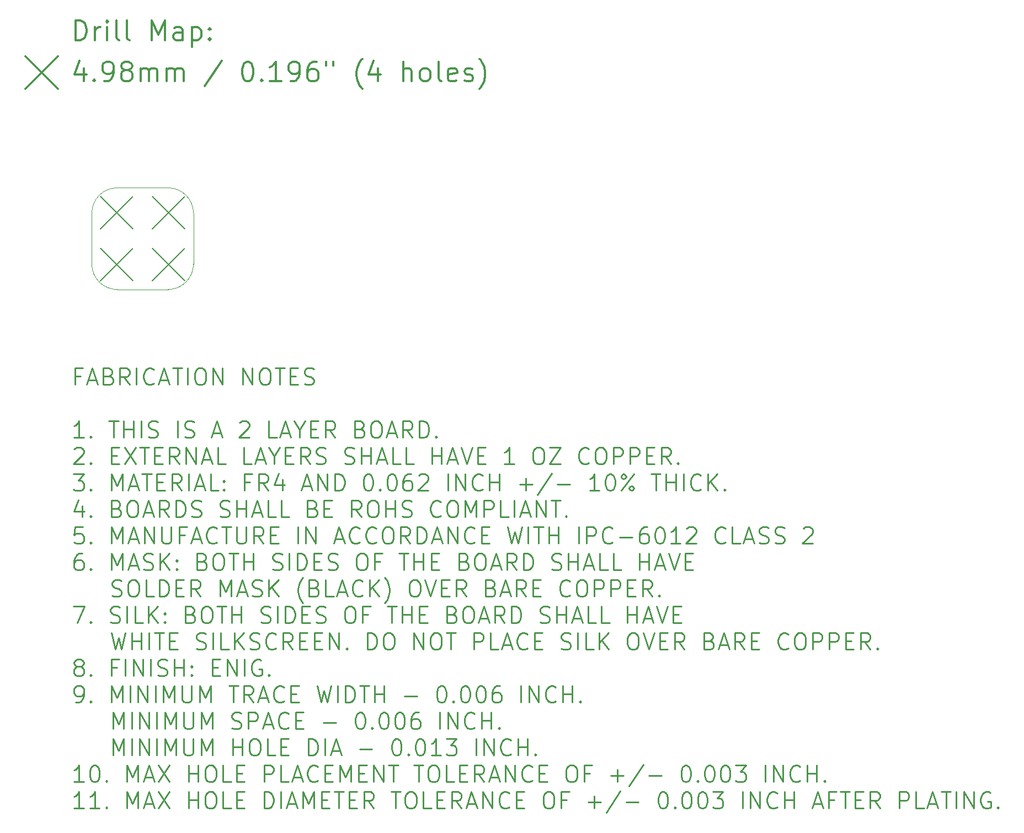
<source format=gbr>
G04 This is an RS-274x file exported by *
G04 gerbv version 2.6.0 *
G04 More information is available about gerbv at *
G04 http://gerbv.gpleda.org/ *
G04 --End of header info--*
%MOIN*%
%FSLAX34Y34*%
%IPPOS*%
G04 --Define apertures--*
%ADD10C,0.0050*%
%ADD11C,0.0079*%
%ADD12C,0.0118*%
%ADD13C,0.0138*%
%ADD14C,0.0016*%
%ADD15C,0.0100*%
G04 --Start main section--*
G54D11*
G01X0002570Y-011270D02*
G01X0004531Y-013231D01*
G01X0004531Y-011270D02*
G01X0002570Y-013231D01*
G01X0002570Y-014420D02*
G01X0004531Y-016380D01*
G01X0004531Y-014420D02*
G01X0002570Y-016380D01*
G01X0005720Y-011270D02*
G01X0007680Y-013231D01*
G01X0007680Y-011270D02*
G01X0005720Y-013231D01*
G01X0005720Y-014420D02*
G01X0007680Y-016380D01*
G01X0007680Y-014420D02*
G01X0005720Y-016380D01*
G54D12*
G01X0001069Y-001834D02*
G01X0001069Y-000652D01*
G01X0001069Y-000652D02*
G01X0001350Y-000652D01*
G01X0001350Y-000652D02*
G01X0001519Y-000709D01*
G01X0001519Y-000709D02*
G01X0001631Y-000821D01*
G01X0001631Y-000821D02*
G01X0001687Y-000934D01*
G01X0001687Y-000934D02*
G01X0001744Y-001159D01*
G01X0001744Y-001159D02*
G01X0001744Y-001327D01*
G01X0001744Y-001327D02*
G01X0001687Y-001552D01*
G01X0001687Y-001552D02*
G01X0001631Y-001665D01*
G01X0001631Y-001665D02*
G01X0001519Y-001777D01*
G01X0001519Y-001777D02*
G01X0001350Y-001834D01*
G01X0001350Y-001834D02*
G01X0001069Y-001834D01*
G01X0002250Y-001834D02*
G01X0002250Y-001046D01*
G01X0002250Y-001271D02*
G01X0002306Y-001159D01*
G01X0002306Y-001159D02*
G01X0002362Y-001102D01*
G01X0002362Y-001102D02*
G01X0002475Y-001046D01*
G01X0002475Y-001046D02*
G01X0002587Y-001046D01*
G01X0002981Y-001834D02*
G01X0002981Y-001046D01*
G01X0002981Y-000652D02*
G01X0002925Y-000709D01*
G01X0002925Y-000709D02*
G01X0002981Y-000765D01*
G01X0002981Y-000765D02*
G01X0003037Y-000709D01*
G01X0003037Y-000709D02*
G01X0002981Y-000652D01*
G01X0002981Y-000652D02*
G01X0002981Y-000765D01*
G01X0003712Y-001834D02*
G01X0003600Y-001777D01*
G01X0003600Y-001777D02*
G01X0003543Y-001665D01*
G01X0003543Y-001665D02*
G01X0003543Y-000652D01*
G01X0004331Y-001834D02*
G01X0004218Y-001777D01*
G01X0004218Y-001777D02*
G01X0004162Y-001665D01*
G01X0004162Y-001665D02*
G01X0004162Y-000652D01*
G01X0005681Y-001834D02*
G01X0005681Y-000652D01*
G01X0005681Y-000652D02*
G01X0006074Y-001496D01*
G01X0006074Y-001496D02*
G01X0006468Y-000652D01*
G01X0006468Y-000652D02*
G01X0006468Y-001834D01*
G01X0007537Y-001834D02*
G01X0007537Y-001215D01*
G01X0007537Y-001215D02*
G01X0007480Y-001102D01*
G01X0007480Y-001102D02*
G01X0007368Y-001046D01*
G01X0007368Y-001046D02*
G01X0007143Y-001046D01*
G01X0007143Y-001046D02*
G01X0007030Y-001102D01*
G01X0007537Y-001777D02*
G01X0007424Y-001834D01*
G01X0007424Y-001834D02*
G01X0007143Y-001834D01*
G01X0007143Y-001834D02*
G01X0007030Y-001777D01*
G01X0007030Y-001777D02*
G01X0006974Y-001665D01*
G01X0006974Y-001665D02*
G01X0006974Y-001552D01*
G01X0006974Y-001552D02*
G01X0007030Y-001440D01*
G01X0007030Y-001440D02*
G01X0007143Y-001384D01*
G01X0007143Y-001384D02*
G01X0007424Y-001384D01*
G01X0007424Y-001384D02*
G01X0007537Y-001327D01*
G01X0008099Y-001046D02*
G01X0008099Y-002227D01*
G01X0008099Y-001102D02*
G01X0008211Y-001046D01*
G01X0008211Y-001046D02*
G01X0008436Y-001046D01*
G01X0008436Y-001046D02*
G01X0008549Y-001102D01*
G01X0008549Y-001102D02*
G01X0008605Y-001159D01*
G01X0008605Y-001159D02*
G01X0008661Y-001271D01*
G01X0008661Y-001271D02*
G01X0008661Y-001609D01*
G01X0008661Y-001609D02*
G01X0008605Y-001721D01*
G01X0008605Y-001721D02*
G01X0008549Y-001777D01*
G01X0008549Y-001777D02*
G01X0008436Y-001834D01*
G01X0008436Y-001834D02*
G01X0008211Y-001834D01*
G01X0008211Y-001834D02*
G01X0008099Y-001777D01*
G01X0009168Y-001721D02*
G01X0009224Y-001777D01*
G01X0009224Y-001777D02*
G01X0009168Y-001834D01*
G01X0009168Y-001834D02*
G01X0009111Y-001777D01*
G01X0009111Y-001777D02*
G01X0009168Y-001721D01*
G01X0009168Y-001721D02*
G01X0009168Y-001834D01*
G01X0009168Y-001102D02*
G01X0009224Y-001159D01*
G01X0009224Y-001159D02*
G01X0009168Y-001215D01*
G01X0009168Y-001215D02*
G01X0009111Y-001159D01*
G01X0009111Y-001159D02*
G01X0009168Y-001102D01*
G01X0009168Y-001102D02*
G01X0009168Y-001215D01*
G01X-001961Y-002799D02*
G01X0000000Y-004760D01*
G01X0000000Y-002799D02*
G01X-001961Y-004760D01*
G01X0001575Y-003526D02*
G01X0001575Y-004314D01*
G01X0001294Y-003076D02*
G01X0001012Y-003920D01*
G01X0001012Y-003920D02*
G01X0001744Y-003920D01*
G01X0002193Y-004201D02*
G01X0002250Y-004258D01*
G01X0002250Y-004258D02*
G01X0002193Y-004314D01*
G01X0002193Y-004314D02*
G01X0002137Y-004258D01*
G01X0002137Y-004258D02*
G01X0002193Y-004201D01*
G01X0002193Y-004201D02*
G01X0002193Y-004314D01*
G01X0002812Y-004314D02*
G01X0003037Y-004314D01*
G01X0003037Y-004314D02*
G01X0003150Y-004258D01*
G01X0003150Y-004258D02*
G01X0003206Y-004201D01*
G01X0003206Y-004201D02*
G01X0003318Y-004033D01*
G01X0003318Y-004033D02*
G01X0003375Y-003808D01*
G01X0003375Y-003808D02*
G01X0003375Y-003358D01*
G01X0003375Y-003358D02*
G01X0003318Y-003245D01*
G01X0003318Y-003245D02*
G01X0003262Y-003189D01*
G01X0003262Y-003189D02*
G01X0003150Y-003133D01*
G01X0003150Y-003133D02*
G01X0002925Y-003133D01*
G01X0002925Y-003133D02*
G01X0002812Y-003189D01*
G01X0002812Y-003189D02*
G01X0002756Y-003245D01*
G01X0002756Y-003245D02*
G01X0002700Y-003358D01*
G01X0002700Y-003358D02*
G01X0002700Y-003639D01*
G01X0002700Y-003639D02*
G01X0002756Y-003751D01*
G01X0002756Y-003751D02*
G01X0002812Y-003808D01*
G01X0002812Y-003808D02*
G01X0002925Y-003864D01*
G01X0002925Y-003864D02*
G01X0003150Y-003864D01*
G01X0003150Y-003864D02*
G01X0003262Y-003808D01*
G01X0003262Y-003808D02*
G01X0003318Y-003751D01*
G01X0003318Y-003751D02*
G01X0003375Y-003639D01*
G01X0004049Y-003639D02*
G01X0003937Y-003583D01*
G01X0003937Y-003583D02*
G01X0003881Y-003526D01*
G01X0003881Y-003526D02*
G01X0003825Y-003414D01*
G01X0003825Y-003414D02*
G01X0003825Y-003358D01*
G01X0003825Y-003358D02*
G01X0003881Y-003245D01*
G01X0003881Y-003245D02*
G01X0003937Y-003189D01*
G01X0003937Y-003189D02*
G01X0004049Y-003133D01*
G01X0004049Y-003133D02*
G01X0004274Y-003133D01*
G01X0004274Y-003133D02*
G01X0004387Y-003189D01*
G01X0004387Y-003189D02*
G01X0004443Y-003245D01*
G01X0004443Y-003245D02*
G01X0004499Y-003358D01*
G01X0004499Y-003358D02*
G01X0004499Y-003414D01*
G01X0004499Y-003414D02*
G01X0004443Y-003526D01*
G01X0004443Y-003526D02*
G01X0004387Y-003583D01*
G01X0004387Y-003583D02*
G01X0004274Y-003639D01*
G01X0004274Y-003639D02*
G01X0004049Y-003639D01*
G01X0004049Y-003639D02*
G01X0003937Y-003695D01*
G01X0003937Y-003695D02*
G01X0003881Y-003751D01*
G01X0003881Y-003751D02*
G01X0003825Y-003864D01*
G01X0003825Y-003864D02*
G01X0003825Y-004089D01*
G01X0003825Y-004089D02*
G01X0003881Y-004201D01*
G01X0003881Y-004201D02*
G01X0003937Y-004258D01*
G01X0003937Y-004258D02*
G01X0004049Y-004314D01*
G01X0004049Y-004314D02*
G01X0004274Y-004314D01*
G01X0004274Y-004314D02*
G01X0004387Y-004258D01*
G01X0004387Y-004258D02*
G01X0004443Y-004201D01*
G01X0004443Y-004201D02*
G01X0004499Y-004089D01*
G01X0004499Y-004089D02*
G01X0004499Y-003864D01*
G01X0004499Y-003864D02*
G01X0004443Y-003751D01*
G01X0004443Y-003751D02*
G01X0004387Y-003695D01*
G01X0004387Y-003695D02*
G01X0004274Y-003639D01*
G01X0005006Y-004314D02*
G01X0005006Y-003526D01*
G01X0005006Y-003639D02*
G01X0005062Y-003583D01*
G01X0005062Y-003583D02*
G01X0005174Y-003526D01*
G01X0005174Y-003526D02*
G01X0005343Y-003526D01*
G01X0005343Y-003526D02*
G01X0005456Y-003583D01*
G01X0005456Y-003583D02*
G01X0005512Y-003695D01*
G01X0005512Y-003695D02*
G01X0005512Y-004314D01*
G01X0005512Y-003695D02*
G01X0005568Y-003583D01*
G01X0005568Y-003583D02*
G01X0005681Y-003526D01*
G01X0005681Y-003526D02*
G01X0005849Y-003526D01*
G01X0005849Y-003526D02*
G01X0005962Y-003583D01*
G01X0005962Y-003583D02*
G01X0006018Y-003695D01*
G01X0006018Y-003695D02*
G01X0006018Y-004314D01*
G01X0006580Y-004314D02*
G01X0006580Y-003526D01*
G01X0006580Y-003639D02*
G01X0006637Y-003583D01*
G01X0006637Y-003583D02*
G01X0006749Y-003526D01*
G01X0006749Y-003526D02*
G01X0006918Y-003526D01*
G01X0006918Y-003526D02*
G01X0007030Y-003583D01*
G01X0007030Y-003583D02*
G01X0007087Y-003695D01*
G01X0007087Y-003695D02*
G01X0007087Y-004314D01*
G01X0007087Y-003695D02*
G01X0007143Y-003583D01*
G01X0007143Y-003583D02*
G01X0007255Y-003526D01*
G01X0007255Y-003526D02*
G01X0007424Y-003526D01*
G01X0007424Y-003526D02*
G01X0007537Y-003583D01*
G01X0007537Y-003583D02*
G01X0007593Y-003695D01*
G01X0007593Y-003695D02*
G01X0007593Y-004314D01*
G01X0009899Y-003076D02*
G01X0008886Y-004595D01*
G01X0011417Y-003133D02*
G01X0011530Y-003133D01*
G01X0011530Y-003133D02*
G01X0011642Y-003189D01*
G01X0011642Y-003189D02*
G01X0011699Y-003245D01*
G01X0011699Y-003245D02*
G01X0011755Y-003358D01*
G01X0011755Y-003358D02*
G01X0011811Y-003583D01*
G01X0011811Y-003583D02*
G01X0011811Y-003864D01*
G01X0011811Y-003864D02*
G01X0011755Y-004089D01*
G01X0011755Y-004089D02*
G01X0011699Y-004201D01*
G01X0011699Y-004201D02*
G01X0011642Y-004258D01*
G01X0011642Y-004258D02*
G01X0011530Y-004314D01*
G01X0011530Y-004314D02*
G01X0011417Y-004314D01*
G01X0011417Y-004314D02*
G01X0011305Y-004258D01*
G01X0011305Y-004258D02*
G01X0011249Y-004201D01*
G01X0011249Y-004201D02*
G01X0011192Y-004089D01*
G01X0011192Y-004089D02*
G01X0011136Y-003864D01*
G01X0011136Y-003864D02*
G01X0011136Y-003583D01*
G01X0011136Y-003583D02*
G01X0011192Y-003358D01*
G01X0011192Y-003358D02*
G01X0011249Y-003245D01*
G01X0011249Y-003245D02*
G01X0011305Y-003189D01*
G01X0011305Y-003189D02*
G01X0011417Y-003133D01*
G01X0012317Y-004201D02*
G01X0012373Y-004258D01*
G01X0012373Y-004258D02*
G01X0012317Y-004314D01*
G01X0012317Y-004314D02*
G01X0012261Y-004258D01*
G01X0012261Y-004258D02*
G01X0012317Y-004201D01*
G01X0012317Y-004201D02*
G01X0012317Y-004314D01*
G01X0013498Y-004314D02*
G01X0012823Y-004314D01*
G01X0013161Y-004314D02*
G01X0013161Y-003133D01*
G01X0013161Y-003133D02*
G01X0013048Y-003301D01*
G01X0013048Y-003301D02*
G01X0012936Y-003414D01*
G01X0012936Y-003414D02*
G01X0012823Y-003470D01*
G01X0014061Y-004314D02*
G01X0014286Y-004314D01*
G01X0014286Y-004314D02*
G01X0014398Y-004258D01*
G01X0014398Y-004258D02*
G01X0014454Y-004201D01*
G01X0014454Y-004201D02*
G01X0014567Y-004033D01*
G01X0014567Y-004033D02*
G01X0014623Y-003808D01*
G01X0014623Y-003808D02*
G01X0014623Y-003358D01*
G01X0014623Y-003358D02*
G01X0014567Y-003245D01*
G01X0014567Y-003245D02*
G01X0014511Y-003189D01*
G01X0014511Y-003189D02*
G01X0014398Y-003133D01*
G01X0014398Y-003133D02*
G01X0014173Y-003133D01*
G01X0014173Y-003133D02*
G01X0014061Y-003189D01*
G01X0014061Y-003189D02*
G01X0014005Y-003245D01*
G01X0014005Y-003245D02*
G01X0013948Y-003358D01*
G01X0013948Y-003358D02*
G01X0013948Y-003639D01*
G01X0013948Y-003639D02*
G01X0014005Y-003751D01*
G01X0014005Y-003751D02*
G01X0014061Y-003808D01*
G01X0014061Y-003808D02*
G01X0014173Y-003864D01*
G01X0014173Y-003864D02*
G01X0014398Y-003864D01*
G01X0014398Y-003864D02*
G01X0014511Y-003808D01*
G01X0014511Y-003808D02*
G01X0014567Y-003751D01*
G01X0014567Y-003751D02*
G01X0014623Y-003639D01*
G01X0015636Y-003133D02*
G01X0015411Y-003133D01*
G01X0015411Y-003133D02*
G01X0015298Y-003189D01*
G01X0015298Y-003189D02*
G01X0015242Y-003245D01*
G01X0015242Y-003245D02*
G01X0015129Y-003414D01*
G01X0015129Y-003414D02*
G01X0015073Y-003639D01*
G01X0015073Y-003639D02*
G01X0015073Y-004089D01*
G01X0015073Y-004089D02*
G01X0015129Y-004201D01*
G01X0015129Y-004201D02*
G01X0015186Y-004258D01*
G01X0015186Y-004258D02*
G01X0015298Y-004314D01*
G01X0015298Y-004314D02*
G01X0015523Y-004314D01*
G01X0015523Y-004314D02*
G01X0015636Y-004258D01*
G01X0015636Y-004258D02*
G01X0015692Y-004201D01*
G01X0015692Y-004201D02*
G01X0015748Y-004089D01*
G01X0015748Y-004089D02*
G01X0015748Y-003808D01*
G01X0015748Y-003808D02*
G01X0015692Y-003695D01*
G01X0015692Y-003695D02*
G01X0015636Y-003639D01*
G01X0015636Y-003639D02*
G01X0015523Y-003583D01*
G01X0015523Y-003583D02*
G01X0015298Y-003583D01*
G01X0015298Y-003583D02*
G01X0015186Y-003639D01*
G01X0015186Y-003639D02*
G01X0015129Y-003695D01*
G01X0015129Y-003695D02*
G01X0015073Y-003808D01*
G01X0016198Y-003133D02*
G01X0016198Y-003358D01*
G01X0016648Y-003133D02*
G01X0016648Y-003358D01*
G01X0018391Y-004764D02*
G01X0018335Y-004708D01*
G01X0018335Y-004708D02*
G01X0018223Y-004539D01*
G01X0018223Y-004539D02*
G01X0018166Y-004426D01*
G01X0018166Y-004426D02*
G01X0018110Y-004258D01*
G01X0018110Y-004258D02*
G01X0018054Y-003976D01*
G01X0018054Y-003976D02*
G01X0018054Y-003751D01*
G01X0018054Y-003751D02*
G01X0018110Y-003470D01*
G01X0018110Y-003470D02*
G01X0018166Y-003301D01*
G01X0018166Y-003301D02*
G01X0018223Y-003189D01*
G01X0018223Y-003189D02*
G01X0018335Y-003020D01*
G01X0018335Y-003020D02*
G01X0018391Y-002964D01*
G01X0019348Y-003526D02*
G01X0019348Y-004314D01*
G01X0019066Y-003076D02*
G01X0018785Y-003920D01*
G01X0018785Y-003920D02*
G01X0019516Y-003920D01*
G01X0020866Y-004314D02*
G01X0020866Y-003133D01*
G01X0021372Y-004314D02*
G01X0021372Y-003695D01*
G01X0021372Y-003695D02*
G01X0021316Y-003583D01*
G01X0021316Y-003583D02*
G01X0021204Y-003526D01*
G01X0021204Y-003526D02*
G01X0021035Y-003526D01*
G01X0021035Y-003526D02*
G01X0020922Y-003583D01*
G01X0020922Y-003583D02*
G01X0020866Y-003639D01*
G01X0022103Y-004314D02*
G01X0021991Y-004258D01*
G01X0021991Y-004258D02*
G01X0021935Y-004201D01*
G01X0021935Y-004201D02*
G01X0021879Y-004089D01*
G01X0021879Y-004089D02*
G01X0021879Y-003751D01*
G01X0021879Y-003751D02*
G01X0021935Y-003639D01*
G01X0021935Y-003639D02*
G01X0021991Y-003583D01*
G01X0021991Y-003583D02*
G01X0022103Y-003526D01*
G01X0022103Y-003526D02*
G01X0022272Y-003526D01*
G01X0022272Y-003526D02*
G01X0022385Y-003583D01*
G01X0022385Y-003583D02*
G01X0022441Y-003639D01*
G01X0022441Y-003639D02*
G01X0022497Y-003751D01*
G01X0022497Y-003751D02*
G01X0022497Y-004089D01*
G01X0022497Y-004089D02*
G01X0022441Y-004201D01*
G01X0022441Y-004201D02*
G01X0022385Y-004258D01*
G01X0022385Y-004258D02*
G01X0022272Y-004314D01*
G01X0022272Y-004314D02*
G01X0022103Y-004314D01*
G01X0023172Y-004314D02*
G01X0023060Y-004258D01*
G01X0023060Y-004258D02*
G01X0023003Y-004145D01*
G01X0023003Y-004145D02*
G01X0023003Y-003133D01*
G01X0024072Y-004258D02*
G01X0023960Y-004314D01*
G01X0023960Y-004314D02*
G01X0023735Y-004314D01*
G01X0023735Y-004314D02*
G01X0023622Y-004258D01*
G01X0023622Y-004258D02*
G01X0023566Y-004145D01*
G01X0023566Y-004145D02*
G01X0023566Y-003695D01*
G01X0023566Y-003695D02*
G01X0023622Y-003583D01*
G01X0023622Y-003583D02*
G01X0023735Y-003526D01*
G01X0023735Y-003526D02*
G01X0023960Y-003526D01*
G01X0023960Y-003526D02*
G01X0024072Y-003583D01*
G01X0024072Y-003583D02*
G01X0024128Y-003695D01*
G01X0024128Y-003695D02*
G01X0024128Y-003808D01*
G01X0024128Y-003808D02*
G01X0023566Y-003920D01*
G01X0024578Y-004258D02*
G01X0024691Y-004314D01*
G01X0024691Y-004314D02*
G01X0024916Y-004314D01*
G01X0024916Y-004314D02*
G01X0025028Y-004258D01*
G01X0025028Y-004258D02*
G01X0025084Y-004145D01*
G01X0025084Y-004145D02*
G01X0025084Y-004089D01*
G01X0025084Y-004089D02*
G01X0025028Y-003976D01*
G01X0025028Y-003976D02*
G01X0024916Y-003920D01*
G01X0024916Y-003920D02*
G01X0024747Y-003920D01*
G01X0024747Y-003920D02*
G01X0024634Y-003864D01*
G01X0024634Y-003864D02*
G01X0024578Y-003751D01*
G01X0024578Y-003751D02*
G01X0024578Y-003695D01*
G01X0024578Y-003695D02*
G01X0024634Y-003583D01*
G01X0024634Y-003583D02*
G01X0024747Y-003526D01*
G01X0024747Y-003526D02*
G01X0024916Y-003526D01*
G01X0024916Y-003526D02*
G01X0025028Y-003583D01*
G01X0025478Y-004764D02*
G01X0025534Y-004708D01*
G01X0025534Y-004708D02*
G01X0025647Y-004539D01*
G01X0025647Y-004539D02*
G01X0025703Y-004426D01*
G01X0025703Y-004426D02*
G01X0025759Y-004258D01*
G01X0025759Y-004258D02*
G01X0025816Y-003976D01*
G01X0025816Y-003976D02*
G01X0025816Y-003751D01*
G01X0025816Y-003751D02*
G01X0025759Y-003470D01*
G01X0025759Y-003470D02*
G01X0025703Y-003301D01*
G01X0025703Y-003301D02*
G01X0025647Y-003189D01*
G01X0025647Y-003189D02*
G01X0025534Y-003020D01*
G01X0025534Y-003020D02*
G01X0025478Y-002964D01*
G01X0000000Y0000000D02*
G54D14*
G01X0006661Y-010754D02*
G01X0003590Y-010754D01*
G01X0006661Y-016896D02*
G01X0003590Y-016896D01*
G01X0008196Y-015361D02*
G01X0008196Y-012290D01*
G01X0002054Y-015361D02*
G01X0002054Y-012290D01*
G01X0008196Y-012290D02*
G75*
G03X0006661Y-010754I-001535J0000000D01*
G01X0006661Y-016896D02*
G75*
G03X0008196Y-015361I0000000J0001535D01*
G01X0002054Y-015361D02*
G75*
G03X0003590Y-016896I0001535J0000000D01*
G01X0003590Y-010754D02*
G75*
G03X0002054Y-012290I0000000J-001535D01*
G01X0000000Y0000000D02*
G54D15*
G01X0001371Y-022129D02*
G01X0001038Y-022129D01*
G01X0001038Y-022652D02*
G01X0001038Y-021652D01*
G01X0001038Y-021652D02*
G01X0001514Y-021652D01*
G01X0001848Y-022367D02*
G01X0002324Y-022367D01*
G01X0001752Y-022652D02*
G01X0002086Y-021652D01*
G01X0002086Y-021652D02*
G01X0002419Y-022652D01*
G01X0003086Y-022129D02*
G01X0003229Y-022176D01*
G01X0003229Y-022176D02*
G01X0003276Y-022224D01*
G01X0003276Y-022224D02*
G01X0003324Y-022319D01*
G01X0003324Y-022319D02*
G01X0003324Y-022462D01*
G01X0003324Y-022462D02*
G01X0003276Y-022557D01*
G01X0003276Y-022557D02*
G01X0003229Y-022605D01*
G01X0003229Y-022605D02*
G01X0003133Y-022652D01*
G01X0003133Y-022652D02*
G01X0002752Y-022652D01*
G01X0002752Y-022652D02*
G01X0002752Y-021652D01*
G01X0002752Y-021652D02*
G01X0003086Y-021652D01*
G01X0003086Y-021652D02*
G01X0003181Y-021700D01*
G01X0003181Y-021700D02*
G01X0003229Y-021748D01*
G01X0003229Y-021748D02*
G01X0003276Y-021843D01*
G01X0003276Y-021843D02*
G01X0003276Y-021938D01*
G01X0003276Y-021938D02*
G01X0003229Y-022033D01*
G01X0003229Y-022033D02*
G01X0003181Y-022081D01*
G01X0003181Y-022081D02*
G01X0003086Y-022129D01*
G01X0003086Y-022129D02*
G01X0002752Y-022129D01*
G01X0004324Y-022652D02*
G01X0003990Y-022176D01*
G01X0003752Y-022652D02*
G01X0003752Y-021652D01*
G01X0003752Y-021652D02*
G01X0004133Y-021652D01*
G01X0004133Y-021652D02*
G01X0004229Y-021700D01*
G01X0004229Y-021700D02*
G01X0004276Y-021748D01*
G01X0004276Y-021748D02*
G01X0004324Y-021843D01*
G01X0004324Y-021843D02*
G01X0004324Y-021986D01*
G01X0004324Y-021986D02*
G01X0004276Y-022081D01*
G01X0004276Y-022081D02*
G01X0004229Y-022129D01*
G01X0004229Y-022129D02*
G01X0004133Y-022176D01*
G01X0004133Y-022176D02*
G01X0003752Y-022176D01*
G01X0004752Y-022652D02*
G01X0004752Y-021652D01*
G01X0005800Y-022557D02*
G01X0005752Y-022605D01*
G01X0005752Y-022605D02*
G01X0005610Y-022652D01*
G01X0005610Y-022652D02*
G01X0005514Y-022652D01*
G01X0005514Y-022652D02*
G01X0005371Y-022605D01*
G01X0005371Y-022605D02*
G01X0005276Y-022510D01*
G01X0005276Y-022510D02*
G01X0005229Y-022414D01*
G01X0005229Y-022414D02*
G01X0005181Y-022224D01*
G01X0005181Y-022224D02*
G01X0005181Y-022081D01*
G01X0005181Y-022081D02*
G01X0005229Y-021890D01*
G01X0005229Y-021890D02*
G01X0005276Y-021795D01*
G01X0005276Y-021795D02*
G01X0005371Y-021700D01*
G01X0005371Y-021700D02*
G01X0005514Y-021652D01*
G01X0005514Y-021652D02*
G01X0005610Y-021652D01*
G01X0005610Y-021652D02*
G01X0005752Y-021700D01*
G01X0005752Y-021700D02*
G01X0005800Y-021748D01*
G01X0006181Y-022367D02*
G01X0006657Y-022367D01*
G01X0006086Y-022652D02*
G01X0006419Y-021652D01*
G01X0006419Y-021652D02*
G01X0006752Y-022652D01*
G01X0006943Y-021652D02*
G01X0007514Y-021652D01*
G01X0007229Y-022652D02*
G01X0007229Y-021652D01*
G01X0007848Y-022652D02*
G01X0007848Y-021652D01*
G01X0008514Y-021652D02*
G01X0008705Y-021652D01*
G01X0008705Y-021652D02*
G01X0008800Y-021700D01*
G01X0008800Y-021700D02*
G01X0008895Y-021795D01*
G01X0008895Y-021795D02*
G01X0008943Y-021986D01*
G01X0008943Y-021986D02*
G01X0008943Y-022319D01*
G01X0008943Y-022319D02*
G01X0008895Y-022510D01*
G01X0008895Y-022510D02*
G01X0008800Y-022605D01*
G01X0008800Y-022605D02*
G01X0008705Y-022652D01*
G01X0008705Y-022652D02*
G01X0008514Y-022652D01*
G01X0008514Y-022652D02*
G01X0008419Y-022605D01*
G01X0008419Y-022605D02*
G01X0008324Y-022510D01*
G01X0008324Y-022510D02*
G01X0008276Y-022319D01*
G01X0008276Y-022319D02*
G01X0008276Y-021986D01*
G01X0008276Y-021986D02*
G01X0008324Y-021795D01*
G01X0008324Y-021795D02*
G01X0008419Y-021700D01*
G01X0008419Y-021700D02*
G01X0008514Y-021652D01*
G01X0009371Y-022652D02*
G01X0009371Y-021652D01*
G01X0009371Y-021652D02*
G01X0009943Y-022652D01*
G01X0009943Y-022652D02*
G01X0009943Y-021652D01*
G01X0011181Y-022652D02*
G01X0011181Y-021652D01*
G01X0011181Y-021652D02*
G01X0011752Y-022652D01*
G01X0011752Y-022652D02*
G01X0011752Y-021652D01*
G01X0012419Y-021652D02*
G01X0012610Y-021652D01*
G01X0012610Y-021652D02*
G01X0012705Y-021700D01*
G01X0012705Y-021700D02*
G01X0012800Y-021795D01*
G01X0012800Y-021795D02*
G01X0012848Y-021986D01*
G01X0012848Y-021986D02*
G01X0012848Y-022319D01*
G01X0012848Y-022319D02*
G01X0012800Y-022510D01*
G01X0012800Y-022510D02*
G01X0012705Y-022605D01*
G01X0012705Y-022605D02*
G01X0012610Y-022652D01*
G01X0012610Y-022652D02*
G01X0012419Y-022652D01*
G01X0012419Y-022652D02*
G01X0012324Y-022605D01*
G01X0012324Y-022605D02*
G01X0012229Y-022510D01*
G01X0012229Y-022510D02*
G01X0012181Y-022319D01*
G01X0012181Y-022319D02*
G01X0012181Y-021986D01*
G01X0012181Y-021986D02*
G01X0012229Y-021795D01*
G01X0012229Y-021795D02*
G01X0012324Y-021700D01*
G01X0012324Y-021700D02*
G01X0012419Y-021652D01*
G01X0013133Y-021652D02*
G01X0013705Y-021652D01*
G01X0013419Y-022652D02*
G01X0013419Y-021652D01*
G01X0014038Y-022129D02*
G01X0014371Y-022129D01*
G01X0014514Y-022652D02*
G01X0014038Y-022652D01*
G01X0014038Y-022652D02*
G01X0014038Y-021652D01*
G01X0014038Y-021652D02*
G01X0014514Y-021652D01*
G01X0014895Y-022605D02*
G01X0015038Y-022652D01*
G01X0015038Y-022652D02*
G01X0015276Y-022652D01*
G01X0015276Y-022652D02*
G01X0015371Y-022605D01*
G01X0015371Y-022605D02*
G01X0015419Y-022557D01*
G01X0015419Y-022557D02*
G01X0015467Y-022462D01*
G01X0015467Y-022462D02*
G01X0015467Y-022367D01*
G01X0015467Y-022367D02*
G01X0015419Y-022271D01*
G01X0015419Y-022271D02*
G01X0015371Y-022224D01*
G01X0015371Y-022224D02*
G01X0015276Y-022176D01*
G01X0015276Y-022176D02*
G01X0015086Y-022129D01*
G01X0015086Y-022129D02*
G01X0014990Y-022081D01*
G01X0014990Y-022081D02*
G01X0014943Y-022033D01*
G01X0014943Y-022033D02*
G01X0014895Y-021938D01*
G01X0014895Y-021938D02*
G01X0014895Y-021843D01*
G01X0014895Y-021843D02*
G01X0014943Y-021748D01*
G01X0014943Y-021748D02*
G01X0014990Y-021700D01*
G01X0014990Y-021700D02*
G01X0015086Y-021652D01*
G01X0015086Y-021652D02*
G01X0015324Y-021652D01*
G01X0015324Y-021652D02*
G01X0015467Y-021700D01*
G01X0001562Y-025852D02*
G01X0000990Y-025852D01*
G01X0001276Y-025852D02*
G01X0001276Y-024852D01*
G01X0001276Y-024852D02*
G01X0001181Y-024995D01*
G01X0001181Y-024995D02*
G01X0001086Y-025090D01*
G01X0001086Y-025090D02*
G01X0000990Y-025138D01*
G01X0001990Y-025757D02*
G01X0002038Y-025805D01*
G01X0002038Y-025805D02*
G01X0001990Y-025852D01*
G01X0001990Y-025852D02*
G01X0001943Y-025805D01*
G01X0001943Y-025805D02*
G01X0001990Y-025757D01*
G01X0001990Y-025757D02*
G01X0001990Y-025852D01*
G01X0003086Y-024852D02*
G01X0003657Y-024852D01*
G01X0003371Y-025852D02*
G01X0003371Y-024852D01*
G01X0003990Y-025852D02*
G01X0003990Y-024852D01*
G01X0003990Y-025329D02*
G01X0004562Y-025329D01*
G01X0004562Y-025852D02*
G01X0004562Y-024852D01*
G01X0005038Y-025852D02*
G01X0005038Y-024852D01*
G01X0005467Y-025805D02*
G01X0005610Y-025852D01*
G01X0005610Y-025852D02*
G01X0005848Y-025852D01*
G01X0005848Y-025852D02*
G01X0005943Y-025805D01*
G01X0005943Y-025805D02*
G01X0005990Y-025757D01*
G01X0005990Y-025757D02*
G01X0006038Y-025662D01*
G01X0006038Y-025662D02*
G01X0006038Y-025567D01*
G01X0006038Y-025567D02*
G01X0005990Y-025471D01*
G01X0005990Y-025471D02*
G01X0005943Y-025424D01*
G01X0005943Y-025424D02*
G01X0005848Y-025376D01*
G01X0005848Y-025376D02*
G01X0005657Y-025329D01*
G01X0005657Y-025329D02*
G01X0005562Y-025281D01*
G01X0005562Y-025281D02*
G01X0005514Y-025233D01*
G01X0005514Y-025233D02*
G01X0005467Y-025138D01*
G01X0005467Y-025138D02*
G01X0005467Y-025043D01*
G01X0005467Y-025043D02*
G01X0005514Y-024948D01*
G01X0005514Y-024948D02*
G01X0005562Y-024900D01*
G01X0005562Y-024900D02*
G01X0005657Y-024852D01*
G01X0005657Y-024852D02*
G01X0005895Y-024852D01*
G01X0005895Y-024852D02*
G01X0006038Y-024900D01*
G01X0007229Y-025852D02*
G01X0007229Y-024852D01*
G01X0007657Y-025805D02*
G01X0007800Y-025852D01*
G01X0007800Y-025852D02*
G01X0008038Y-025852D01*
G01X0008038Y-025852D02*
G01X0008133Y-025805D01*
G01X0008133Y-025805D02*
G01X0008181Y-025757D01*
G01X0008181Y-025757D02*
G01X0008229Y-025662D01*
G01X0008229Y-025662D02*
G01X0008229Y-025567D01*
G01X0008229Y-025567D02*
G01X0008181Y-025471D01*
G01X0008181Y-025471D02*
G01X0008133Y-025424D01*
G01X0008133Y-025424D02*
G01X0008038Y-025376D01*
G01X0008038Y-025376D02*
G01X0007848Y-025329D01*
G01X0007848Y-025329D02*
G01X0007752Y-025281D01*
G01X0007752Y-025281D02*
G01X0007705Y-025233D01*
G01X0007705Y-025233D02*
G01X0007657Y-025138D01*
G01X0007657Y-025138D02*
G01X0007657Y-025043D01*
G01X0007657Y-025043D02*
G01X0007705Y-024948D01*
G01X0007705Y-024948D02*
G01X0007752Y-024900D01*
G01X0007752Y-024900D02*
G01X0007848Y-024852D01*
G01X0007848Y-024852D02*
G01X0008086Y-024852D01*
G01X0008086Y-024852D02*
G01X0008229Y-024900D01*
G01X0009371Y-025567D02*
G01X0009848Y-025567D01*
G01X0009276Y-025852D02*
G01X0009610Y-024852D01*
G01X0009610Y-024852D02*
G01X0009943Y-025852D01*
G01X0010990Y-024948D02*
G01X0011038Y-024900D01*
G01X0011038Y-024900D02*
G01X0011133Y-024852D01*
G01X0011133Y-024852D02*
G01X0011371Y-024852D01*
G01X0011371Y-024852D02*
G01X0011467Y-024900D01*
G01X0011467Y-024900D02*
G01X0011514Y-024948D01*
G01X0011514Y-024948D02*
G01X0011562Y-025043D01*
G01X0011562Y-025043D02*
G01X0011562Y-025138D01*
G01X0011562Y-025138D02*
G01X0011514Y-025281D01*
G01X0011514Y-025281D02*
G01X0010943Y-025852D01*
G01X0010943Y-025852D02*
G01X0011562Y-025852D01*
G01X0013229Y-025852D02*
G01X0012752Y-025852D01*
G01X0012752Y-025852D02*
G01X0012752Y-024852D01*
G01X0013514Y-025567D02*
G01X0013990Y-025567D01*
G01X0013419Y-025852D02*
G01X0013752Y-024852D01*
G01X0013752Y-024852D02*
G01X0014086Y-025852D01*
G01X0014610Y-025376D02*
G01X0014610Y-025852D01*
G01X0014276Y-024852D02*
G01X0014610Y-025376D01*
G01X0014610Y-025376D02*
G01X0014943Y-024852D01*
G01X0015276Y-025329D02*
G01X0015610Y-025329D01*
G01X0015752Y-025852D02*
G01X0015276Y-025852D01*
G01X0015276Y-025852D02*
G01X0015276Y-024852D01*
G01X0015276Y-024852D02*
G01X0015752Y-024852D01*
G01X0016752Y-025852D02*
G01X0016419Y-025376D01*
G01X0016181Y-025852D02*
G01X0016181Y-024852D01*
G01X0016181Y-024852D02*
G01X0016562Y-024852D01*
G01X0016562Y-024852D02*
G01X0016657Y-024900D01*
G01X0016657Y-024900D02*
G01X0016705Y-024948D01*
G01X0016705Y-024948D02*
G01X0016752Y-025043D01*
G01X0016752Y-025043D02*
G01X0016752Y-025186D01*
G01X0016752Y-025186D02*
G01X0016705Y-025281D01*
G01X0016705Y-025281D02*
G01X0016657Y-025329D01*
G01X0016657Y-025329D02*
G01X0016562Y-025376D01*
G01X0016562Y-025376D02*
G01X0016181Y-025376D01*
G01X0018276Y-025329D02*
G01X0018419Y-025376D01*
G01X0018419Y-025376D02*
G01X0018467Y-025424D01*
G01X0018467Y-025424D02*
G01X0018514Y-025519D01*
G01X0018514Y-025519D02*
G01X0018514Y-025662D01*
G01X0018514Y-025662D02*
G01X0018467Y-025757D01*
G01X0018467Y-025757D02*
G01X0018419Y-025805D01*
G01X0018419Y-025805D02*
G01X0018324Y-025852D01*
G01X0018324Y-025852D02*
G01X0017943Y-025852D01*
G01X0017943Y-025852D02*
G01X0017943Y-024852D01*
G01X0017943Y-024852D02*
G01X0018276Y-024852D01*
G01X0018276Y-024852D02*
G01X0018371Y-024900D01*
G01X0018371Y-024900D02*
G01X0018419Y-024948D01*
G01X0018419Y-024948D02*
G01X0018467Y-025043D01*
G01X0018467Y-025043D02*
G01X0018467Y-025138D01*
G01X0018467Y-025138D02*
G01X0018419Y-025233D01*
G01X0018419Y-025233D02*
G01X0018371Y-025281D01*
G01X0018371Y-025281D02*
G01X0018276Y-025329D01*
G01X0018276Y-025329D02*
G01X0017943Y-025329D01*
G01X0019133Y-024852D02*
G01X0019324Y-024852D01*
G01X0019324Y-024852D02*
G01X0019419Y-024900D01*
G01X0019419Y-024900D02*
G01X0019514Y-024995D01*
G01X0019514Y-024995D02*
G01X0019562Y-025186D01*
G01X0019562Y-025186D02*
G01X0019562Y-025519D01*
G01X0019562Y-025519D02*
G01X0019514Y-025710D01*
G01X0019514Y-025710D02*
G01X0019419Y-025805D01*
G01X0019419Y-025805D02*
G01X0019324Y-025852D01*
G01X0019324Y-025852D02*
G01X0019133Y-025852D01*
G01X0019133Y-025852D02*
G01X0019038Y-025805D01*
G01X0019038Y-025805D02*
G01X0018943Y-025710D01*
G01X0018943Y-025710D02*
G01X0018895Y-025519D01*
G01X0018895Y-025519D02*
G01X0018895Y-025186D01*
G01X0018895Y-025186D02*
G01X0018943Y-024995D01*
G01X0018943Y-024995D02*
G01X0019038Y-024900D01*
G01X0019038Y-024900D02*
G01X0019133Y-024852D01*
G01X0019943Y-025567D02*
G01X0020419Y-025567D01*
G01X0019848Y-025852D02*
G01X0020181Y-024852D01*
G01X0020181Y-024852D02*
G01X0020514Y-025852D01*
G01X0021419Y-025852D02*
G01X0021086Y-025376D01*
G01X0020848Y-025852D02*
G01X0020848Y-024852D01*
G01X0020848Y-024852D02*
G01X0021229Y-024852D01*
G01X0021229Y-024852D02*
G01X0021324Y-024900D01*
G01X0021324Y-024900D02*
G01X0021371Y-024948D01*
G01X0021371Y-024948D02*
G01X0021419Y-025043D01*
G01X0021419Y-025043D02*
G01X0021419Y-025186D01*
G01X0021419Y-025186D02*
G01X0021371Y-025281D01*
G01X0021371Y-025281D02*
G01X0021324Y-025329D01*
G01X0021324Y-025329D02*
G01X0021229Y-025376D01*
G01X0021229Y-025376D02*
G01X0020848Y-025376D01*
G01X0021848Y-025852D02*
G01X0021848Y-024852D01*
G01X0021848Y-024852D02*
G01X0022086Y-024852D01*
G01X0022086Y-024852D02*
G01X0022229Y-024900D01*
G01X0022229Y-024900D02*
G01X0022324Y-024995D01*
G01X0022324Y-024995D02*
G01X0022371Y-025090D01*
G01X0022371Y-025090D02*
G01X0022419Y-025281D01*
G01X0022419Y-025281D02*
G01X0022419Y-025424D01*
G01X0022419Y-025424D02*
G01X0022371Y-025614D01*
G01X0022371Y-025614D02*
G01X0022324Y-025710D01*
G01X0022324Y-025710D02*
G01X0022229Y-025805D01*
G01X0022229Y-025805D02*
G01X0022086Y-025852D01*
G01X0022086Y-025852D02*
G01X0021848Y-025852D01*
G01X0022848Y-025757D02*
G01X0022895Y-025805D01*
G01X0022895Y-025805D02*
G01X0022848Y-025852D01*
G01X0022848Y-025852D02*
G01X0022800Y-025805D01*
G01X0022800Y-025805D02*
G01X0022848Y-025757D01*
G01X0022848Y-025757D02*
G01X0022848Y-025852D01*
G01X0000990Y-026548D02*
G01X0001038Y-026500D01*
G01X0001038Y-026500D02*
G01X0001133Y-026452D01*
G01X0001133Y-026452D02*
G01X0001371Y-026452D01*
G01X0001371Y-026452D02*
G01X0001467Y-026500D01*
G01X0001467Y-026500D02*
G01X0001514Y-026548D01*
G01X0001514Y-026548D02*
G01X0001562Y-026643D01*
G01X0001562Y-026643D02*
G01X0001562Y-026738D01*
G01X0001562Y-026738D02*
G01X0001514Y-026881D01*
G01X0001514Y-026881D02*
G01X0000943Y-027452D01*
G01X0000943Y-027452D02*
G01X0001562Y-027452D01*
G01X0001990Y-027357D02*
G01X0002038Y-027405D01*
G01X0002038Y-027405D02*
G01X0001990Y-027452D01*
G01X0001990Y-027452D02*
G01X0001943Y-027405D01*
G01X0001943Y-027405D02*
G01X0001990Y-027357D01*
G01X0001990Y-027357D02*
G01X0001990Y-027452D01*
G01X0003229Y-026929D02*
G01X0003562Y-026929D01*
G01X0003705Y-027452D02*
G01X0003229Y-027452D01*
G01X0003229Y-027452D02*
G01X0003229Y-026452D01*
G01X0003229Y-026452D02*
G01X0003705Y-026452D01*
G01X0004038Y-026452D02*
G01X0004705Y-027452D01*
G01X0004705Y-026452D02*
G01X0004038Y-027452D01*
G01X0004943Y-026452D02*
G01X0005514Y-026452D01*
G01X0005229Y-027452D02*
G01X0005229Y-026452D01*
G01X0005848Y-026929D02*
G01X0006181Y-026929D01*
G01X0006324Y-027452D02*
G01X0005848Y-027452D01*
G01X0005848Y-027452D02*
G01X0005848Y-026452D01*
G01X0005848Y-026452D02*
G01X0006324Y-026452D01*
G01X0007324Y-027452D02*
G01X0006990Y-026976D01*
G01X0006752Y-027452D02*
G01X0006752Y-026452D01*
G01X0006752Y-026452D02*
G01X0007133Y-026452D01*
G01X0007133Y-026452D02*
G01X0007229Y-026500D01*
G01X0007229Y-026500D02*
G01X0007276Y-026548D01*
G01X0007276Y-026548D02*
G01X0007324Y-026643D01*
G01X0007324Y-026643D02*
G01X0007324Y-026786D01*
G01X0007324Y-026786D02*
G01X0007276Y-026881D01*
G01X0007276Y-026881D02*
G01X0007229Y-026929D01*
G01X0007229Y-026929D02*
G01X0007133Y-026976D01*
G01X0007133Y-026976D02*
G01X0006752Y-026976D01*
G01X0007752Y-027452D02*
G01X0007752Y-026452D01*
G01X0007752Y-026452D02*
G01X0008324Y-027452D01*
G01X0008324Y-027452D02*
G01X0008324Y-026452D01*
G01X0008752Y-027167D02*
G01X0009229Y-027167D01*
G01X0008657Y-027452D02*
G01X0008990Y-026452D01*
G01X0008990Y-026452D02*
G01X0009324Y-027452D01*
G01X0010133Y-027452D02*
G01X0009657Y-027452D01*
G01X0009657Y-027452D02*
G01X0009657Y-026452D01*
G01X0011705Y-027452D02*
G01X0011229Y-027452D01*
G01X0011229Y-027452D02*
G01X0011229Y-026452D01*
G01X0011990Y-027167D02*
G01X0012467Y-027167D01*
G01X0011895Y-027452D02*
G01X0012229Y-026452D01*
G01X0012229Y-026452D02*
G01X0012562Y-027452D01*
G01X0013086Y-026976D02*
G01X0013086Y-027452D01*
G01X0012752Y-026452D02*
G01X0013086Y-026976D01*
G01X0013086Y-026976D02*
G01X0013419Y-026452D01*
G01X0013752Y-026929D02*
G01X0014086Y-026929D01*
G01X0014229Y-027452D02*
G01X0013752Y-027452D01*
G01X0013752Y-027452D02*
G01X0013752Y-026452D01*
G01X0013752Y-026452D02*
G01X0014229Y-026452D01*
G01X0015229Y-027452D02*
G01X0014895Y-026976D01*
G01X0014657Y-027452D02*
G01X0014657Y-026452D01*
G01X0014657Y-026452D02*
G01X0015038Y-026452D01*
G01X0015038Y-026452D02*
G01X0015133Y-026500D01*
G01X0015133Y-026500D02*
G01X0015181Y-026548D01*
G01X0015181Y-026548D02*
G01X0015229Y-026643D01*
G01X0015229Y-026643D02*
G01X0015229Y-026786D01*
G01X0015229Y-026786D02*
G01X0015181Y-026881D01*
G01X0015181Y-026881D02*
G01X0015133Y-026929D01*
G01X0015133Y-026929D02*
G01X0015038Y-026976D01*
G01X0015038Y-026976D02*
G01X0014657Y-026976D01*
G01X0015610Y-027405D02*
G01X0015752Y-027452D01*
G01X0015752Y-027452D02*
G01X0015990Y-027452D01*
G01X0015990Y-027452D02*
G01X0016086Y-027405D01*
G01X0016086Y-027405D02*
G01X0016133Y-027357D01*
G01X0016133Y-027357D02*
G01X0016181Y-027262D01*
G01X0016181Y-027262D02*
G01X0016181Y-027167D01*
G01X0016181Y-027167D02*
G01X0016133Y-027071D01*
G01X0016133Y-027071D02*
G01X0016086Y-027024D01*
G01X0016086Y-027024D02*
G01X0015990Y-026976D01*
G01X0015990Y-026976D02*
G01X0015800Y-026929D01*
G01X0015800Y-026929D02*
G01X0015705Y-026881D01*
G01X0015705Y-026881D02*
G01X0015657Y-026833D01*
G01X0015657Y-026833D02*
G01X0015610Y-026738D01*
G01X0015610Y-026738D02*
G01X0015610Y-026643D01*
G01X0015610Y-026643D02*
G01X0015657Y-026548D01*
G01X0015657Y-026548D02*
G01X0015705Y-026500D01*
G01X0015705Y-026500D02*
G01X0015800Y-026452D01*
G01X0015800Y-026452D02*
G01X0016038Y-026452D01*
G01X0016038Y-026452D02*
G01X0016181Y-026500D01*
G01X0017324Y-027405D02*
G01X0017467Y-027452D01*
G01X0017467Y-027452D02*
G01X0017705Y-027452D01*
G01X0017705Y-027452D02*
G01X0017800Y-027405D01*
G01X0017800Y-027405D02*
G01X0017848Y-027357D01*
G01X0017848Y-027357D02*
G01X0017895Y-027262D01*
G01X0017895Y-027262D02*
G01X0017895Y-027167D01*
G01X0017895Y-027167D02*
G01X0017848Y-027071D01*
G01X0017848Y-027071D02*
G01X0017800Y-027024D01*
G01X0017800Y-027024D02*
G01X0017705Y-026976D01*
G01X0017705Y-026976D02*
G01X0017514Y-026929D01*
G01X0017514Y-026929D02*
G01X0017419Y-026881D01*
G01X0017419Y-026881D02*
G01X0017371Y-026833D01*
G01X0017371Y-026833D02*
G01X0017324Y-026738D01*
G01X0017324Y-026738D02*
G01X0017324Y-026643D01*
G01X0017324Y-026643D02*
G01X0017371Y-026548D01*
G01X0017371Y-026548D02*
G01X0017419Y-026500D01*
G01X0017419Y-026500D02*
G01X0017514Y-026452D01*
G01X0017514Y-026452D02*
G01X0017752Y-026452D01*
G01X0017752Y-026452D02*
G01X0017895Y-026500D01*
G01X0018324Y-027452D02*
G01X0018324Y-026452D01*
G01X0018324Y-026929D02*
G01X0018895Y-026929D01*
G01X0018895Y-027452D02*
G01X0018895Y-026452D01*
G01X0019324Y-027167D02*
G01X0019800Y-027167D01*
G01X0019229Y-027452D02*
G01X0019562Y-026452D01*
G01X0019562Y-026452D02*
G01X0019895Y-027452D01*
G01X0020705Y-027452D02*
G01X0020229Y-027452D01*
G01X0020229Y-027452D02*
G01X0020229Y-026452D01*
G01X0021514Y-027452D02*
G01X0021038Y-027452D01*
G01X0021038Y-027452D02*
G01X0021038Y-026452D01*
G01X0022610Y-027452D02*
G01X0022610Y-026452D01*
G01X0022610Y-026929D02*
G01X0023181Y-026929D01*
G01X0023181Y-027452D02*
G01X0023181Y-026452D01*
G01X0023610Y-027167D02*
G01X0024086Y-027167D01*
G01X0023514Y-027452D02*
G01X0023848Y-026452D01*
G01X0023848Y-026452D02*
G01X0024181Y-027452D01*
G01X0024371Y-026452D02*
G01X0024705Y-027452D01*
G01X0024705Y-027452D02*
G01X0025038Y-026452D01*
G01X0025371Y-026929D02*
G01X0025705Y-026929D01*
G01X0025848Y-027452D02*
G01X0025371Y-027452D01*
G01X0025371Y-027452D02*
G01X0025371Y-026452D01*
G01X0025371Y-026452D02*
G01X0025848Y-026452D01*
G01X0027562Y-027452D02*
G01X0026990Y-027452D01*
G01X0027276Y-027452D02*
G01X0027276Y-026452D01*
G01X0027276Y-026452D02*
G01X0027181Y-026595D01*
G01X0027181Y-026595D02*
G01X0027086Y-026690D01*
G01X0027086Y-026690D02*
G01X0026990Y-026738D01*
G01X0028943Y-026452D02*
G01X0029133Y-026452D01*
G01X0029133Y-026452D02*
G01X0029229Y-026500D01*
G01X0029229Y-026500D02*
G01X0029324Y-026595D01*
G01X0029324Y-026595D02*
G01X0029371Y-026786D01*
G01X0029371Y-026786D02*
G01X0029371Y-027119D01*
G01X0029371Y-027119D02*
G01X0029324Y-027310D01*
G01X0029324Y-027310D02*
G01X0029229Y-027405D01*
G01X0029229Y-027405D02*
G01X0029133Y-027452D01*
G01X0029133Y-027452D02*
G01X0028943Y-027452D01*
G01X0028943Y-027452D02*
G01X0028848Y-027405D01*
G01X0028848Y-027405D02*
G01X0028752Y-027310D01*
G01X0028752Y-027310D02*
G01X0028705Y-027119D01*
G01X0028705Y-027119D02*
G01X0028705Y-026786D01*
G01X0028705Y-026786D02*
G01X0028752Y-026595D01*
G01X0028752Y-026595D02*
G01X0028848Y-026500D01*
G01X0028848Y-026500D02*
G01X0028943Y-026452D01*
G01X0029705Y-026452D02*
G01X0030371Y-026452D01*
G01X0030371Y-026452D02*
G01X0029705Y-027452D01*
G01X0029705Y-027452D02*
G01X0030371Y-027452D01*
G01X0032086Y-027357D02*
G01X0032038Y-027405D01*
G01X0032038Y-027405D02*
G01X0031895Y-027452D01*
G01X0031895Y-027452D02*
G01X0031800Y-027452D01*
G01X0031800Y-027452D02*
G01X0031657Y-027405D01*
G01X0031657Y-027405D02*
G01X0031562Y-027310D01*
G01X0031562Y-027310D02*
G01X0031514Y-027214D01*
G01X0031514Y-027214D02*
G01X0031467Y-027024D01*
G01X0031467Y-027024D02*
G01X0031467Y-026881D01*
G01X0031467Y-026881D02*
G01X0031514Y-026690D01*
G01X0031514Y-026690D02*
G01X0031562Y-026595D01*
G01X0031562Y-026595D02*
G01X0031657Y-026500D01*
G01X0031657Y-026500D02*
G01X0031800Y-026452D01*
G01X0031800Y-026452D02*
G01X0031895Y-026452D01*
G01X0031895Y-026452D02*
G01X0032038Y-026500D01*
G01X0032038Y-026500D02*
G01X0032086Y-026548D01*
G01X0032705Y-026452D02*
G01X0032895Y-026452D01*
G01X0032895Y-026452D02*
G01X0032990Y-026500D01*
G01X0032990Y-026500D02*
G01X0033086Y-026595D01*
G01X0033086Y-026595D02*
G01X0033133Y-026786D01*
G01X0033133Y-026786D02*
G01X0033133Y-027119D01*
G01X0033133Y-027119D02*
G01X0033086Y-027310D01*
G01X0033086Y-027310D02*
G01X0032990Y-027405D01*
G01X0032990Y-027405D02*
G01X0032895Y-027452D01*
G01X0032895Y-027452D02*
G01X0032705Y-027452D01*
G01X0032705Y-027452D02*
G01X0032610Y-027405D01*
G01X0032610Y-027405D02*
G01X0032514Y-027310D01*
G01X0032514Y-027310D02*
G01X0032467Y-027119D01*
G01X0032467Y-027119D02*
G01X0032467Y-026786D01*
G01X0032467Y-026786D02*
G01X0032514Y-026595D01*
G01X0032514Y-026595D02*
G01X0032610Y-026500D01*
G01X0032610Y-026500D02*
G01X0032705Y-026452D01*
G01X0033562Y-027452D02*
G01X0033562Y-026452D01*
G01X0033562Y-026452D02*
G01X0033943Y-026452D01*
G01X0033943Y-026452D02*
G01X0034038Y-026500D01*
G01X0034038Y-026500D02*
G01X0034086Y-026548D01*
G01X0034086Y-026548D02*
G01X0034133Y-026643D01*
G01X0034133Y-026643D02*
G01X0034133Y-026786D01*
G01X0034133Y-026786D02*
G01X0034086Y-026881D01*
G01X0034086Y-026881D02*
G01X0034038Y-026929D01*
G01X0034038Y-026929D02*
G01X0033943Y-026976D01*
G01X0033943Y-026976D02*
G01X0033562Y-026976D01*
G01X0034562Y-027452D02*
G01X0034562Y-026452D01*
G01X0034562Y-026452D02*
G01X0034943Y-026452D01*
G01X0034943Y-026452D02*
G01X0035038Y-026500D01*
G01X0035038Y-026500D02*
G01X0035086Y-026548D01*
G01X0035086Y-026548D02*
G01X0035133Y-026643D01*
G01X0035133Y-026643D02*
G01X0035133Y-026786D01*
G01X0035133Y-026786D02*
G01X0035086Y-026881D01*
G01X0035086Y-026881D02*
G01X0035038Y-026929D01*
G01X0035038Y-026929D02*
G01X0034943Y-026976D01*
G01X0034943Y-026976D02*
G01X0034562Y-026976D01*
G01X0035562Y-026929D02*
G01X0035895Y-026929D01*
G01X0036038Y-027452D02*
G01X0035562Y-027452D01*
G01X0035562Y-027452D02*
G01X0035562Y-026452D01*
G01X0035562Y-026452D02*
G01X0036038Y-026452D01*
G01X0037038Y-027452D02*
G01X0036705Y-026976D01*
G01X0036467Y-027452D02*
G01X0036467Y-026452D01*
G01X0036467Y-026452D02*
G01X0036848Y-026452D01*
G01X0036848Y-026452D02*
G01X0036943Y-026500D01*
G01X0036943Y-026500D02*
G01X0036990Y-026548D01*
G01X0036990Y-026548D02*
G01X0037038Y-026643D01*
G01X0037038Y-026643D02*
G01X0037038Y-026786D01*
G01X0037038Y-026786D02*
G01X0036990Y-026881D01*
G01X0036990Y-026881D02*
G01X0036943Y-026929D01*
G01X0036943Y-026929D02*
G01X0036848Y-026976D01*
G01X0036848Y-026976D02*
G01X0036467Y-026976D01*
G01X0037467Y-027357D02*
G01X0037514Y-027405D01*
G01X0037514Y-027405D02*
G01X0037467Y-027452D01*
G01X0037467Y-027452D02*
G01X0037419Y-027405D01*
G01X0037419Y-027405D02*
G01X0037467Y-027357D01*
G01X0037467Y-027357D02*
G01X0037467Y-027452D01*
G01X0000943Y-028052D02*
G01X0001562Y-028052D01*
G01X0001562Y-028052D02*
G01X0001229Y-028433D01*
G01X0001229Y-028433D02*
G01X0001371Y-028433D01*
G01X0001371Y-028433D02*
G01X0001467Y-028481D01*
G01X0001467Y-028481D02*
G01X0001514Y-028529D01*
G01X0001514Y-028529D02*
G01X0001562Y-028624D01*
G01X0001562Y-028624D02*
G01X0001562Y-028862D01*
G01X0001562Y-028862D02*
G01X0001514Y-028957D01*
G01X0001514Y-028957D02*
G01X0001467Y-029005D01*
G01X0001467Y-029005D02*
G01X0001371Y-029052D01*
G01X0001371Y-029052D02*
G01X0001086Y-029052D01*
G01X0001086Y-029052D02*
G01X0000990Y-029005D01*
G01X0000990Y-029005D02*
G01X0000943Y-028957D01*
G01X0001990Y-028957D02*
G01X0002038Y-029005D01*
G01X0002038Y-029005D02*
G01X0001990Y-029052D01*
G01X0001990Y-029052D02*
G01X0001943Y-029005D01*
G01X0001943Y-029005D02*
G01X0001990Y-028957D01*
G01X0001990Y-028957D02*
G01X0001990Y-029052D01*
G01X0003229Y-029052D02*
G01X0003229Y-028052D01*
G01X0003229Y-028052D02*
G01X0003562Y-028767D01*
G01X0003562Y-028767D02*
G01X0003895Y-028052D01*
G01X0003895Y-028052D02*
G01X0003895Y-029052D01*
G01X0004324Y-028767D02*
G01X0004800Y-028767D01*
G01X0004229Y-029052D02*
G01X0004562Y-028052D01*
G01X0004562Y-028052D02*
G01X0004895Y-029052D01*
G01X0005086Y-028052D02*
G01X0005657Y-028052D01*
G01X0005371Y-029052D02*
G01X0005371Y-028052D01*
G01X0005990Y-028529D02*
G01X0006324Y-028529D01*
G01X0006467Y-029052D02*
G01X0005990Y-029052D01*
G01X0005990Y-029052D02*
G01X0005990Y-028052D01*
G01X0005990Y-028052D02*
G01X0006467Y-028052D01*
G01X0007467Y-029052D02*
G01X0007133Y-028576D01*
G01X0006895Y-029052D02*
G01X0006895Y-028052D01*
G01X0006895Y-028052D02*
G01X0007276Y-028052D01*
G01X0007276Y-028052D02*
G01X0007371Y-028100D01*
G01X0007371Y-028100D02*
G01X0007419Y-028148D01*
G01X0007419Y-028148D02*
G01X0007467Y-028243D01*
G01X0007467Y-028243D02*
G01X0007467Y-028386D01*
G01X0007467Y-028386D02*
G01X0007419Y-028481D01*
G01X0007419Y-028481D02*
G01X0007371Y-028529D01*
G01X0007371Y-028529D02*
G01X0007276Y-028576D01*
G01X0007276Y-028576D02*
G01X0006895Y-028576D01*
G01X0007895Y-029052D02*
G01X0007895Y-028052D01*
G01X0008324Y-028767D02*
G01X0008800Y-028767D01*
G01X0008229Y-029052D02*
G01X0008562Y-028052D01*
G01X0008562Y-028052D02*
G01X0008895Y-029052D01*
G01X0009705Y-029052D02*
G01X0009229Y-029052D01*
G01X0009229Y-029052D02*
G01X0009229Y-028052D01*
G01X0010038Y-028957D02*
G01X0010086Y-029005D01*
G01X0010086Y-029005D02*
G01X0010038Y-029052D01*
G01X0010038Y-029052D02*
G01X0009990Y-029005D01*
G01X0009990Y-029005D02*
G01X0010038Y-028957D01*
G01X0010038Y-028957D02*
G01X0010038Y-029052D01*
G01X0010038Y-028433D02*
G01X0010086Y-028481D01*
G01X0010086Y-028481D02*
G01X0010038Y-028529D01*
G01X0010038Y-028529D02*
G01X0009990Y-028481D01*
G01X0009990Y-028481D02*
G01X0010038Y-028433D01*
G01X0010038Y-028433D02*
G01X0010038Y-028529D01*
G01X0011610Y-028529D02*
G01X0011276Y-028529D01*
G01X0011276Y-029052D02*
G01X0011276Y-028052D01*
G01X0011276Y-028052D02*
G01X0011752Y-028052D01*
G01X0012705Y-029052D02*
G01X0012371Y-028576D01*
G01X0012133Y-029052D02*
G01X0012133Y-028052D01*
G01X0012133Y-028052D02*
G01X0012514Y-028052D01*
G01X0012514Y-028052D02*
G01X0012610Y-028100D01*
G01X0012610Y-028100D02*
G01X0012657Y-028148D01*
G01X0012657Y-028148D02*
G01X0012705Y-028243D01*
G01X0012705Y-028243D02*
G01X0012705Y-028386D01*
G01X0012705Y-028386D02*
G01X0012657Y-028481D01*
G01X0012657Y-028481D02*
G01X0012610Y-028529D01*
G01X0012610Y-028529D02*
G01X0012514Y-028576D01*
G01X0012514Y-028576D02*
G01X0012133Y-028576D01*
G01X0013562Y-028386D02*
G01X0013562Y-029052D01*
G01X0013324Y-028005D02*
G01X0013086Y-028719D01*
G01X0013086Y-028719D02*
G01X0013705Y-028719D01*
G01X0014800Y-028767D02*
G01X0015276Y-028767D01*
G01X0014705Y-029052D02*
G01X0015038Y-028052D01*
G01X0015038Y-028052D02*
G01X0015371Y-029052D01*
G01X0015705Y-029052D02*
G01X0015705Y-028052D01*
G01X0015705Y-028052D02*
G01X0016276Y-029052D01*
G01X0016276Y-029052D02*
G01X0016276Y-028052D01*
G01X0016752Y-029052D02*
G01X0016752Y-028052D01*
G01X0016752Y-028052D02*
G01X0016990Y-028052D01*
G01X0016990Y-028052D02*
G01X0017133Y-028100D01*
G01X0017133Y-028100D02*
G01X0017229Y-028195D01*
G01X0017229Y-028195D02*
G01X0017276Y-028290D01*
G01X0017276Y-028290D02*
G01X0017324Y-028481D01*
G01X0017324Y-028481D02*
G01X0017324Y-028624D01*
G01X0017324Y-028624D02*
G01X0017276Y-028814D01*
G01X0017276Y-028814D02*
G01X0017229Y-028910D01*
G01X0017229Y-028910D02*
G01X0017133Y-029005D01*
G01X0017133Y-029005D02*
G01X0016990Y-029052D01*
G01X0016990Y-029052D02*
G01X0016752Y-029052D01*
G01X0018705Y-028052D02*
G01X0018800Y-028052D01*
G01X0018800Y-028052D02*
G01X0018895Y-028100D01*
G01X0018895Y-028100D02*
G01X0018943Y-028148D01*
G01X0018943Y-028148D02*
G01X0018990Y-028243D01*
G01X0018990Y-028243D02*
G01X0019038Y-028433D01*
G01X0019038Y-028433D02*
G01X0019038Y-028671D01*
G01X0019038Y-028671D02*
G01X0018990Y-028862D01*
G01X0018990Y-028862D02*
G01X0018943Y-028957D01*
G01X0018943Y-028957D02*
G01X0018895Y-029005D01*
G01X0018895Y-029005D02*
G01X0018800Y-029052D01*
G01X0018800Y-029052D02*
G01X0018705Y-029052D01*
G01X0018705Y-029052D02*
G01X0018610Y-029005D01*
G01X0018610Y-029005D02*
G01X0018562Y-028957D01*
G01X0018562Y-028957D02*
G01X0018514Y-028862D01*
G01X0018514Y-028862D02*
G01X0018467Y-028671D01*
G01X0018467Y-028671D02*
G01X0018467Y-028433D01*
G01X0018467Y-028433D02*
G01X0018514Y-028243D01*
G01X0018514Y-028243D02*
G01X0018562Y-028148D01*
G01X0018562Y-028148D02*
G01X0018610Y-028100D01*
G01X0018610Y-028100D02*
G01X0018705Y-028052D01*
G01X0019467Y-028957D02*
G01X0019514Y-029005D01*
G01X0019514Y-029005D02*
G01X0019467Y-029052D01*
G01X0019467Y-029052D02*
G01X0019419Y-029005D01*
G01X0019419Y-029005D02*
G01X0019467Y-028957D01*
G01X0019467Y-028957D02*
G01X0019467Y-029052D01*
G01X0020133Y-028052D02*
G01X0020229Y-028052D01*
G01X0020229Y-028052D02*
G01X0020324Y-028100D01*
G01X0020324Y-028100D02*
G01X0020371Y-028148D01*
G01X0020371Y-028148D02*
G01X0020419Y-028243D01*
G01X0020419Y-028243D02*
G01X0020467Y-028433D01*
G01X0020467Y-028433D02*
G01X0020467Y-028671D01*
G01X0020467Y-028671D02*
G01X0020419Y-028862D01*
G01X0020419Y-028862D02*
G01X0020371Y-028957D01*
G01X0020371Y-028957D02*
G01X0020324Y-029005D01*
G01X0020324Y-029005D02*
G01X0020229Y-029052D01*
G01X0020229Y-029052D02*
G01X0020133Y-029052D01*
G01X0020133Y-029052D02*
G01X0020038Y-029005D01*
G01X0020038Y-029005D02*
G01X0019990Y-028957D01*
G01X0019990Y-028957D02*
G01X0019943Y-028862D01*
G01X0019943Y-028862D02*
G01X0019895Y-028671D01*
G01X0019895Y-028671D02*
G01X0019895Y-028433D01*
G01X0019895Y-028433D02*
G01X0019943Y-028243D01*
G01X0019943Y-028243D02*
G01X0019990Y-028148D01*
G01X0019990Y-028148D02*
G01X0020038Y-028100D01*
G01X0020038Y-028100D02*
G01X0020133Y-028052D01*
G01X0021324Y-028052D02*
G01X0021133Y-028052D01*
G01X0021133Y-028052D02*
G01X0021038Y-028100D01*
G01X0021038Y-028100D02*
G01X0020990Y-028148D01*
G01X0020990Y-028148D02*
G01X0020895Y-028290D01*
G01X0020895Y-028290D02*
G01X0020848Y-028481D01*
G01X0020848Y-028481D02*
G01X0020848Y-028862D01*
G01X0020848Y-028862D02*
G01X0020895Y-028957D01*
G01X0020895Y-028957D02*
G01X0020943Y-029005D01*
G01X0020943Y-029005D02*
G01X0021038Y-029052D01*
G01X0021038Y-029052D02*
G01X0021229Y-029052D01*
G01X0021229Y-029052D02*
G01X0021324Y-029005D01*
G01X0021324Y-029005D02*
G01X0021371Y-028957D01*
G01X0021371Y-028957D02*
G01X0021419Y-028862D01*
G01X0021419Y-028862D02*
G01X0021419Y-028624D01*
G01X0021419Y-028624D02*
G01X0021371Y-028529D01*
G01X0021371Y-028529D02*
G01X0021324Y-028481D01*
G01X0021324Y-028481D02*
G01X0021229Y-028433D01*
G01X0021229Y-028433D02*
G01X0021038Y-028433D01*
G01X0021038Y-028433D02*
G01X0020943Y-028481D01*
G01X0020943Y-028481D02*
G01X0020895Y-028529D01*
G01X0020895Y-028529D02*
G01X0020848Y-028624D01*
G01X0021800Y-028148D02*
G01X0021848Y-028100D01*
G01X0021848Y-028100D02*
G01X0021943Y-028052D01*
G01X0021943Y-028052D02*
G01X0022181Y-028052D01*
G01X0022181Y-028052D02*
G01X0022276Y-028100D01*
G01X0022276Y-028100D02*
G01X0022324Y-028148D01*
G01X0022324Y-028148D02*
G01X0022371Y-028243D01*
G01X0022371Y-028243D02*
G01X0022371Y-028338D01*
G01X0022371Y-028338D02*
G01X0022324Y-028481D01*
G01X0022324Y-028481D02*
G01X0021752Y-029052D01*
G01X0021752Y-029052D02*
G01X0022371Y-029052D01*
G01X0023562Y-029052D02*
G01X0023562Y-028052D01*
G01X0024038Y-029052D02*
G01X0024038Y-028052D01*
G01X0024038Y-028052D02*
G01X0024610Y-029052D01*
G01X0024610Y-029052D02*
G01X0024610Y-028052D01*
G01X0025657Y-028957D02*
G01X0025610Y-029005D01*
G01X0025610Y-029005D02*
G01X0025467Y-029052D01*
G01X0025467Y-029052D02*
G01X0025371Y-029052D01*
G01X0025371Y-029052D02*
G01X0025229Y-029005D01*
G01X0025229Y-029005D02*
G01X0025133Y-028910D01*
G01X0025133Y-028910D02*
G01X0025086Y-028814D01*
G01X0025086Y-028814D02*
G01X0025038Y-028624D01*
G01X0025038Y-028624D02*
G01X0025038Y-028481D01*
G01X0025038Y-028481D02*
G01X0025086Y-028290D01*
G01X0025086Y-028290D02*
G01X0025133Y-028195D01*
G01X0025133Y-028195D02*
G01X0025229Y-028100D01*
G01X0025229Y-028100D02*
G01X0025371Y-028052D01*
G01X0025371Y-028052D02*
G01X0025467Y-028052D01*
G01X0025467Y-028052D02*
G01X0025610Y-028100D01*
G01X0025610Y-028100D02*
G01X0025657Y-028148D01*
G01X0026086Y-029052D02*
G01X0026086Y-028052D01*
G01X0026086Y-028529D02*
G01X0026657Y-028529D01*
G01X0026657Y-029052D02*
G01X0026657Y-028052D01*
G01X0027895Y-028671D02*
G01X0028657Y-028671D01*
G01X0028276Y-029052D02*
G01X0028276Y-028290D01*
G01X0029848Y-028005D02*
G01X0028990Y-029290D01*
G01X0030181Y-028671D02*
G01X0030943Y-028671D01*
G01X0032705Y-029052D02*
G01X0032133Y-029052D01*
G01X0032419Y-029052D02*
G01X0032419Y-028052D01*
G01X0032419Y-028052D02*
G01X0032324Y-028195D01*
G01X0032324Y-028195D02*
G01X0032229Y-028290D01*
G01X0032229Y-028290D02*
G01X0032133Y-028338D01*
G01X0033324Y-028052D02*
G01X0033419Y-028052D01*
G01X0033419Y-028052D02*
G01X0033514Y-028100D01*
G01X0033514Y-028100D02*
G01X0033562Y-028148D01*
G01X0033562Y-028148D02*
G01X0033610Y-028243D01*
G01X0033610Y-028243D02*
G01X0033657Y-028433D01*
G01X0033657Y-028433D02*
G01X0033657Y-028671D01*
G01X0033657Y-028671D02*
G01X0033610Y-028862D01*
G01X0033610Y-028862D02*
G01X0033562Y-028957D01*
G01X0033562Y-028957D02*
G01X0033514Y-029005D01*
G01X0033514Y-029005D02*
G01X0033419Y-029052D01*
G01X0033419Y-029052D02*
G01X0033324Y-029052D01*
G01X0033324Y-029052D02*
G01X0033229Y-029005D01*
G01X0033229Y-029005D02*
G01X0033181Y-028957D01*
G01X0033181Y-028957D02*
G01X0033133Y-028862D01*
G01X0033133Y-028862D02*
G01X0033086Y-028671D01*
G01X0033086Y-028671D02*
G01X0033086Y-028433D01*
G01X0033086Y-028433D02*
G01X0033133Y-028243D01*
G01X0033133Y-028243D02*
G01X0033181Y-028148D01*
G01X0033181Y-028148D02*
G01X0033229Y-028100D01*
G01X0033229Y-028100D02*
G01X0033324Y-028052D01*
G01X0034038Y-029052D02*
G01X0034800Y-028052D01*
G01X0034181Y-028052D02*
G01X0034276Y-028100D01*
G01X0034276Y-028100D02*
G01X0034324Y-028195D01*
G01X0034324Y-028195D02*
G01X0034276Y-028290D01*
G01X0034276Y-028290D02*
G01X0034181Y-028338D01*
G01X0034181Y-028338D02*
G01X0034086Y-028290D01*
G01X0034086Y-028290D02*
G01X0034038Y-028195D01*
G01X0034038Y-028195D02*
G01X0034086Y-028100D01*
G01X0034086Y-028100D02*
G01X0034181Y-028052D01*
G01X0034752Y-029005D02*
G01X0034800Y-028910D01*
G01X0034800Y-028910D02*
G01X0034752Y-028814D01*
G01X0034752Y-028814D02*
G01X0034657Y-028767D01*
G01X0034657Y-028767D02*
G01X0034562Y-028814D01*
G01X0034562Y-028814D02*
G01X0034514Y-028910D01*
G01X0034514Y-028910D02*
G01X0034562Y-029005D01*
G01X0034562Y-029005D02*
G01X0034657Y-029052D01*
G01X0034657Y-029052D02*
G01X0034752Y-029005D01*
G01X0035848Y-028052D02*
G01X0036419Y-028052D01*
G01X0036133Y-029052D02*
G01X0036133Y-028052D01*
G01X0036752Y-029052D02*
G01X0036752Y-028052D01*
G01X0036752Y-028529D02*
G01X0037324Y-028529D01*
G01X0037324Y-029052D02*
G01X0037324Y-028052D01*
G01X0037800Y-029052D02*
G01X0037800Y-028052D01*
G01X0038848Y-028957D02*
G01X0038800Y-029005D01*
G01X0038800Y-029005D02*
G01X0038657Y-029052D01*
G01X0038657Y-029052D02*
G01X0038562Y-029052D01*
G01X0038562Y-029052D02*
G01X0038419Y-029005D01*
G01X0038419Y-029005D02*
G01X0038324Y-028910D01*
G01X0038324Y-028910D02*
G01X0038276Y-028814D01*
G01X0038276Y-028814D02*
G01X0038229Y-028624D01*
G01X0038229Y-028624D02*
G01X0038229Y-028481D01*
G01X0038229Y-028481D02*
G01X0038276Y-028290D01*
G01X0038276Y-028290D02*
G01X0038324Y-028195D01*
G01X0038324Y-028195D02*
G01X0038419Y-028100D01*
G01X0038419Y-028100D02*
G01X0038562Y-028052D01*
G01X0038562Y-028052D02*
G01X0038657Y-028052D01*
G01X0038657Y-028052D02*
G01X0038800Y-028100D01*
G01X0038800Y-028100D02*
G01X0038848Y-028148D01*
G01X0039276Y-029052D02*
G01X0039276Y-028052D01*
G01X0039848Y-029052D02*
G01X0039419Y-028481D01*
G01X0039848Y-028052D02*
G01X0039276Y-028624D01*
G01X0040276Y-028957D02*
G01X0040324Y-029005D01*
G01X0040324Y-029005D02*
G01X0040276Y-029052D01*
G01X0040276Y-029052D02*
G01X0040229Y-029005D01*
G01X0040229Y-029005D02*
G01X0040276Y-028957D01*
G01X0040276Y-028957D02*
G01X0040276Y-029052D01*
G01X0001467Y-029986D02*
G01X0001467Y-030652D01*
G01X0001229Y-029605D02*
G01X0000990Y-030319D01*
G01X0000990Y-030319D02*
G01X0001610Y-030319D01*
G01X0001990Y-030557D02*
G01X0002038Y-030605D01*
G01X0002038Y-030605D02*
G01X0001990Y-030652D01*
G01X0001990Y-030652D02*
G01X0001943Y-030605D01*
G01X0001943Y-030605D02*
G01X0001990Y-030557D01*
G01X0001990Y-030557D02*
G01X0001990Y-030652D01*
G01X0003562Y-030129D02*
G01X0003705Y-030176D01*
G01X0003705Y-030176D02*
G01X0003752Y-030224D01*
G01X0003752Y-030224D02*
G01X0003800Y-030319D01*
G01X0003800Y-030319D02*
G01X0003800Y-030462D01*
G01X0003800Y-030462D02*
G01X0003752Y-030557D01*
G01X0003752Y-030557D02*
G01X0003705Y-030605D01*
G01X0003705Y-030605D02*
G01X0003610Y-030652D01*
G01X0003610Y-030652D02*
G01X0003229Y-030652D01*
G01X0003229Y-030652D02*
G01X0003229Y-029652D01*
G01X0003229Y-029652D02*
G01X0003562Y-029652D01*
G01X0003562Y-029652D02*
G01X0003657Y-029700D01*
G01X0003657Y-029700D02*
G01X0003705Y-029748D01*
G01X0003705Y-029748D02*
G01X0003752Y-029843D01*
G01X0003752Y-029843D02*
G01X0003752Y-029938D01*
G01X0003752Y-029938D02*
G01X0003705Y-030033D01*
G01X0003705Y-030033D02*
G01X0003657Y-030081D01*
G01X0003657Y-030081D02*
G01X0003562Y-030129D01*
G01X0003562Y-030129D02*
G01X0003229Y-030129D01*
G01X0004419Y-029652D02*
G01X0004610Y-029652D01*
G01X0004610Y-029652D02*
G01X0004705Y-029700D01*
G01X0004705Y-029700D02*
G01X0004800Y-029795D01*
G01X0004800Y-029795D02*
G01X0004848Y-029986D01*
G01X0004848Y-029986D02*
G01X0004848Y-030319D01*
G01X0004848Y-030319D02*
G01X0004800Y-030510D01*
G01X0004800Y-030510D02*
G01X0004705Y-030605D01*
G01X0004705Y-030605D02*
G01X0004610Y-030652D01*
G01X0004610Y-030652D02*
G01X0004419Y-030652D01*
G01X0004419Y-030652D02*
G01X0004324Y-030605D01*
G01X0004324Y-030605D02*
G01X0004229Y-030510D01*
G01X0004229Y-030510D02*
G01X0004181Y-030319D01*
G01X0004181Y-030319D02*
G01X0004181Y-029986D01*
G01X0004181Y-029986D02*
G01X0004229Y-029795D01*
G01X0004229Y-029795D02*
G01X0004324Y-029700D01*
G01X0004324Y-029700D02*
G01X0004419Y-029652D01*
G01X0005229Y-030367D02*
G01X0005705Y-030367D01*
G01X0005133Y-030652D02*
G01X0005467Y-029652D01*
G01X0005467Y-029652D02*
G01X0005800Y-030652D01*
G01X0006705Y-030652D02*
G01X0006371Y-030176D01*
G01X0006133Y-030652D02*
G01X0006133Y-029652D01*
G01X0006133Y-029652D02*
G01X0006514Y-029652D01*
G01X0006514Y-029652D02*
G01X0006610Y-029700D01*
G01X0006610Y-029700D02*
G01X0006657Y-029748D01*
G01X0006657Y-029748D02*
G01X0006705Y-029843D01*
G01X0006705Y-029843D02*
G01X0006705Y-029986D01*
G01X0006705Y-029986D02*
G01X0006657Y-030081D01*
G01X0006657Y-030081D02*
G01X0006610Y-030129D01*
G01X0006610Y-030129D02*
G01X0006514Y-030176D01*
G01X0006514Y-030176D02*
G01X0006133Y-030176D01*
G01X0007133Y-030652D02*
G01X0007133Y-029652D01*
G01X0007133Y-029652D02*
G01X0007371Y-029652D01*
G01X0007371Y-029652D02*
G01X0007514Y-029700D01*
G01X0007514Y-029700D02*
G01X0007610Y-029795D01*
G01X0007610Y-029795D02*
G01X0007657Y-029890D01*
G01X0007657Y-029890D02*
G01X0007705Y-030081D01*
G01X0007705Y-030081D02*
G01X0007705Y-030224D01*
G01X0007705Y-030224D02*
G01X0007657Y-030414D01*
G01X0007657Y-030414D02*
G01X0007610Y-030510D01*
G01X0007610Y-030510D02*
G01X0007514Y-030605D01*
G01X0007514Y-030605D02*
G01X0007371Y-030652D01*
G01X0007371Y-030652D02*
G01X0007133Y-030652D01*
G01X0008086Y-030605D02*
G01X0008229Y-030652D01*
G01X0008229Y-030652D02*
G01X0008467Y-030652D01*
G01X0008467Y-030652D02*
G01X0008562Y-030605D01*
G01X0008562Y-030605D02*
G01X0008610Y-030557D01*
G01X0008610Y-030557D02*
G01X0008657Y-030462D01*
G01X0008657Y-030462D02*
G01X0008657Y-030367D01*
G01X0008657Y-030367D02*
G01X0008610Y-030271D01*
G01X0008610Y-030271D02*
G01X0008562Y-030224D01*
G01X0008562Y-030224D02*
G01X0008467Y-030176D01*
G01X0008467Y-030176D02*
G01X0008276Y-030129D01*
G01X0008276Y-030129D02*
G01X0008181Y-030081D01*
G01X0008181Y-030081D02*
G01X0008133Y-030033D01*
G01X0008133Y-030033D02*
G01X0008086Y-029938D01*
G01X0008086Y-029938D02*
G01X0008086Y-029843D01*
G01X0008086Y-029843D02*
G01X0008133Y-029748D01*
G01X0008133Y-029748D02*
G01X0008181Y-029700D01*
G01X0008181Y-029700D02*
G01X0008276Y-029652D01*
G01X0008276Y-029652D02*
G01X0008514Y-029652D01*
G01X0008514Y-029652D02*
G01X0008657Y-029700D01*
G01X0009800Y-030605D02*
G01X0009943Y-030652D01*
G01X0009943Y-030652D02*
G01X0010181Y-030652D01*
G01X0010181Y-030652D02*
G01X0010276Y-030605D01*
G01X0010276Y-030605D02*
G01X0010324Y-030557D01*
G01X0010324Y-030557D02*
G01X0010371Y-030462D01*
G01X0010371Y-030462D02*
G01X0010371Y-030367D01*
G01X0010371Y-030367D02*
G01X0010324Y-030271D01*
G01X0010324Y-030271D02*
G01X0010276Y-030224D01*
G01X0010276Y-030224D02*
G01X0010181Y-030176D01*
G01X0010181Y-030176D02*
G01X0009990Y-030129D01*
G01X0009990Y-030129D02*
G01X0009895Y-030081D01*
G01X0009895Y-030081D02*
G01X0009848Y-030033D01*
G01X0009848Y-030033D02*
G01X0009800Y-029938D01*
G01X0009800Y-029938D02*
G01X0009800Y-029843D01*
G01X0009800Y-029843D02*
G01X0009848Y-029748D01*
G01X0009848Y-029748D02*
G01X0009895Y-029700D01*
G01X0009895Y-029700D02*
G01X0009990Y-029652D01*
G01X0009990Y-029652D02*
G01X0010229Y-029652D01*
G01X0010229Y-029652D02*
G01X0010371Y-029700D01*
G01X0010800Y-030652D02*
G01X0010800Y-029652D01*
G01X0010800Y-030129D02*
G01X0011371Y-030129D01*
G01X0011371Y-030652D02*
G01X0011371Y-029652D01*
G01X0011800Y-030367D02*
G01X0012276Y-030367D01*
G01X0011705Y-030652D02*
G01X0012038Y-029652D01*
G01X0012038Y-029652D02*
G01X0012371Y-030652D01*
G01X0013181Y-030652D02*
G01X0012705Y-030652D01*
G01X0012705Y-030652D02*
G01X0012705Y-029652D01*
G01X0013990Y-030652D02*
G01X0013514Y-030652D01*
G01X0013514Y-030652D02*
G01X0013514Y-029652D01*
G01X0015419Y-030129D02*
G01X0015562Y-030176D01*
G01X0015562Y-030176D02*
G01X0015610Y-030224D01*
G01X0015610Y-030224D02*
G01X0015657Y-030319D01*
G01X0015657Y-030319D02*
G01X0015657Y-030462D01*
G01X0015657Y-030462D02*
G01X0015610Y-030557D01*
G01X0015610Y-030557D02*
G01X0015562Y-030605D01*
G01X0015562Y-030605D02*
G01X0015467Y-030652D01*
G01X0015467Y-030652D02*
G01X0015086Y-030652D01*
G01X0015086Y-030652D02*
G01X0015086Y-029652D01*
G01X0015086Y-029652D02*
G01X0015419Y-029652D01*
G01X0015419Y-029652D02*
G01X0015514Y-029700D01*
G01X0015514Y-029700D02*
G01X0015562Y-029748D01*
G01X0015562Y-029748D02*
G01X0015610Y-029843D01*
G01X0015610Y-029843D02*
G01X0015610Y-029938D01*
G01X0015610Y-029938D02*
G01X0015562Y-030033D01*
G01X0015562Y-030033D02*
G01X0015514Y-030081D01*
G01X0015514Y-030081D02*
G01X0015419Y-030129D01*
G01X0015419Y-030129D02*
G01X0015086Y-030129D01*
G01X0016086Y-030129D02*
G01X0016419Y-030129D01*
G01X0016562Y-030652D02*
G01X0016086Y-030652D01*
G01X0016086Y-030652D02*
G01X0016086Y-029652D01*
G01X0016086Y-029652D02*
G01X0016562Y-029652D01*
G01X0018324Y-030652D02*
G01X0017990Y-030176D01*
G01X0017752Y-030652D02*
G01X0017752Y-029652D01*
G01X0017752Y-029652D02*
G01X0018133Y-029652D01*
G01X0018133Y-029652D02*
G01X0018229Y-029700D01*
G01X0018229Y-029700D02*
G01X0018276Y-029748D01*
G01X0018276Y-029748D02*
G01X0018324Y-029843D01*
G01X0018324Y-029843D02*
G01X0018324Y-029986D01*
G01X0018324Y-029986D02*
G01X0018276Y-030081D01*
G01X0018276Y-030081D02*
G01X0018229Y-030129D01*
G01X0018229Y-030129D02*
G01X0018133Y-030176D01*
G01X0018133Y-030176D02*
G01X0017752Y-030176D01*
G01X0018943Y-029652D02*
G01X0019133Y-029652D01*
G01X0019133Y-029652D02*
G01X0019229Y-029700D01*
G01X0019229Y-029700D02*
G01X0019324Y-029795D01*
G01X0019324Y-029795D02*
G01X0019371Y-029986D01*
G01X0019371Y-029986D02*
G01X0019371Y-030319D01*
G01X0019371Y-030319D02*
G01X0019324Y-030510D01*
G01X0019324Y-030510D02*
G01X0019229Y-030605D01*
G01X0019229Y-030605D02*
G01X0019133Y-030652D01*
G01X0019133Y-030652D02*
G01X0018943Y-030652D01*
G01X0018943Y-030652D02*
G01X0018848Y-030605D01*
G01X0018848Y-030605D02*
G01X0018752Y-030510D01*
G01X0018752Y-030510D02*
G01X0018705Y-030319D01*
G01X0018705Y-030319D02*
G01X0018705Y-029986D01*
G01X0018705Y-029986D02*
G01X0018752Y-029795D01*
G01X0018752Y-029795D02*
G01X0018848Y-029700D01*
G01X0018848Y-029700D02*
G01X0018943Y-029652D01*
G01X0019800Y-030652D02*
G01X0019800Y-029652D01*
G01X0019800Y-030129D02*
G01X0020371Y-030129D01*
G01X0020371Y-030652D02*
G01X0020371Y-029652D01*
G01X0020800Y-030605D02*
G01X0020943Y-030652D01*
G01X0020943Y-030652D02*
G01X0021181Y-030652D01*
G01X0021181Y-030652D02*
G01X0021276Y-030605D01*
G01X0021276Y-030605D02*
G01X0021324Y-030557D01*
G01X0021324Y-030557D02*
G01X0021371Y-030462D01*
G01X0021371Y-030462D02*
G01X0021371Y-030367D01*
G01X0021371Y-030367D02*
G01X0021324Y-030271D01*
G01X0021324Y-030271D02*
G01X0021276Y-030224D01*
G01X0021276Y-030224D02*
G01X0021181Y-030176D01*
G01X0021181Y-030176D02*
G01X0020990Y-030129D01*
G01X0020990Y-030129D02*
G01X0020895Y-030081D01*
G01X0020895Y-030081D02*
G01X0020848Y-030033D01*
G01X0020848Y-030033D02*
G01X0020800Y-029938D01*
G01X0020800Y-029938D02*
G01X0020800Y-029843D01*
G01X0020800Y-029843D02*
G01X0020848Y-029748D01*
G01X0020848Y-029748D02*
G01X0020895Y-029700D01*
G01X0020895Y-029700D02*
G01X0020990Y-029652D01*
G01X0020990Y-029652D02*
G01X0021229Y-029652D01*
G01X0021229Y-029652D02*
G01X0021371Y-029700D01*
G01X0023133Y-030557D02*
G01X0023086Y-030605D01*
G01X0023086Y-030605D02*
G01X0022943Y-030652D01*
G01X0022943Y-030652D02*
G01X0022848Y-030652D01*
G01X0022848Y-030652D02*
G01X0022705Y-030605D01*
G01X0022705Y-030605D02*
G01X0022610Y-030510D01*
G01X0022610Y-030510D02*
G01X0022562Y-030414D01*
G01X0022562Y-030414D02*
G01X0022514Y-030224D01*
G01X0022514Y-030224D02*
G01X0022514Y-030081D01*
G01X0022514Y-030081D02*
G01X0022562Y-029890D01*
G01X0022562Y-029890D02*
G01X0022610Y-029795D01*
G01X0022610Y-029795D02*
G01X0022705Y-029700D01*
G01X0022705Y-029700D02*
G01X0022848Y-029652D01*
G01X0022848Y-029652D02*
G01X0022943Y-029652D01*
G01X0022943Y-029652D02*
G01X0023086Y-029700D01*
G01X0023086Y-029700D02*
G01X0023133Y-029748D01*
G01X0023752Y-029652D02*
G01X0023943Y-029652D01*
G01X0023943Y-029652D02*
G01X0024038Y-029700D01*
G01X0024038Y-029700D02*
G01X0024133Y-029795D01*
G01X0024133Y-029795D02*
G01X0024181Y-029986D01*
G01X0024181Y-029986D02*
G01X0024181Y-030319D01*
G01X0024181Y-030319D02*
G01X0024133Y-030510D01*
G01X0024133Y-030510D02*
G01X0024038Y-030605D01*
G01X0024038Y-030605D02*
G01X0023943Y-030652D01*
G01X0023943Y-030652D02*
G01X0023752Y-030652D01*
G01X0023752Y-030652D02*
G01X0023657Y-030605D01*
G01X0023657Y-030605D02*
G01X0023562Y-030510D01*
G01X0023562Y-030510D02*
G01X0023514Y-030319D01*
G01X0023514Y-030319D02*
G01X0023514Y-029986D01*
G01X0023514Y-029986D02*
G01X0023562Y-029795D01*
G01X0023562Y-029795D02*
G01X0023657Y-029700D01*
G01X0023657Y-029700D02*
G01X0023752Y-029652D01*
G01X0024610Y-030652D02*
G01X0024610Y-029652D01*
G01X0024610Y-029652D02*
G01X0024943Y-030367D01*
G01X0024943Y-030367D02*
G01X0025276Y-029652D01*
G01X0025276Y-029652D02*
G01X0025276Y-030652D01*
G01X0025752Y-030652D02*
G01X0025752Y-029652D01*
G01X0025752Y-029652D02*
G01X0026133Y-029652D01*
G01X0026133Y-029652D02*
G01X0026229Y-029700D01*
G01X0026229Y-029700D02*
G01X0026276Y-029748D01*
G01X0026276Y-029748D02*
G01X0026324Y-029843D01*
G01X0026324Y-029843D02*
G01X0026324Y-029986D01*
G01X0026324Y-029986D02*
G01X0026276Y-030081D01*
G01X0026276Y-030081D02*
G01X0026229Y-030129D01*
G01X0026229Y-030129D02*
G01X0026133Y-030176D01*
G01X0026133Y-030176D02*
G01X0025752Y-030176D01*
G01X0027229Y-030652D02*
G01X0026752Y-030652D01*
G01X0026752Y-030652D02*
G01X0026752Y-029652D01*
G01X0027562Y-030652D02*
G01X0027562Y-029652D01*
G01X0027990Y-030367D02*
G01X0028467Y-030367D01*
G01X0027895Y-030652D02*
G01X0028229Y-029652D01*
G01X0028229Y-029652D02*
G01X0028562Y-030652D01*
G01X0028895Y-030652D02*
G01X0028895Y-029652D01*
G01X0028895Y-029652D02*
G01X0029467Y-030652D01*
G01X0029467Y-030652D02*
G01X0029467Y-029652D01*
G01X0029800Y-029652D02*
G01X0030371Y-029652D01*
G01X0030086Y-030652D02*
G01X0030086Y-029652D01*
G01X0030705Y-030557D02*
G01X0030752Y-030605D01*
G01X0030752Y-030605D02*
G01X0030705Y-030652D01*
G01X0030705Y-030652D02*
G01X0030657Y-030605D01*
G01X0030657Y-030605D02*
G01X0030705Y-030557D01*
G01X0030705Y-030557D02*
G01X0030705Y-030652D01*
G01X0001514Y-031252D02*
G01X0001038Y-031252D01*
G01X0001038Y-031252D02*
G01X0000990Y-031729D01*
G01X0000990Y-031729D02*
G01X0001038Y-031681D01*
G01X0001038Y-031681D02*
G01X0001133Y-031633D01*
G01X0001133Y-031633D02*
G01X0001371Y-031633D01*
G01X0001371Y-031633D02*
G01X0001467Y-031681D01*
G01X0001467Y-031681D02*
G01X0001514Y-031729D01*
G01X0001514Y-031729D02*
G01X0001562Y-031824D01*
G01X0001562Y-031824D02*
G01X0001562Y-032062D01*
G01X0001562Y-032062D02*
G01X0001514Y-032157D01*
G01X0001514Y-032157D02*
G01X0001467Y-032205D01*
G01X0001467Y-032205D02*
G01X0001371Y-032252D01*
G01X0001371Y-032252D02*
G01X0001133Y-032252D01*
G01X0001133Y-032252D02*
G01X0001038Y-032205D01*
G01X0001038Y-032205D02*
G01X0000990Y-032157D01*
G01X0001990Y-032157D02*
G01X0002038Y-032205D01*
G01X0002038Y-032205D02*
G01X0001990Y-032252D01*
G01X0001990Y-032252D02*
G01X0001943Y-032205D01*
G01X0001943Y-032205D02*
G01X0001990Y-032157D01*
G01X0001990Y-032157D02*
G01X0001990Y-032252D01*
G01X0003229Y-032252D02*
G01X0003229Y-031252D01*
G01X0003229Y-031252D02*
G01X0003562Y-031967D01*
G01X0003562Y-031967D02*
G01X0003895Y-031252D01*
G01X0003895Y-031252D02*
G01X0003895Y-032252D01*
G01X0004324Y-031967D02*
G01X0004800Y-031967D01*
G01X0004229Y-032252D02*
G01X0004562Y-031252D01*
G01X0004562Y-031252D02*
G01X0004895Y-032252D01*
G01X0005229Y-032252D02*
G01X0005229Y-031252D01*
G01X0005229Y-031252D02*
G01X0005800Y-032252D01*
G01X0005800Y-032252D02*
G01X0005800Y-031252D01*
G01X0006276Y-031252D02*
G01X0006276Y-032062D01*
G01X0006276Y-032062D02*
G01X0006324Y-032157D01*
G01X0006324Y-032157D02*
G01X0006371Y-032205D01*
G01X0006371Y-032205D02*
G01X0006467Y-032252D01*
G01X0006467Y-032252D02*
G01X0006657Y-032252D01*
G01X0006657Y-032252D02*
G01X0006752Y-032205D01*
G01X0006752Y-032205D02*
G01X0006800Y-032157D01*
G01X0006800Y-032157D02*
G01X0006848Y-032062D01*
G01X0006848Y-032062D02*
G01X0006848Y-031252D01*
G01X0007657Y-031729D02*
G01X0007324Y-031729D01*
G01X0007324Y-032252D02*
G01X0007324Y-031252D01*
G01X0007324Y-031252D02*
G01X0007800Y-031252D01*
G01X0008133Y-031967D02*
G01X0008610Y-031967D01*
G01X0008038Y-032252D02*
G01X0008371Y-031252D01*
G01X0008371Y-031252D02*
G01X0008705Y-032252D01*
G01X0009610Y-032157D02*
G01X0009562Y-032205D01*
G01X0009562Y-032205D02*
G01X0009419Y-032252D01*
G01X0009419Y-032252D02*
G01X0009324Y-032252D01*
G01X0009324Y-032252D02*
G01X0009181Y-032205D01*
G01X0009181Y-032205D02*
G01X0009086Y-032110D01*
G01X0009086Y-032110D02*
G01X0009038Y-032014D01*
G01X0009038Y-032014D02*
G01X0008990Y-031824D01*
G01X0008990Y-031824D02*
G01X0008990Y-031681D01*
G01X0008990Y-031681D02*
G01X0009038Y-031490D01*
G01X0009038Y-031490D02*
G01X0009086Y-031395D01*
G01X0009086Y-031395D02*
G01X0009181Y-031300D01*
G01X0009181Y-031300D02*
G01X0009324Y-031252D01*
G01X0009324Y-031252D02*
G01X0009419Y-031252D01*
G01X0009419Y-031252D02*
G01X0009562Y-031300D01*
G01X0009562Y-031300D02*
G01X0009610Y-031348D01*
G01X0009895Y-031252D02*
G01X0010467Y-031252D01*
G01X0010181Y-032252D02*
G01X0010181Y-031252D01*
G01X0010800Y-031252D02*
G01X0010800Y-032062D01*
G01X0010800Y-032062D02*
G01X0010848Y-032157D01*
G01X0010848Y-032157D02*
G01X0010895Y-032205D01*
G01X0010895Y-032205D02*
G01X0010990Y-032252D01*
G01X0010990Y-032252D02*
G01X0011181Y-032252D01*
G01X0011181Y-032252D02*
G01X0011276Y-032205D01*
G01X0011276Y-032205D02*
G01X0011324Y-032157D01*
G01X0011324Y-032157D02*
G01X0011371Y-032062D01*
G01X0011371Y-032062D02*
G01X0011371Y-031252D01*
G01X0012419Y-032252D02*
G01X0012086Y-031776D01*
G01X0011848Y-032252D02*
G01X0011848Y-031252D01*
G01X0011848Y-031252D02*
G01X0012229Y-031252D01*
G01X0012229Y-031252D02*
G01X0012324Y-031300D01*
G01X0012324Y-031300D02*
G01X0012371Y-031348D01*
G01X0012371Y-031348D02*
G01X0012419Y-031443D01*
G01X0012419Y-031443D02*
G01X0012419Y-031586D01*
G01X0012419Y-031586D02*
G01X0012371Y-031681D01*
G01X0012371Y-031681D02*
G01X0012324Y-031729D01*
G01X0012324Y-031729D02*
G01X0012229Y-031776D01*
G01X0012229Y-031776D02*
G01X0011848Y-031776D01*
G01X0012848Y-031729D02*
G01X0013181Y-031729D01*
G01X0013324Y-032252D02*
G01X0012848Y-032252D01*
G01X0012848Y-032252D02*
G01X0012848Y-031252D01*
G01X0012848Y-031252D02*
G01X0013324Y-031252D01*
G01X0014514Y-032252D02*
G01X0014514Y-031252D01*
G01X0014990Y-032252D02*
G01X0014990Y-031252D01*
G01X0014990Y-031252D02*
G01X0015562Y-032252D01*
G01X0015562Y-032252D02*
G01X0015562Y-031252D01*
G01X0016752Y-031967D02*
G01X0017229Y-031967D01*
G01X0016657Y-032252D02*
G01X0016990Y-031252D01*
G01X0016990Y-031252D02*
G01X0017324Y-032252D01*
G01X0018229Y-032157D02*
G01X0018181Y-032205D01*
G01X0018181Y-032205D02*
G01X0018038Y-032252D01*
G01X0018038Y-032252D02*
G01X0017943Y-032252D01*
G01X0017943Y-032252D02*
G01X0017800Y-032205D01*
G01X0017800Y-032205D02*
G01X0017705Y-032110D01*
G01X0017705Y-032110D02*
G01X0017657Y-032014D01*
G01X0017657Y-032014D02*
G01X0017610Y-031824D01*
G01X0017610Y-031824D02*
G01X0017610Y-031681D01*
G01X0017610Y-031681D02*
G01X0017657Y-031490D01*
G01X0017657Y-031490D02*
G01X0017705Y-031395D01*
G01X0017705Y-031395D02*
G01X0017800Y-031300D01*
G01X0017800Y-031300D02*
G01X0017943Y-031252D01*
G01X0017943Y-031252D02*
G01X0018038Y-031252D01*
G01X0018038Y-031252D02*
G01X0018181Y-031300D01*
G01X0018181Y-031300D02*
G01X0018229Y-031348D01*
G01X0019229Y-032157D02*
G01X0019181Y-032205D01*
G01X0019181Y-032205D02*
G01X0019038Y-032252D01*
G01X0019038Y-032252D02*
G01X0018943Y-032252D01*
G01X0018943Y-032252D02*
G01X0018800Y-032205D01*
G01X0018800Y-032205D02*
G01X0018705Y-032110D01*
G01X0018705Y-032110D02*
G01X0018657Y-032014D01*
G01X0018657Y-032014D02*
G01X0018610Y-031824D01*
G01X0018610Y-031824D02*
G01X0018610Y-031681D01*
G01X0018610Y-031681D02*
G01X0018657Y-031490D01*
G01X0018657Y-031490D02*
G01X0018705Y-031395D01*
G01X0018705Y-031395D02*
G01X0018800Y-031300D01*
G01X0018800Y-031300D02*
G01X0018943Y-031252D01*
G01X0018943Y-031252D02*
G01X0019038Y-031252D01*
G01X0019038Y-031252D02*
G01X0019181Y-031300D01*
G01X0019181Y-031300D02*
G01X0019229Y-031348D01*
G01X0019848Y-031252D02*
G01X0020038Y-031252D01*
G01X0020038Y-031252D02*
G01X0020133Y-031300D01*
G01X0020133Y-031300D02*
G01X0020229Y-031395D01*
G01X0020229Y-031395D02*
G01X0020276Y-031586D01*
G01X0020276Y-031586D02*
G01X0020276Y-031919D01*
G01X0020276Y-031919D02*
G01X0020229Y-032110D01*
G01X0020229Y-032110D02*
G01X0020133Y-032205D01*
G01X0020133Y-032205D02*
G01X0020038Y-032252D01*
G01X0020038Y-032252D02*
G01X0019848Y-032252D01*
G01X0019848Y-032252D02*
G01X0019752Y-032205D01*
G01X0019752Y-032205D02*
G01X0019657Y-032110D01*
G01X0019657Y-032110D02*
G01X0019610Y-031919D01*
G01X0019610Y-031919D02*
G01X0019610Y-031586D01*
G01X0019610Y-031586D02*
G01X0019657Y-031395D01*
G01X0019657Y-031395D02*
G01X0019752Y-031300D01*
G01X0019752Y-031300D02*
G01X0019848Y-031252D01*
G01X0021276Y-032252D02*
G01X0020943Y-031776D01*
G01X0020705Y-032252D02*
G01X0020705Y-031252D01*
G01X0020705Y-031252D02*
G01X0021086Y-031252D01*
G01X0021086Y-031252D02*
G01X0021181Y-031300D01*
G01X0021181Y-031300D02*
G01X0021229Y-031348D01*
G01X0021229Y-031348D02*
G01X0021276Y-031443D01*
G01X0021276Y-031443D02*
G01X0021276Y-031586D01*
G01X0021276Y-031586D02*
G01X0021229Y-031681D01*
G01X0021229Y-031681D02*
G01X0021181Y-031729D01*
G01X0021181Y-031729D02*
G01X0021086Y-031776D01*
G01X0021086Y-031776D02*
G01X0020705Y-031776D01*
G01X0021705Y-032252D02*
G01X0021705Y-031252D01*
G01X0021705Y-031252D02*
G01X0021943Y-031252D01*
G01X0021943Y-031252D02*
G01X0022086Y-031300D01*
G01X0022086Y-031300D02*
G01X0022181Y-031395D01*
G01X0022181Y-031395D02*
G01X0022229Y-031490D01*
G01X0022229Y-031490D02*
G01X0022276Y-031681D01*
G01X0022276Y-031681D02*
G01X0022276Y-031824D01*
G01X0022276Y-031824D02*
G01X0022229Y-032014D01*
G01X0022229Y-032014D02*
G01X0022181Y-032110D01*
G01X0022181Y-032110D02*
G01X0022086Y-032205D01*
G01X0022086Y-032205D02*
G01X0021943Y-032252D01*
G01X0021943Y-032252D02*
G01X0021705Y-032252D01*
G01X0022657Y-031967D02*
G01X0023133Y-031967D01*
G01X0022562Y-032252D02*
G01X0022895Y-031252D01*
G01X0022895Y-031252D02*
G01X0023229Y-032252D01*
G01X0023562Y-032252D02*
G01X0023562Y-031252D01*
G01X0023562Y-031252D02*
G01X0024133Y-032252D01*
G01X0024133Y-032252D02*
G01X0024133Y-031252D01*
G01X0025181Y-032157D02*
G01X0025133Y-032205D01*
G01X0025133Y-032205D02*
G01X0024990Y-032252D01*
G01X0024990Y-032252D02*
G01X0024895Y-032252D01*
G01X0024895Y-032252D02*
G01X0024752Y-032205D01*
G01X0024752Y-032205D02*
G01X0024657Y-032110D01*
G01X0024657Y-032110D02*
G01X0024610Y-032014D01*
G01X0024610Y-032014D02*
G01X0024562Y-031824D01*
G01X0024562Y-031824D02*
G01X0024562Y-031681D01*
G01X0024562Y-031681D02*
G01X0024610Y-031490D01*
G01X0024610Y-031490D02*
G01X0024657Y-031395D01*
G01X0024657Y-031395D02*
G01X0024752Y-031300D01*
G01X0024752Y-031300D02*
G01X0024895Y-031252D01*
G01X0024895Y-031252D02*
G01X0024990Y-031252D01*
G01X0024990Y-031252D02*
G01X0025133Y-031300D01*
G01X0025133Y-031300D02*
G01X0025181Y-031348D01*
G01X0025610Y-031729D02*
G01X0025943Y-031729D01*
G01X0026086Y-032252D02*
G01X0025610Y-032252D01*
G01X0025610Y-032252D02*
G01X0025610Y-031252D01*
G01X0025610Y-031252D02*
G01X0026086Y-031252D01*
G01X0027181Y-031252D02*
G01X0027419Y-032252D01*
G01X0027419Y-032252D02*
G01X0027610Y-031538D01*
G01X0027610Y-031538D02*
G01X0027800Y-032252D01*
G01X0027800Y-032252D02*
G01X0028038Y-031252D01*
G01X0028419Y-032252D02*
G01X0028419Y-031252D01*
G01X0028752Y-031252D02*
G01X0029324Y-031252D01*
G01X0029038Y-032252D02*
G01X0029038Y-031252D01*
G01X0029657Y-032252D02*
G01X0029657Y-031252D01*
G01X0029657Y-031729D02*
G01X0030229Y-031729D01*
G01X0030229Y-032252D02*
G01X0030229Y-031252D01*
G01X0031467Y-032252D02*
G01X0031467Y-031252D01*
G01X0031943Y-032252D02*
G01X0031943Y-031252D01*
G01X0031943Y-031252D02*
G01X0032324Y-031252D01*
G01X0032324Y-031252D02*
G01X0032419Y-031300D01*
G01X0032419Y-031300D02*
G01X0032467Y-031348D01*
G01X0032467Y-031348D02*
G01X0032514Y-031443D01*
G01X0032514Y-031443D02*
G01X0032514Y-031586D01*
G01X0032514Y-031586D02*
G01X0032467Y-031681D01*
G01X0032467Y-031681D02*
G01X0032419Y-031729D01*
G01X0032419Y-031729D02*
G01X0032324Y-031776D01*
G01X0032324Y-031776D02*
G01X0031943Y-031776D01*
G01X0033514Y-032157D02*
G01X0033467Y-032205D01*
G01X0033467Y-032205D02*
G01X0033324Y-032252D01*
G01X0033324Y-032252D02*
G01X0033229Y-032252D01*
G01X0033229Y-032252D02*
G01X0033086Y-032205D01*
G01X0033086Y-032205D02*
G01X0032990Y-032110D01*
G01X0032990Y-032110D02*
G01X0032943Y-032014D01*
G01X0032943Y-032014D02*
G01X0032895Y-031824D01*
G01X0032895Y-031824D02*
G01X0032895Y-031681D01*
G01X0032895Y-031681D02*
G01X0032943Y-031490D01*
G01X0032943Y-031490D02*
G01X0032990Y-031395D01*
G01X0032990Y-031395D02*
G01X0033086Y-031300D01*
G01X0033086Y-031300D02*
G01X0033229Y-031252D01*
G01X0033229Y-031252D02*
G01X0033324Y-031252D01*
G01X0033324Y-031252D02*
G01X0033467Y-031300D01*
G01X0033467Y-031300D02*
G01X0033514Y-031348D01*
G01X0033943Y-031871D02*
G01X0034705Y-031871D01*
G01X0035610Y-031252D02*
G01X0035419Y-031252D01*
G01X0035419Y-031252D02*
G01X0035324Y-031300D01*
G01X0035324Y-031300D02*
G01X0035276Y-031348D01*
G01X0035276Y-031348D02*
G01X0035181Y-031490D01*
G01X0035181Y-031490D02*
G01X0035133Y-031681D01*
G01X0035133Y-031681D02*
G01X0035133Y-032062D01*
G01X0035133Y-032062D02*
G01X0035181Y-032157D01*
G01X0035181Y-032157D02*
G01X0035229Y-032205D01*
G01X0035229Y-032205D02*
G01X0035324Y-032252D01*
G01X0035324Y-032252D02*
G01X0035514Y-032252D01*
G01X0035514Y-032252D02*
G01X0035610Y-032205D01*
G01X0035610Y-032205D02*
G01X0035657Y-032157D01*
G01X0035657Y-032157D02*
G01X0035705Y-032062D01*
G01X0035705Y-032062D02*
G01X0035705Y-031824D01*
G01X0035705Y-031824D02*
G01X0035657Y-031729D01*
G01X0035657Y-031729D02*
G01X0035610Y-031681D01*
G01X0035610Y-031681D02*
G01X0035514Y-031633D01*
G01X0035514Y-031633D02*
G01X0035324Y-031633D01*
G01X0035324Y-031633D02*
G01X0035229Y-031681D01*
G01X0035229Y-031681D02*
G01X0035181Y-031729D01*
G01X0035181Y-031729D02*
G01X0035133Y-031824D01*
G01X0036324Y-031252D02*
G01X0036419Y-031252D01*
G01X0036419Y-031252D02*
G01X0036514Y-031300D01*
G01X0036514Y-031300D02*
G01X0036562Y-031348D01*
G01X0036562Y-031348D02*
G01X0036610Y-031443D01*
G01X0036610Y-031443D02*
G01X0036657Y-031633D01*
G01X0036657Y-031633D02*
G01X0036657Y-031871D01*
G01X0036657Y-031871D02*
G01X0036610Y-032062D01*
G01X0036610Y-032062D02*
G01X0036562Y-032157D01*
G01X0036562Y-032157D02*
G01X0036514Y-032205D01*
G01X0036514Y-032205D02*
G01X0036419Y-032252D01*
G01X0036419Y-032252D02*
G01X0036324Y-032252D01*
G01X0036324Y-032252D02*
G01X0036229Y-032205D01*
G01X0036229Y-032205D02*
G01X0036181Y-032157D01*
G01X0036181Y-032157D02*
G01X0036133Y-032062D01*
G01X0036133Y-032062D02*
G01X0036086Y-031871D01*
G01X0036086Y-031871D02*
G01X0036086Y-031633D01*
G01X0036086Y-031633D02*
G01X0036133Y-031443D01*
G01X0036133Y-031443D02*
G01X0036181Y-031348D01*
G01X0036181Y-031348D02*
G01X0036229Y-031300D01*
G01X0036229Y-031300D02*
G01X0036324Y-031252D01*
G01X0037610Y-032252D02*
G01X0037038Y-032252D01*
G01X0037324Y-032252D02*
G01X0037324Y-031252D01*
G01X0037324Y-031252D02*
G01X0037229Y-031395D01*
G01X0037229Y-031395D02*
G01X0037133Y-031490D01*
G01X0037133Y-031490D02*
G01X0037038Y-031538D01*
G01X0037990Y-031348D02*
G01X0038038Y-031300D01*
G01X0038038Y-031300D02*
G01X0038133Y-031252D01*
G01X0038133Y-031252D02*
G01X0038371Y-031252D01*
G01X0038371Y-031252D02*
G01X0038467Y-031300D01*
G01X0038467Y-031300D02*
G01X0038514Y-031348D01*
G01X0038514Y-031348D02*
G01X0038562Y-031443D01*
G01X0038562Y-031443D02*
G01X0038562Y-031538D01*
G01X0038562Y-031538D02*
G01X0038514Y-031681D01*
G01X0038514Y-031681D02*
G01X0037943Y-032252D01*
G01X0037943Y-032252D02*
G01X0038562Y-032252D01*
G01X0040324Y-032157D02*
G01X0040276Y-032205D01*
G01X0040276Y-032205D02*
G01X0040133Y-032252D01*
G01X0040133Y-032252D02*
G01X0040038Y-032252D01*
G01X0040038Y-032252D02*
G01X0039895Y-032205D01*
G01X0039895Y-032205D02*
G01X0039800Y-032110D01*
G01X0039800Y-032110D02*
G01X0039752Y-032014D01*
G01X0039752Y-032014D02*
G01X0039705Y-031824D01*
G01X0039705Y-031824D02*
G01X0039705Y-031681D01*
G01X0039705Y-031681D02*
G01X0039752Y-031490D01*
G01X0039752Y-031490D02*
G01X0039800Y-031395D01*
G01X0039800Y-031395D02*
G01X0039895Y-031300D01*
G01X0039895Y-031300D02*
G01X0040038Y-031252D01*
G01X0040038Y-031252D02*
G01X0040133Y-031252D01*
G01X0040133Y-031252D02*
G01X0040276Y-031300D01*
G01X0040276Y-031300D02*
G01X0040324Y-031348D01*
G01X0041229Y-032252D02*
G01X0040752Y-032252D01*
G01X0040752Y-032252D02*
G01X0040752Y-031252D01*
G01X0041514Y-031967D02*
G01X0041990Y-031967D01*
G01X0041419Y-032252D02*
G01X0041752Y-031252D01*
G01X0041752Y-031252D02*
G01X0042086Y-032252D01*
G01X0042371Y-032205D02*
G01X0042514Y-032252D01*
G01X0042514Y-032252D02*
G01X0042752Y-032252D01*
G01X0042752Y-032252D02*
G01X0042848Y-032205D01*
G01X0042848Y-032205D02*
G01X0042895Y-032157D01*
G01X0042895Y-032157D02*
G01X0042943Y-032062D01*
G01X0042943Y-032062D02*
G01X0042943Y-031967D01*
G01X0042943Y-031967D02*
G01X0042895Y-031871D01*
G01X0042895Y-031871D02*
G01X0042848Y-031824D01*
G01X0042848Y-031824D02*
G01X0042752Y-031776D01*
G01X0042752Y-031776D02*
G01X0042562Y-031729D01*
G01X0042562Y-031729D02*
G01X0042467Y-031681D01*
G01X0042467Y-031681D02*
G01X0042419Y-031633D01*
G01X0042419Y-031633D02*
G01X0042371Y-031538D01*
G01X0042371Y-031538D02*
G01X0042371Y-031443D01*
G01X0042371Y-031443D02*
G01X0042419Y-031348D01*
G01X0042419Y-031348D02*
G01X0042467Y-031300D01*
G01X0042467Y-031300D02*
G01X0042562Y-031252D01*
G01X0042562Y-031252D02*
G01X0042800Y-031252D01*
G01X0042800Y-031252D02*
G01X0042943Y-031300D01*
G01X0043324Y-032205D02*
G01X0043467Y-032252D01*
G01X0043467Y-032252D02*
G01X0043705Y-032252D01*
G01X0043705Y-032252D02*
G01X0043800Y-032205D01*
G01X0043800Y-032205D02*
G01X0043848Y-032157D01*
G01X0043848Y-032157D02*
G01X0043895Y-032062D01*
G01X0043895Y-032062D02*
G01X0043895Y-031967D01*
G01X0043895Y-031967D02*
G01X0043848Y-031871D01*
G01X0043848Y-031871D02*
G01X0043800Y-031824D01*
G01X0043800Y-031824D02*
G01X0043705Y-031776D01*
G01X0043705Y-031776D02*
G01X0043514Y-031729D01*
G01X0043514Y-031729D02*
G01X0043419Y-031681D01*
G01X0043419Y-031681D02*
G01X0043371Y-031633D01*
G01X0043371Y-031633D02*
G01X0043324Y-031538D01*
G01X0043324Y-031538D02*
G01X0043324Y-031443D01*
G01X0043324Y-031443D02*
G01X0043371Y-031348D01*
G01X0043371Y-031348D02*
G01X0043419Y-031300D01*
G01X0043419Y-031300D02*
G01X0043514Y-031252D01*
G01X0043514Y-031252D02*
G01X0043752Y-031252D01*
G01X0043752Y-031252D02*
G01X0043895Y-031300D01*
G01X0045038Y-031348D02*
G01X0045086Y-031300D01*
G01X0045086Y-031300D02*
G01X0045181Y-031252D01*
G01X0045181Y-031252D02*
G01X0045419Y-031252D01*
G01X0045419Y-031252D02*
G01X0045514Y-031300D01*
G01X0045514Y-031300D02*
G01X0045562Y-031348D01*
G01X0045562Y-031348D02*
G01X0045610Y-031443D01*
G01X0045610Y-031443D02*
G01X0045610Y-031538D01*
G01X0045610Y-031538D02*
G01X0045562Y-031681D01*
G01X0045562Y-031681D02*
G01X0044990Y-032252D01*
G01X0044990Y-032252D02*
G01X0045610Y-032252D01*
G01X0001467Y-032852D02*
G01X0001276Y-032852D01*
G01X0001276Y-032852D02*
G01X0001181Y-032900D01*
G01X0001181Y-032900D02*
G01X0001133Y-032948D01*
G01X0001133Y-032948D02*
G01X0001038Y-033090D01*
G01X0001038Y-033090D02*
G01X0000990Y-033281D01*
G01X0000990Y-033281D02*
G01X0000990Y-033662D01*
G01X0000990Y-033662D02*
G01X0001038Y-033757D01*
G01X0001038Y-033757D02*
G01X0001086Y-033805D01*
G01X0001086Y-033805D02*
G01X0001181Y-033852D01*
G01X0001181Y-033852D02*
G01X0001371Y-033852D01*
G01X0001371Y-033852D02*
G01X0001467Y-033805D01*
G01X0001467Y-033805D02*
G01X0001514Y-033757D01*
G01X0001514Y-033757D02*
G01X0001562Y-033662D01*
G01X0001562Y-033662D02*
G01X0001562Y-033424D01*
G01X0001562Y-033424D02*
G01X0001514Y-033329D01*
G01X0001514Y-033329D02*
G01X0001467Y-033281D01*
G01X0001467Y-033281D02*
G01X0001371Y-033233D01*
G01X0001371Y-033233D02*
G01X0001181Y-033233D01*
G01X0001181Y-033233D02*
G01X0001086Y-033281D01*
G01X0001086Y-033281D02*
G01X0001038Y-033329D01*
G01X0001038Y-033329D02*
G01X0000990Y-033424D01*
G01X0001990Y-033757D02*
G01X0002038Y-033805D01*
G01X0002038Y-033805D02*
G01X0001990Y-033852D01*
G01X0001990Y-033852D02*
G01X0001943Y-033805D01*
G01X0001943Y-033805D02*
G01X0001990Y-033757D01*
G01X0001990Y-033757D02*
G01X0001990Y-033852D01*
G01X0003229Y-033852D02*
G01X0003229Y-032852D01*
G01X0003229Y-032852D02*
G01X0003562Y-033567D01*
G01X0003562Y-033567D02*
G01X0003895Y-032852D01*
G01X0003895Y-032852D02*
G01X0003895Y-033852D01*
G01X0004324Y-033567D02*
G01X0004800Y-033567D01*
G01X0004229Y-033852D02*
G01X0004562Y-032852D01*
G01X0004562Y-032852D02*
G01X0004895Y-033852D01*
G01X0005181Y-033805D02*
G01X0005324Y-033852D01*
G01X0005324Y-033852D02*
G01X0005562Y-033852D01*
G01X0005562Y-033852D02*
G01X0005657Y-033805D01*
G01X0005657Y-033805D02*
G01X0005705Y-033757D01*
G01X0005705Y-033757D02*
G01X0005752Y-033662D01*
G01X0005752Y-033662D02*
G01X0005752Y-033567D01*
G01X0005752Y-033567D02*
G01X0005705Y-033471D01*
G01X0005705Y-033471D02*
G01X0005657Y-033424D01*
G01X0005657Y-033424D02*
G01X0005562Y-033376D01*
G01X0005562Y-033376D02*
G01X0005371Y-033329D01*
G01X0005371Y-033329D02*
G01X0005276Y-033281D01*
G01X0005276Y-033281D02*
G01X0005229Y-033233D01*
G01X0005229Y-033233D02*
G01X0005181Y-033138D01*
G01X0005181Y-033138D02*
G01X0005181Y-033043D01*
G01X0005181Y-033043D02*
G01X0005229Y-032948D01*
G01X0005229Y-032948D02*
G01X0005276Y-032900D01*
G01X0005276Y-032900D02*
G01X0005371Y-032852D01*
G01X0005371Y-032852D02*
G01X0005610Y-032852D01*
G01X0005610Y-032852D02*
G01X0005752Y-032900D01*
G01X0006181Y-033852D02*
G01X0006181Y-032852D01*
G01X0006752Y-033852D02*
G01X0006324Y-033281D01*
G01X0006752Y-032852D02*
G01X0006181Y-033424D01*
G01X0007181Y-033757D02*
G01X0007229Y-033805D01*
G01X0007229Y-033805D02*
G01X0007181Y-033852D01*
G01X0007181Y-033852D02*
G01X0007133Y-033805D01*
G01X0007133Y-033805D02*
G01X0007181Y-033757D01*
G01X0007181Y-033757D02*
G01X0007181Y-033852D01*
G01X0007181Y-033233D02*
G01X0007229Y-033281D01*
G01X0007229Y-033281D02*
G01X0007181Y-033329D01*
G01X0007181Y-033329D02*
G01X0007133Y-033281D01*
G01X0007133Y-033281D02*
G01X0007181Y-033233D01*
G01X0007181Y-033233D02*
G01X0007181Y-033329D01*
G01X0008752Y-033329D02*
G01X0008895Y-033376D01*
G01X0008895Y-033376D02*
G01X0008943Y-033424D01*
G01X0008943Y-033424D02*
G01X0008990Y-033519D01*
G01X0008990Y-033519D02*
G01X0008990Y-033662D01*
G01X0008990Y-033662D02*
G01X0008943Y-033757D01*
G01X0008943Y-033757D02*
G01X0008895Y-033805D01*
G01X0008895Y-033805D02*
G01X0008800Y-033852D01*
G01X0008800Y-033852D02*
G01X0008419Y-033852D01*
G01X0008419Y-033852D02*
G01X0008419Y-032852D01*
G01X0008419Y-032852D02*
G01X0008752Y-032852D01*
G01X0008752Y-032852D02*
G01X0008848Y-032900D01*
G01X0008848Y-032900D02*
G01X0008895Y-032948D01*
G01X0008895Y-032948D02*
G01X0008943Y-033043D01*
G01X0008943Y-033043D02*
G01X0008943Y-033138D01*
G01X0008943Y-033138D02*
G01X0008895Y-033233D01*
G01X0008895Y-033233D02*
G01X0008848Y-033281D01*
G01X0008848Y-033281D02*
G01X0008752Y-033329D01*
G01X0008752Y-033329D02*
G01X0008419Y-033329D01*
G01X0009610Y-032852D02*
G01X0009800Y-032852D01*
G01X0009800Y-032852D02*
G01X0009895Y-032900D01*
G01X0009895Y-032900D02*
G01X0009990Y-032995D01*
G01X0009990Y-032995D02*
G01X0010038Y-033186D01*
G01X0010038Y-033186D02*
G01X0010038Y-033519D01*
G01X0010038Y-033519D02*
G01X0009990Y-033710D01*
G01X0009990Y-033710D02*
G01X0009895Y-033805D01*
G01X0009895Y-033805D02*
G01X0009800Y-033852D01*
G01X0009800Y-033852D02*
G01X0009610Y-033852D01*
G01X0009610Y-033852D02*
G01X0009514Y-033805D01*
G01X0009514Y-033805D02*
G01X0009419Y-033710D01*
G01X0009419Y-033710D02*
G01X0009371Y-033519D01*
G01X0009371Y-033519D02*
G01X0009371Y-033186D01*
G01X0009371Y-033186D02*
G01X0009419Y-032995D01*
G01X0009419Y-032995D02*
G01X0009514Y-032900D01*
G01X0009514Y-032900D02*
G01X0009610Y-032852D01*
G01X0010324Y-032852D02*
G01X0010895Y-032852D01*
G01X0010610Y-033852D02*
G01X0010610Y-032852D01*
G01X0011229Y-033852D02*
G01X0011229Y-032852D01*
G01X0011229Y-033329D02*
G01X0011800Y-033329D01*
G01X0011800Y-033852D02*
G01X0011800Y-032852D01*
G01X0012990Y-033805D02*
G01X0013133Y-033852D01*
G01X0013133Y-033852D02*
G01X0013371Y-033852D01*
G01X0013371Y-033852D02*
G01X0013467Y-033805D01*
G01X0013467Y-033805D02*
G01X0013514Y-033757D01*
G01X0013514Y-033757D02*
G01X0013562Y-033662D01*
G01X0013562Y-033662D02*
G01X0013562Y-033567D01*
G01X0013562Y-033567D02*
G01X0013514Y-033471D01*
G01X0013514Y-033471D02*
G01X0013467Y-033424D01*
G01X0013467Y-033424D02*
G01X0013371Y-033376D01*
G01X0013371Y-033376D02*
G01X0013181Y-033329D01*
G01X0013181Y-033329D02*
G01X0013086Y-033281D01*
G01X0013086Y-033281D02*
G01X0013038Y-033233D01*
G01X0013038Y-033233D02*
G01X0012990Y-033138D01*
G01X0012990Y-033138D02*
G01X0012990Y-033043D01*
G01X0012990Y-033043D02*
G01X0013038Y-032948D01*
G01X0013038Y-032948D02*
G01X0013086Y-032900D01*
G01X0013086Y-032900D02*
G01X0013181Y-032852D01*
G01X0013181Y-032852D02*
G01X0013419Y-032852D01*
G01X0013419Y-032852D02*
G01X0013562Y-032900D01*
G01X0013990Y-033852D02*
G01X0013990Y-032852D01*
G01X0014467Y-033852D02*
G01X0014467Y-032852D01*
G01X0014467Y-032852D02*
G01X0014705Y-032852D01*
G01X0014705Y-032852D02*
G01X0014848Y-032900D01*
G01X0014848Y-032900D02*
G01X0014943Y-032995D01*
G01X0014943Y-032995D02*
G01X0014990Y-033090D01*
G01X0014990Y-033090D02*
G01X0015038Y-033281D01*
G01X0015038Y-033281D02*
G01X0015038Y-033424D01*
G01X0015038Y-033424D02*
G01X0014990Y-033614D01*
G01X0014990Y-033614D02*
G01X0014943Y-033710D01*
G01X0014943Y-033710D02*
G01X0014848Y-033805D01*
G01X0014848Y-033805D02*
G01X0014705Y-033852D01*
G01X0014705Y-033852D02*
G01X0014467Y-033852D01*
G01X0015467Y-033329D02*
G01X0015800Y-033329D01*
G01X0015943Y-033852D02*
G01X0015467Y-033852D01*
G01X0015467Y-033852D02*
G01X0015467Y-032852D01*
G01X0015467Y-032852D02*
G01X0015943Y-032852D01*
G01X0016324Y-033805D02*
G01X0016467Y-033852D01*
G01X0016467Y-033852D02*
G01X0016705Y-033852D01*
G01X0016705Y-033852D02*
G01X0016800Y-033805D01*
G01X0016800Y-033805D02*
G01X0016848Y-033757D01*
G01X0016848Y-033757D02*
G01X0016895Y-033662D01*
G01X0016895Y-033662D02*
G01X0016895Y-033567D01*
G01X0016895Y-033567D02*
G01X0016848Y-033471D01*
G01X0016848Y-033471D02*
G01X0016800Y-033424D01*
G01X0016800Y-033424D02*
G01X0016705Y-033376D01*
G01X0016705Y-033376D02*
G01X0016514Y-033329D01*
G01X0016514Y-033329D02*
G01X0016419Y-033281D01*
G01X0016419Y-033281D02*
G01X0016371Y-033233D01*
G01X0016371Y-033233D02*
G01X0016324Y-033138D01*
G01X0016324Y-033138D02*
G01X0016324Y-033043D01*
G01X0016324Y-033043D02*
G01X0016371Y-032948D01*
G01X0016371Y-032948D02*
G01X0016419Y-032900D01*
G01X0016419Y-032900D02*
G01X0016514Y-032852D01*
G01X0016514Y-032852D02*
G01X0016752Y-032852D01*
G01X0016752Y-032852D02*
G01X0016895Y-032900D01*
G01X0018276Y-032852D02*
G01X0018467Y-032852D01*
G01X0018467Y-032852D02*
G01X0018562Y-032900D01*
G01X0018562Y-032900D02*
G01X0018657Y-032995D01*
G01X0018657Y-032995D02*
G01X0018705Y-033186D01*
G01X0018705Y-033186D02*
G01X0018705Y-033519D01*
G01X0018705Y-033519D02*
G01X0018657Y-033710D01*
G01X0018657Y-033710D02*
G01X0018562Y-033805D01*
G01X0018562Y-033805D02*
G01X0018467Y-033852D01*
G01X0018467Y-033852D02*
G01X0018276Y-033852D01*
G01X0018276Y-033852D02*
G01X0018181Y-033805D01*
G01X0018181Y-033805D02*
G01X0018086Y-033710D01*
G01X0018086Y-033710D02*
G01X0018038Y-033519D01*
G01X0018038Y-033519D02*
G01X0018038Y-033186D01*
G01X0018038Y-033186D02*
G01X0018086Y-032995D01*
G01X0018086Y-032995D02*
G01X0018181Y-032900D01*
G01X0018181Y-032900D02*
G01X0018276Y-032852D01*
G01X0019467Y-033329D02*
G01X0019133Y-033329D01*
G01X0019133Y-033852D02*
G01X0019133Y-032852D01*
G01X0019133Y-032852D02*
G01X0019610Y-032852D01*
G01X0020610Y-032852D02*
G01X0021181Y-032852D01*
G01X0020895Y-033852D02*
G01X0020895Y-032852D01*
G01X0021514Y-033852D02*
G01X0021514Y-032852D01*
G01X0021514Y-033329D02*
G01X0022086Y-033329D01*
G01X0022086Y-033852D02*
G01X0022086Y-032852D01*
G01X0022562Y-033329D02*
G01X0022895Y-033329D01*
G01X0023038Y-033852D02*
G01X0022562Y-033852D01*
G01X0022562Y-033852D02*
G01X0022562Y-032852D01*
G01X0022562Y-032852D02*
G01X0023038Y-032852D01*
G01X0024562Y-033329D02*
G01X0024705Y-033376D01*
G01X0024705Y-033376D02*
G01X0024752Y-033424D01*
G01X0024752Y-033424D02*
G01X0024800Y-033519D01*
G01X0024800Y-033519D02*
G01X0024800Y-033662D01*
G01X0024800Y-033662D02*
G01X0024752Y-033757D01*
G01X0024752Y-033757D02*
G01X0024705Y-033805D01*
G01X0024705Y-033805D02*
G01X0024610Y-033852D01*
G01X0024610Y-033852D02*
G01X0024229Y-033852D01*
G01X0024229Y-033852D02*
G01X0024229Y-032852D01*
G01X0024229Y-032852D02*
G01X0024562Y-032852D01*
G01X0024562Y-032852D02*
G01X0024657Y-032900D01*
G01X0024657Y-032900D02*
G01X0024705Y-032948D01*
G01X0024705Y-032948D02*
G01X0024752Y-033043D01*
G01X0024752Y-033043D02*
G01X0024752Y-033138D01*
G01X0024752Y-033138D02*
G01X0024705Y-033233D01*
G01X0024705Y-033233D02*
G01X0024657Y-033281D01*
G01X0024657Y-033281D02*
G01X0024562Y-033329D01*
G01X0024562Y-033329D02*
G01X0024229Y-033329D01*
G01X0025419Y-032852D02*
G01X0025610Y-032852D01*
G01X0025610Y-032852D02*
G01X0025705Y-032900D01*
G01X0025705Y-032900D02*
G01X0025800Y-032995D01*
G01X0025800Y-032995D02*
G01X0025848Y-033186D01*
G01X0025848Y-033186D02*
G01X0025848Y-033519D01*
G01X0025848Y-033519D02*
G01X0025800Y-033710D01*
G01X0025800Y-033710D02*
G01X0025705Y-033805D01*
G01X0025705Y-033805D02*
G01X0025610Y-033852D01*
G01X0025610Y-033852D02*
G01X0025419Y-033852D01*
G01X0025419Y-033852D02*
G01X0025324Y-033805D01*
G01X0025324Y-033805D02*
G01X0025229Y-033710D01*
G01X0025229Y-033710D02*
G01X0025181Y-033519D01*
G01X0025181Y-033519D02*
G01X0025181Y-033186D01*
G01X0025181Y-033186D02*
G01X0025229Y-032995D01*
G01X0025229Y-032995D02*
G01X0025324Y-032900D01*
G01X0025324Y-032900D02*
G01X0025419Y-032852D01*
G01X0026229Y-033567D02*
G01X0026705Y-033567D01*
G01X0026133Y-033852D02*
G01X0026467Y-032852D01*
G01X0026467Y-032852D02*
G01X0026800Y-033852D01*
G01X0027705Y-033852D02*
G01X0027371Y-033376D01*
G01X0027133Y-033852D02*
G01X0027133Y-032852D01*
G01X0027133Y-032852D02*
G01X0027514Y-032852D01*
G01X0027514Y-032852D02*
G01X0027610Y-032900D01*
G01X0027610Y-032900D02*
G01X0027657Y-032948D01*
G01X0027657Y-032948D02*
G01X0027705Y-033043D01*
G01X0027705Y-033043D02*
G01X0027705Y-033186D01*
G01X0027705Y-033186D02*
G01X0027657Y-033281D01*
G01X0027657Y-033281D02*
G01X0027610Y-033329D01*
G01X0027610Y-033329D02*
G01X0027514Y-033376D01*
G01X0027514Y-033376D02*
G01X0027133Y-033376D01*
G01X0028133Y-033852D02*
G01X0028133Y-032852D01*
G01X0028133Y-032852D02*
G01X0028371Y-032852D01*
G01X0028371Y-032852D02*
G01X0028514Y-032900D01*
G01X0028514Y-032900D02*
G01X0028610Y-032995D01*
G01X0028610Y-032995D02*
G01X0028657Y-033090D01*
G01X0028657Y-033090D02*
G01X0028705Y-033281D01*
G01X0028705Y-033281D02*
G01X0028705Y-033424D01*
G01X0028705Y-033424D02*
G01X0028657Y-033614D01*
G01X0028657Y-033614D02*
G01X0028610Y-033710D01*
G01X0028610Y-033710D02*
G01X0028514Y-033805D01*
G01X0028514Y-033805D02*
G01X0028371Y-033852D01*
G01X0028371Y-033852D02*
G01X0028133Y-033852D01*
G01X0029848Y-033805D02*
G01X0029990Y-033852D01*
G01X0029990Y-033852D02*
G01X0030229Y-033852D01*
G01X0030229Y-033852D02*
G01X0030324Y-033805D01*
G01X0030324Y-033805D02*
G01X0030371Y-033757D01*
G01X0030371Y-033757D02*
G01X0030419Y-033662D01*
G01X0030419Y-033662D02*
G01X0030419Y-033567D01*
G01X0030419Y-033567D02*
G01X0030371Y-033471D01*
G01X0030371Y-033471D02*
G01X0030324Y-033424D01*
G01X0030324Y-033424D02*
G01X0030229Y-033376D01*
G01X0030229Y-033376D02*
G01X0030038Y-033329D01*
G01X0030038Y-033329D02*
G01X0029943Y-033281D01*
G01X0029943Y-033281D02*
G01X0029895Y-033233D01*
G01X0029895Y-033233D02*
G01X0029848Y-033138D01*
G01X0029848Y-033138D02*
G01X0029848Y-033043D01*
G01X0029848Y-033043D02*
G01X0029895Y-032948D01*
G01X0029895Y-032948D02*
G01X0029943Y-032900D01*
G01X0029943Y-032900D02*
G01X0030038Y-032852D01*
G01X0030038Y-032852D02*
G01X0030276Y-032852D01*
G01X0030276Y-032852D02*
G01X0030419Y-032900D01*
G01X0030848Y-033852D02*
G01X0030848Y-032852D01*
G01X0030848Y-033329D02*
G01X0031419Y-033329D01*
G01X0031419Y-033852D02*
G01X0031419Y-032852D01*
G01X0031848Y-033567D02*
G01X0032324Y-033567D01*
G01X0031752Y-033852D02*
G01X0032086Y-032852D01*
G01X0032086Y-032852D02*
G01X0032419Y-033852D01*
G01X0033229Y-033852D02*
G01X0032752Y-033852D01*
G01X0032752Y-033852D02*
G01X0032752Y-032852D01*
G01X0034038Y-033852D02*
G01X0033562Y-033852D01*
G01X0033562Y-033852D02*
G01X0033562Y-032852D01*
G01X0035133Y-033852D02*
G01X0035133Y-032852D01*
G01X0035133Y-033329D02*
G01X0035705Y-033329D01*
G01X0035705Y-033852D02*
G01X0035705Y-032852D01*
G01X0036133Y-033567D02*
G01X0036610Y-033567D01*
G01X0036038Y-033852D02*
G01X0036371Y-032852D01*
G01X0036371Y-032852D02*
G01X0036705Y-033852D01*
G01X0036895Y-032852D02*
G01X0037229Y-033852D01*
G01X0037229Y-033852D02*
G01X0037562Y-032852D01*
G01X0037895Y-033329D02*
G01X0038229Y-033329D01*
G01X0038371Y-033852D02*
G01X0037895Y-033852D01*
G01X0037895Y-033852D02*
G01X0037895Y-032852D01*
G01X0037895Y-032852D02*
G01X0038371Y-032852D01*
G01X0003276Y-035405D02*
G01X0003419Y-035452D01*
G01X0003419Y-035452D02*
G01X0003657Y-035452D01*
G01X0003657Y-035452D02*
G01X0003752Y-035405D01*
G01X0003752Y-035405D02*
G01X0003800Y-035357D01*
G01X0003800Y-035357D02*
G01X0003848Y-035262D01*
G01X0003848Y-035262D02*
G01X0003848Y-035167D01*
G01X0003848Y-035167D02*
G01X0003800Y-035071D01*
G01X0003800Y-035071D02*
G01X0003752Y-035024D01*
G01X0003752Y-035024D02*
G01X0003657Y-034976D01*
G01X0003657Y-034976D02*
G01X0003467Y-034929D01*
G01X0003467Y-034929D02*
G01X0003371Y-034881D01*
G01X0003371Y-034881D02*
G01X0003324Y-034833D01*
G01X0003324Y-034833D02*
G01X0003276Y-034738D01*
G01X0003276Y-034738D02*
G01X0003276Y-034643D01*
G01X0003276Y-034643D02*
G01X0003324Y-034548D01*
G01X0003324Y-034548D02*
G01X0003371Y-034500D01*
G01X0003371Y-034500D02*
G01X0003467Y-034452D01*
G01X0003467Y-034452D02*
G01X0003705Y-034452D01*
G01X0003705Y-034452D02*
G01X0003848Y-034500D01*
G01X0004467Y-034452D02*
G01X0004657Y-034452D01*
G01X0004657Y-034452D02*
G01X0004752Y-034500D01*
G01X0004752Y-034500D02*
G01X0004848Y-034595D01*
G01X0004848Y-034595D02*
G01X0004895Y-034786D01*
G01X0004895Y-034786D02*
G01X0004895Y-035119D01*
G01X0004895Y-035119D02*
G01X0004848Y-035310D01*
G01X0004848Y-035310D02*
G01X0004752Y-035405D01*
G01X0004752Y-035405D02*
G01X0004657Y-035452D01*
G01X0004657Y-035452D02*
G01X0004467Y-035452D01*
G01X0004467Y-035452D02*
G01X0004371Y-035405D01*
G01X0004371Y-035405D02*
G01X0004276Y-035310D01*
G01X0004276Y-035310D02*
G01X0004229Y-035119D01*
G01X0004229Y-035119D02*
G01X0004229Y-034786D01*
G01X0004229Y-034786D02*
G01X0004276Y-034595D01*
G01X0004276Y-034595D02*
G01X0004371Y-034500D01*
G01X0004371Y-034500D02*
G01X0004467Y-034452D01*
G01X0005800Y-035452D02*
G01X0005324Y-035452D01*
G01X0005324Y-035452D02*
G01X0005324Y-034452D01*
G01X0006133Y-035452D02*
G01X0006133Y-034452D01*
G01X0006133Y-034452D02*
G01X0006371Y-034452D01*
G01X0006371Y-034452D02*
G01X0006514Y-034500D01*
G01X0006514Y-034500D02*
G01X0006610Y-034595D01*
G01X0006610Y-034595D02*
G01X0006657Y-034690D01*
G01X0006657Y-034690D02*
G01X0006705Y-034881D01*
G01X0006705Y-034881D02*
G01X0006705Y-035024D01*
G01X0006705Y-035024D02*
G01X0006657Y-035214D01*
G01X0006657Y-035214D02*
G01X0006610Y-035310D01*
G01X0006610Y-035310D02*
G01X0006514Y-035405D01*
G01X0006514Y-035405D02*
G01X0006371Y-035452D01*
G01X0006371Y-035452D02*
G01X0006133Y-035452D01*
G01X0007133Y-034929D02*
G01X0007467Y-034929D01*
G01X0007610Y-035452D02*
G01X0007133Y-035452D01*
G01X0007133Y-035452D02*
G01X0007133Y-034452D01*
G01X0007133Y-034452D02*
G01X0007610Y-034452D01*
G01X0008610Y-035452D02*
G01X0008276Y-034976D01*
G01X0008038Y-035452D02*
G01X0008038Y-034452D01*
G01X0008038Y-034452D02*
G01X0008419Y-034452D01*
G01X0008419Y-034452D02*
G01X0008514Y-034500D01*
G01X0008514Y-034500D02*
G01X0008562Y-034548D01*
G01X0008562Y-034548D02*
G01X0008610Y-034643D01*
G01X0008610Y-034643D02*
G01X0008610Y-034786D01*
G01X0008610Y-034786D02*
G01X0008562Y-034881D01*
G01X0008562Y-034881D02*
G01X0008514Y-034929D01*
G01X0008514Y-034929D02*
G01X0008419Y-034976D01*
G01X0008419Y-034976D02*
G01X0008038Y-034976D01*
G01X0009800Y-035452D02*
G01X0009800Y-034452D01*
G01X0009800Y-034452D02*
G01X0010133Y-035167D01*
G01X0010133Y-035167D02*
G01X0010467Y-034452D01*
G01X0010467Y-034452D02*
G01X0010467Y-035452D01*
G01X0010895Y-035167D02*
G01X0011371Y-035167D01*
G01X0010800Y-035452D02*
G01X0011133Y-034452D01*
G01X0011133Y-034452D02*
G01X0011467Y-035452D01*
G01X0011752Y-035405D02*
G01X0011895Y-035452D01*
G01X0011895Y-035452D02*
G01X0012133Y-035452D01*
G01X0012133Y-035452D02*
G01X0012229Y-035405D01*
G01X0012229Y-035405D02*
G01X0012276Y-035357D01*
G01X0012276Y-035357D02*
G01X0012324Y-035262D01*
G01X0012324Y-035262D02*
G01X0012324Y-035167D01*
G01X0012324Y-035167D02*
G01X0012276Y-035071D01*
G01X0012276Y-035071D02*
G01X0012229Y-035024D01*
G01X0012229Y-035024D02*
G01X0012133Y-034976D01*
G01X0012133Y-034976D02*
G01X0011943Y-034929D01*
G01X0011943Y-034929D02*
G01X0011848Y-034881D01*
G01X0011848Y-034881D02*
G01X0011800Y-034833D01*
G01X0011800Y-034833D02*
G01X0011752Y-034738D01*
G01X0011752Y-034738D02*
G01X0011752Y-034643D01*
G01X0011752Y-034643D02*
G01X0011800Y-034548D01*
G01X0011800Y-034548D02*
G01X0011848Y-034500D01*
G01X0011848Y-034500D02*
G01X0011943Y-034452D01*
G01X0011943Y-034452D02*
G01X0012181Y-034452D01*
G01X0012181Y-034452D02*
G01X0012324Y-034500D01*
G01X0012752Y-035452D02*
G01X0012752Y-034452D01*
G01X0013324Y-035452D02*
G01X0012895Y-034881D01*
G01X0013324Y-034452D02*
G01X0012752Y-035024D01*
G01X0014800Y-035833D02*
G01X0014752Y-035786D01*
G01X0014752Y-035786D02*
G01X0014657Y-035643D01*
G01X0014657Y-035643D02*
G01X0014610Y-035548D01*
G01X0014610Y-035548D02*
G01X0014562Y-035405D01*
G01X0014562Y-035405D02*
G01X0014514Y-035167D01*
G01X0014514Y-035167D02*
G01X0014514Y-034976D01*
G01X0014514Y-034976D02*
G01X0014562Y-034738D01*
G01X0014562Y-034738D02*
G01X0014610Y-034595D01*
G01X0014610Y-034595D02*
G01X0014657Y-034500D01*
G01X0014657Y-034500D02*
G01X0014752Y-034357D01*
G01X0014752Y-034357D02*
G01X0014800Y-034310D01*
G01X0015514Y-034929D02*
G01X0015657Y-034976D01*
G01X0015657Y-034976D02*
G01X0015705Y-035024D01*
G01X0015705Y-035024D02*
G01X0015752Y-035119D01*
G01X0015752Y-035119D02*
G01X0015752Y-035262D01*
G01X0015752Y-035262D02*
G01X0015705Y-035357D01*
G01X0015705Y-035357D02*
G01X0015657Y-035405D01*
G01X0015657Y-035405D02*
G01X0015562Y-035452D01*
G01X0015562Y-035452D02*
G01X0015181Y-035452D01*
G01X0015181Y-035452D02*
G01X0015181Y-034452D01*
G01X0015181Y-034452D02*
G01X0015514Y-034452D01*
G01X0015514Y-034452D02*
G01X0015610Y-034500D01*
G01X0015610Y-034500D02*
G01X0015657Y-034548D01*
G01X0015657Y-034548D02*
G01X0015705Y-034643D01*
G01X0015705Y-034643D02*
G01X0015705Y-034738D01*
G01X0015705Y-034738D02*
G01X0015657Y-034833D01*
G01X0015657Y-034833D02*
G01X0015610Y-034881D01*
G01X0015610Y-034881D02*
G01X0015514Y-034929D01*
G01X0015514Y-034929D02*
G01X0015181Y-034929D01*
G01X0016657Y-035452D02*
G01X0016181Y-035452D01*
G01X0016181Y-035452D02*
G01X0016181Y-034452D01*
G01X0016943Y-035167D02*
G01X0017419Y-035167D01*
G01X0016848Y-035452D02*
G01X0017181Y-034452D01*
G01X0017181Y-034452D02*
G01X0017514Y-035452D01*
G01X0018419Y-035357D02*
G01X0018371Y-035405D01*
G01X0018371Y-035405D02*
G01X0018229Y-035452D01*
G01X0018229Y-035452D02*
G01X0018133Y-035452D01*
G01X0018133Y-035452D02*
G01X0017990Y-035405D01*
G01X0017990Y-035405D02*
G01X0017895Y-035310D01*
G01X0017895Y-035310D02*
G01X0017848Y-035214D01*
G01X0017848Y-035214D02*
G01X0017800Y-035024D01*
G01X0017800Y-035024D02*
G01X0017800Y-034881D01*
G01X0017800Y-034881D02*
G01X0017848Y-034690D01*
G01X0017848Y-034690D02*
G01X0017895Y-034595D01*
G01X0017895Y-034595D02*
G01X0017990Y-034500D01*
G01X0017990Y-034500D02*
G01X0018133Y-034452D01*
G01X0018133Y-034452D02*
G01X0018229Y-034452D01*
G01X0018229Y-034452D02*
G01X0018371Y-034500D01*
G01X0018371Y-034500D02*
G01X0018419Y-034548D01*
G01X0018848Y-035452D02*
G01X0018848Y-034452D01*
G01X0019419Y-035452D02*
G01X0018990Y-034881D01*
G01X0019419Y-034452D02*
G01X0018848Y-035024D01*
G01X0019752Y-035833D02*
G01X0019800Y-035786D01*
G01X0019800Y-035786D02*
G01X0019895Y-035643D01*
G01X0019895Y-035643D02*
G01X0019943Y-035548D01*
G01X0019943Y-035548D02*
G01X0019990Y-035405D01*
G01X0019990Y-035405D02*
G01X0020038Y-035167D01*
G01X0020038Y-035167D02*
G01X0020038Y-034976D01*
G01X0020038Y-034976D02*
G01X0019990Y-034738D01*
G01X0019990Y-034738D02*
G01X0019943Y-034595D01*
G01X0019943Y-034595D02*
G01X0019895Y-034500D01*
G01X0019895Y-034500D02*
G01X0019800Y-034357D01*
G01X0019800Y-034357D02*
G01X0019752Y-034310D01*
G01X0021467Y-034452D02*
G01X0021657Y-034452D01*
G01X0021657Y-034452D02*
G01X0021752Y-034500D01*
G01X0021752Y-034500D02*
G01X0021848Y-034595D01*
G01X0021848Y-034595D02*
G01X0021895Y-034786D01*
G01X0021895Y-034786D02*
G01X0021895Y-035119D01*
G01X0021895Y-035119D02*
G01X0021848Y-035310D01*
G01X0021848Y-035310D02*
G01X0021752Y-035405D01*
G01X0021752Y-035405D02*
G01X0021657Y-035452D01*
G01X0021657Y-035452D02*
G01X0021467Y-035452D01*
G01X0021467Y-035452D02*
G01X0021371Y-035405D01*
G01X0021371Y-035405D02*
G01X0021276Y-035310D01*
G01X0021276Y-035310D02*
G01X0021229Y-035119D01*
G01X0021229Y-035119D02*
G01X0021229Y-034786D01*
G01X0021229Y-034786D02*
G01X0021276Y-034595D01*
G01X0021276Y-034595D02*
G01X0021371Y-034500D01*
G01X0021371Y-034500D02*
G01X0021467Y-034452D01*
G01X0022181Y-034452D02*
G01X0022514Y-035452D01*
G01X0022514Y-035452D02*
G01X0022848Y-034452D01*
G01X0023181Y-034929D02*
G01X0023514Y-034929D01*
G01X0023657Y-035452D02*
G01X0023181Y-035452D01*
G01X0023181Y-035452D02*
G01X0023181Y-034452D01*
G01X0023181Y-034452D02*
G01X0023657Y-034452D01*
G01X0024657Y-035452D02*
G01X0024324Y-034976D01*
G01X0024086Y-035452D02*
G01X0024086Y-034452D01*
G01X0024086Y-034452D02*
G01X0024467Y-034452D01*
G01X0024467Y-034452D02*
G01X0024562Y-034500D01*
G01X0024562Y-034500D02*
G01X0024610Y-034548D01*
G01X0024610Y-034548D02*
G01X0024657Y-034643D01*
G01X0024657Y-034643D02*
G01X0024657Y-034786D01*
G01X0024657Y-034786D02*
G01X0024610Y-034881D01*
G01X0024610Y-034881D02*
G01X0024562Y-034929D01*
G01X0024562Y-034929D02*
G01X0024467Y-034976D01*
G01X0024467Y-034976D02*
G01X0024086Y-034976D01*
G01X0026181Y-034929D02*
G01X0026324Y-034976D01*
G01X0026324Y-034976D02*
G01X0026371Y-035024D01*
G01X0026371Y-035024D02*
G01X0026419Y-035119D01*
G01X0026419Y-035119D02*
G01X0026419Y-035262D01*
G01X0026419Y-035262D02*
G01X0026371Y-035357D01*
G01X0026371Y-035357D02*
G01X0026324Y-035405D01*
G01X0026324Y-035405D02*
G01X0026229Y-035452D01*
G01X0026229Y-035452D02*
G01X0025848Y-035452D01*
G01X0025848Y-035452D02*
G01X0025848Y-034452D01*
G01X0025848Y-034452D02*
G01X0026181Y-034452D01*
G01X0026181Y-034452D02*
G01X0026276Y-034500D01*
G01X0026276Y-034500D02*
G01X0026324Y-034548D01*
G01X0026324Y-034548D02*
G01X0026371Y-034643D01*
G01X0026371Y-034643D02*
G01X0026371Y-034738D01*
G01X0026371Y-034738D02*
G01X0026324Y-034833D01*
G01X0026324Y-034833D02*
G01X0026276Y-034881D01*
G01X0026276Y-034881D02*
G01X0026181Y-034929D01*
G01X0026181Y-034929D02*
G01X0025848Y-034929D01*
G01X0026800Y-035167D02*
G01X0027276Y-035167D01*
G01X0026705Y-035452D02*
G01X0027038Y-034452D01*
G01X0027038Y-034452D02*
G01X0027371Y-035452D01*
G01X0028276Y-035452D02*
G01X0027943Y-034976D01*
G01X0027705Y-035452D02*
G01X0027705Y-034452D01*
G01X0027705Y-034452D02*
G01X0028086Y-034452D01*
G01X0028086Y-034452D02*
G01X0028181Y-034500D01*
G01X0028181Y-034500D02*
G01X0028229Y-034548D01*
G01X0028229Y-034548D02*
G01X0028276Y-034643D01*
G01X0028276Y-034643D02*
G01X0028276Y-034786D01*
G01X0028276Y-034786D02*
G01X0028229Y-034881D01*
G01X0028229Y-034881D02*
G01X0028181Y-034929D01*
G01X0028181Y-034929D02*
G01X0028086Y-034976D01*
G01X0028086Y-034976D02*
G01X0027705Y-034976D01*
G01X0028705Y-034929D02*
G01X0029038Y-034929D01*
G01X0029181Y-035452D02*
G01X0028705Y-035452D01*
G01X0028705Y-035452D02*
G01X0028705Y-034452D01*
G01X0028705Y-034452D02*
G01X0029181Y-034452D01*
G01X0030943Y-035357D02*
G01X0030895Y-035405D01*
G01X0030895Y-035405D02*
G01X0030752Y-035452D01*
G01X0030752Y-035452D02*
G01X0030657Y-035452D01*
G01X0030657Y-035452D02*
G01X0030514Y-035405D01*
G01X0030514Y-035405D02*
G01X0030419Y-035310D01*
G01X0030419Y-035310D02*
G01X0030371Y-035214D01*
G01X0030371Y-035214D02*
G01X0030324Y-035024D01*
G01X0030324Y-035024D02*
G01X0030324Y-034881D01*
G01X0030324Y-034881D02*
G01X0030371Y-034690D01*
G01X0030371Y-034690D02*
G01X0030419Y-034595D01*
G01X0030419Y-034595D02*
G01X0030514Y-034500D01*
G01X0030514Y-034500D02*
G01X0030657Y-034452D01*
G01X0030657Y-034452D02*
G01X0030752Y-034452D01*
G01X0030752Y-034452D02*
G01X0030895Y-034500D01*
G01X0030895Y-034500D02*
G01X0030943Y-034548D01*
G01X0031562Y-034452D02*
G01X0031752Y-034452D01*
G01X0031752Y-034452D02*
G01X0031848Y-034500D01*
G01X0031848Y-034500D02*
G01X0031943Y-034595D01*
G01X0031943Y-034595D02*
G01X0031990Y-034786D01*
G01X0031990Y-034786D02*
G01X0031990Y-035119D01*
G01X0031990Y-035119D02*
G01X0031943Y-035310D01*
G01X0031943Y-035310D02*
G01X0031848Y-035405D01*
G01X0031848Y-035405D02*
G01X0031752Y-035452D01*
G01X0031752Y-035452D02*
G01X0031562Y-035452D01*
G01X0031562Y-035452D02*
G01X0031467Y-035405D01*
G01X0031467Y-035405D02*
G01X0031371Y-035310D01*
G01X0031371Y-035310D02*
G01X0031324Y-035119D01*
G01X0031324Y-035119D02*
G01X0031324Y-034786D01*
G01X0031324Y-034786D02*
G01X0031371Y-034595D01*
G01X0031371Y-034595D02*
G01X0031467Y-034500D01*
G01X0031467Y-034500D02*
G01X0031562Y-034452D01*
G01X0032419Y-035452D02*
G01X0032419Y-034452D01*
G01X0032419Y-034452D02*
G01X0032800Y-034452D01*
G01X0032800Y-034452D02*
G01X0032895Y-034500D01*
G01X0032895Y-034500D02*
G01X0032943Y-034548D01*
G01X0032943Y-034548D02*
G01X0032990Y-034643D01*
G01X0032990Y-034643D02*
G01X0032990Y-034786D01*
G01X0032990Y-034786D02*
G01X0032943Y-034881D01*
G01X0032943Y-034881D02*
G01X0032895Y-034929D01*
G01X0032895Y-034929D02*
G01X0032800Y-034976D01*
G01X0032800Y-034976D02*
G01X0032419Y-034976D01*
G01X0033419Y-035452D02*
G01X0033419Y-034452D01*
G01X0033419Y-034452D02*
G01X0033800Y-034452D01*
G01X0033800Y-034452D02*
G01X0033895Y-034500D01*
G01X0033895Y-034500D02*
G01X0033943Y-034548D01*
G01X0033943Y-034548D02*
G01X0033990Y-034643D01*
G01X0033990Y-034643D02*
G01X0033990Y-034786D01*
G01X0033990Y-034786D02*
G01X0033943Y-034881D01*
G01X0033943Y-034881D02*
G01X0033895Y-034929D01*
G01X0033895Y-034929D02*
G01X0033800Y-034976D01*
G01X0033800Y-034976D02*
G01X0033419Y-034976D01*
G01X0034419Y-034929D02*
G01X0034752Y-034929D01*
G01X0034895Y-035452D02*
G01X0034419Y-035452D01*
G01X0034419Y-035452D02*
G01X0034419Y-034452D01*
G01X0034419Y-034452D02*
G01X0034895Y-034452D01*
G01X0035895Y-035452D02*
G01X0035562Y-034976D01*
G01X0035324Y-035452D02*
G01X0035324Y-034452D01*
G01X0035324Y-034452D02*
G01X0035705Y-034452D01*
G01X0035705Y-034452D02*
G01X0035800Y-034500D01*
G01X0035800Y-034500D02*
G01X0035848Y-034548D01*
G01X0035848Y-034548D02*
G01X0035895Y-034643D01*
G01X0035895Y-034643D02*
G01X0035895Y-034786D01*
G01X0035895Y-034786D02*
G01X0035848Y-034881D01*
G01X0035848Y-034881D02*
G01X0035800Y-034929D01*
G01X0035800Y-034929D02*
G01X0035705Y-034976D01*
G01X0035705Y-034976D02*
G01X0035324Y-034976D01*
G01X0036324Y-035357D02*
G01X0036371Y-035405D01*
G01X0036371Y-035405D02*
G01X0036324Y-035452D01*
G01X0036324Y-035452D02*
G01X0036276Y-035405D01*
G01X0036276Y-035405D02*
G01X0036324Y-035357D01*
G01X0036324Y-035357D02*
G01X0036324Y-035452D01*
G01X0000943Y-036052D02*
G01X0001610Y-036052D01*
G01X0001610Y-036052D02*
G01X0001181Y-037052D01*
G01X0001990Y-036957D02*
G01X0002038Y-037005D01*
G01X0002038Y-037005D02*
G01X0001990Y-037052D01*
G01X0001990Y-037052D02*
G01X0001943Y-037005D01*
G01X0001943Y-037005D02*
G01X0001990Y-036957D01*
G01X0001990Y-036957D02*
G01X0001990Y-037052D01*
G01X0003181Y-037005D02*
G01X0003324Y-037052D01*
G01X0003324Y-037052D02*
G01X0003562Y-037052D01*
G01X0003562Y-037052D02*
G01X0003657Y-037005D01*
G01X0003657Y-037005D02*
G01X0003705Y-036957D01*
G01X0003705Y-036957D02*
G01X0003752Y-036862D01*
G01X0003752Y-036862D02*
G01X0003752Y-036767D01*
G01X0003752Y-036767D02*
G01X0003705Y-036671D01*
G01X0003705Y-036671D02*
G01X0003657Y-036624D01*
G01X0003657Y-036624D02*
G01X0003562Y-036576D01*
G01X0003562Y-036576D02*
G01X0003371Y-036529D01*
G01X0003371Y-036529D02*
G01X0003276Y-036481D01*
G01X0003276Y-036481D02*
G01X0003229Y-036433D01*
G01X0003229Y-036433D02*
G01X0003181Y-036338D01*
G01X0003181Y-036338D02*
G01X0003181Y-036243D01*
G01X0003181Y-036243D02*
G01X0003229Y-036148D01*
G01X0003229Y-036148D02*
G01X0003276Y-036100D01*
G01X0003276Y-036100D02*
G01X0003371Y-036052D01*
G01X0003371Y-036052D02*
G01X0003610Y-036052D01*
G01X0003610Y-036052D02*
G01X0003752Y-036100D01*
G01X0004181Y-037052D02*
G01X0004181Y-036052D01*
G01X0005133Y-037052D02*
G01X0004657Y-037052D01*
G01X0004657Y-037052D02*
G01X0004657Y-036052D01*
G01X0005467Y-037052D02*
G01X0005467Y-036052D01*
G01X0006038Y-037052D02*
G01X0005610Y-036481D01*
G01X0006038Y-036052D02*
G01X0005467Y-036624D01*
G01X0006467Y-036957D02*
G01X0006514Y-037005D01*
G01X0006514Y-037005D02*
G01X0006467Y-037052D01*
G01X0006467Y-037052D02*
G01X0006419Y-037005D01*
G01X0006419Y-037005D02*
G01X0006467Y-036957D01*
G01X0006467Y-036957D02*
G01X0006467Y-037052D01*
G01X0006467Y-036433D02*
G01X0006514Y-036481D01*
G01X0006514Y-036481D02*
G01X0006467Y-036529D01*
G01X0006467Y-036529D02*
G01X0006419Y-036481D01*
G01X0006419Y-036481D02*
G01X0006467Y-036433D01*
G01X0006467Y-036433D02*
G01X0006467Y-036529D01*
G01X0008038Y-036529D02*
G01X0008181Y-036576D01*
G01X0008181Y-036576D02*
G01X0008229Y-036624D01*
G01X0008229Y-036624D02*
G01X0008276Y-036719D01*
G01X0008276Y-036719D02*
G01X0008276Y-036862D01*
G01X0008276Y-036862D02*
G01X0008229Y-036957D01*
G01X0008229Y-036957D02*
G01X0008181Y-037005D01*
G01X0008181Y-037005D02*
G01X0008086Y-037052D01*
G01X0008086Y-037052D02*
G01X0007705Y-037052D01*
G01X0007705Y-037052D02*
G01X0007705Y-036052D01*
G01X0007705Y-036052D02*
G01X0008038Y-036052D01*
G01X0008038Y-036052D02*
G01X0008133Y-036100D01*
G01X0008133Y-036100D02*
G01X0008181Y-036148D01*
G01X0008181Y-036148D02*
G01X0008229Y-036243D01*
G01X0008229Y-036243D02*
G01X0008229Y-036338D01*
G01X0008229Y-036338D02*
G01X0008181Y-036433D01*
G01X0008181Y-036433D02*
G01X0008133Y-036481D01*
G01X0008133Y-036481D02*
G01X0008038Y-036529D01*
G01X0008038Y-036529D02*
G01X0007705Y-036529D01*
G01X0008895Y-036052D02*
G01X0009086Y-036052D01*
G01X0009086Y-036052D02*
G01X0009181Y-036100D01*
G01X0009181Y-036100D02*
G01X0009276Y-036195D01*
G01X0009276Y-036195D02*
G01X0009324Y-036386D01*
G01X0009324Y-036386D02*
G01X0009324Y-036719D01*
G01X0009324Y-036719D02*
G01X0009276Y-036910D01*
G01X0009276Y-036910D02*
G01X0009181Y-037005D01*
G01X0009181Y-037005D02*
G01X0009086Y-037052D01*
G01X0009086Y-037052D02*
G01X0008895Y-037052D01*
G01X0008895Y-037052D02*
G01X0008800Y-037005D01*
G01X0008800Y-037005D02*
G01X0008705Y-036910D01*
G01X0008705Y-036910D02*
G01X0008657Y-036719D01*
G01X0008657Y-036719D02*
G01X0008657Y-036386D01*
G01X0008657Y-036386D02*
G01X0008705Y-036195D01*
G01X0008705Y-036195D02*
G01X0008800Y-036100D01*
G01X0008800Y-036100D02*
G01X0008895Y-036052D01*
G01X0009610Y-036052D02*
G01X0010181Y-036052D01*
G01X0009895Y-037052D02*
G01X0009895Y-036052D01*
G01X0010514Y-037052D02*
G01X0010514Y-036052D01*
G01X0010514Y-036529D02*
G01X0011086Y-036529D01*
G01X0011086Y-037052D02*
G01X0011086Y-036052D01*
G01X0012276Y-037005D02*
G01X0012419Y-037052D01*
G01X0012419Y-037052D02*
G01X0012657Y-037052D01*
G01X0012657Y-037052D02*
G01X0012752Y-037005D01*
G01X0012752Y-037005D02*
G01X0012800Y-036957D01*
G01X0012800Y-036957D02*
G01X0012848Y-036862D01*
G01X0012848Y-036862D02*
G01X0012848Y-036767D01*
G01X0012848Y-036767D02*
G01X0012800Y-036671D01*
G01X0012800Y-036671D02*
G01X0012752Y-036624D01*
G01X0012752Y-036624D02*
G01X0012657Y-036576D01*
G01X0012657Y-036576D02*
G01X0012467Y-036529D01*
G01X0012467Y-036529D02*
G01X0012371Y-036481D01*
G01X0012371Y-036481D02*
G01X0012324Y-036433D01*
G01X0012324Y-036433D02*
G01X0012276Y-036338D01*
G01X0012276Y-036338D02*
G01X0012276Y-036243D01*
G01X0012276Y-036243D02*
G01X0012324Y-036148D01*
G01X0012324Y-036148D02*
G01X0012371Y-036100D01*
G01X0012371Y-036100D02*
G01X0012467Y-036052D01*
G01X0012467Y-036052D02*
G01X0012705Y-036052D01*
G01X0012705Y-036052D02*
G01X0012848Y-036100D01*
G01X0013276Y-037052D02*
G01X0013276Y-036052D01*
G01X0013752Y-037052D02*
G01X0013752Y-036052D01*
G01X0013752Y-036052D02*
G01X0013990Y-036052D01*
G01X0013990Y-036052D02*
G01X0014133Y-036100D01*
G01X0014133Y-036100D02*
G01X0014229Y-036195D01*
G01X0014229Y-036195D02*
G01X0014276Y-036290D01*
G01X0014276Y-036290D02*
G01X0014324Y-036481D01*
G01X0014324Y-036481D02*
G01X0014324Y-036624D01*
G01X0014324Y-036624D02*
G01X0014276Y-036814D01*
G01X0014276Y-036814D02*
G01X0014229Y-036910D01*
G01X0014229Y-036910D02*
G01X0014133Y-037005D01*
G01X0014133Y-037005D02*
G01X0013990Y-037052D01*
G01X0013990Y-037052D02*
G01X0013752Y-037052D01*
G01X0014752Y-036529D02*
G01X0015086Y-036529D01*
G01X0015229Y-037052D02*
G01X0014752Y-037052D01*
G01X0014752Y-037052D02*
G01X0014752Y-036052D01*
G01X0014752Y-036052D02*
G01X0015229Y-036052D01*
G01X0015610Y-037005D02*
G01X0015752Y-037052D01*
G01X0015752Y-037052D02*
G01X0015990Y-037052D01*
G01X0015990Y-037052D02*
G01X0016086Y-037005D01*
G01X0016086Y-037005D02*
G01X0016133Y-036957D01*
G01X0016133Y-036957D02*
G01X0016181Y-036862D01*
G01X0016181Y-036862D02*
G01X0016181Y-036767D01*
G01X0016181Y-036767D02*
G01X0016133Y-036671D01*
G01X0016133Y-036671D02*
G01X0016086Y-036624D01*
G01X0016086Y-036624D02*
G01X0015990Y-036576D01*
G01X0015990Y-036576D02*
G01X0015800Y-036529D01*
G01X0015800Y-036529D02*
G01X0015705Y-036481D01*
G01X0015705Y-036481D02*
G01X0015657Y-036433D01*
G01X0015657Y-036433D02*
G01X0015610Y-036338D01*
G01X0015610Y-036338D02*
G01X0015610Y-036243D01*
G01X0015610Y-036243D02*
G01X0015657Y-036148D01*
G01X0015657Y-036148D02*
G01X0015705Y-036100D01*
G01X0015705Y-036100D02*
G01X0015800Y-036052D01*
G01X0015800Y-036052D02*
G01X0016038Y-036052D01*
G01X0016038Y-036052D02*
G01X0016181Y-036100D01*
G01X0017562Y-036052D02*
G01X0017752Y-036052D01*
G01X0017752Y-036052D02*
G01X0017848Y-036100D01*
G01X0017848Y-036100D02*
G01X0017943Y-036195D01*
G01X0017943Y-036195D02*
G01X0017990Y-036386D01*
G01X0017990Y-036386D02*
G01X0017990Y-036719D01*
G01X0017990Y-036719D02*
G01X0017943Y-036910D01*
G01X0017943Y-036910D02*
G01X0017848Y-037005D01*
G01X0017848Y-037005D02*
G01X0017752Y-037052D01*
G01X0017752Y-037052D02*
G01X0017562Y-037052D01*
G01X0017562Y-037052D02*
G01X0017467Y-037005D01*
G01X0017467Y-037005D02*
G01X0017371Y-036910D01*
G01X0017371Y-036910D02*
G01X0017324Y-036719D01*
G01X0017324Y-036719D02*
G01X0017324Y-036386D01*
G01X0017324Y-036386D02*
G01X0017371Y-036195D01*
G01X0017371Y-036195D02*
G01X0017467Y-036100D01*
G01X0017467Y-036100D02*
G01X0017562Y-036052D01*
G01X0018752Y-036529D02*
G01X0018419Y-036529D01*
G01X0018419Y-037052D02*
G01X0018419Y-036052D01*
G01X0018419Y-036052D02*
G01X0018895Y-036052D01*
G01X0019895Y-036052D02*
G01X0020467Y-036052D01*
G01X0020181Y-037052D02*
G01X0020181Y-036052D01*
G01X0020800Y-037052D02*
G01X0020800Y-036052D01*
G01X0020800Y-036529D02*
G01X0021371Y-036529D01*
G01X0021371Y-037052D02*
G01X0021371Y-036052D01*
G01X0021848Y-036529D02*
G01X0022181Y-036529D01*
G01X0022324Y-037052D02*
G01X0021848Y-037052D01*
G01X0021848Y-037052D02*
G01X0021848Y-036052D01*
G01X0021848Y-036052D02*
G01X0022324Y-036052D01*
G01X0023848Y-036529D02*
G01X0023990Y-036576D01*
G01X0023990Y-036576D02*
G01X0024038Y-036624D01*
G01X0024038Y-036624D02*
G01X0024086Y-036719D01*
G01X0024086Y-036719D02*
G01X0024086Y-036862D01*
G01X0024086Y-036862D02*
G01X0024038Y-036957D01*
G01X0024038Y-036957D02*
G01X0023990Y-037005D01*
G01X0023990Y-037005D02*
G01X0023895Y-037052D01*
G01X0023895Y-037052D02*
G01X0023514Y-037052D01*
G01X0023514Y-037052D02*
G01X0023514Y-036052D01*
G01X0023514Y-036052D02*
G01X0023848Y-036052D01*
G01X0023848Y-036052D02*
G01X0023943Y-036100D01*
G01X0023943Y-036100D02*
G01X0023990Y-036148D01*
G01X0023990Y-036148D02*
G01X0024038Y-036243D01*
G01X0024038Y-036243D02*
G01X0024038Y-036338D01*
G01X0024038Y-036338D02*
G01X0023990Y-036433D01*
G01X0023990Y-036433D02*
G01X0023943Y-036481D01*
G01X0023943Y-036481D02*
G01X0023848Y-036529D01*
G01X0023848Y-036529D02*
G01X0023514Y-036529D01*
G01X0024705Y-036052D02*
G01X0024895Y-036052D01*
G01X0024895Y-036052D02*
G01X0024990Y-036100D01*
G01X0024990Y-036100D02*
G01X0025086Y-036195D01*
G01X0025086Y-036195D02*
G01X0025133Y-036386D01*
G01X0025133Y-036386D02*
G01X0025133Y-036719D01*
G01X0025133Y-036719D02*
G01X0025086Y-036910D01*
G01X0025086Y-036910D02*
G01X0024990Y-037005D01*
G01X0024990Y-037005D02*
G01X0024895Y-037052D01*
G01X0024895Y-037052D02*
G01X0024705Y-037052D01*
G01X0024705Y-037052D02*
G01X0024610Y-037005D01*
G01X0024610Y-037005D02*
G01X0024514Y-036910D01*
G01X0024514Y-036910D02*
G01X0024467Y-036719D01*
G01X0024467Y-036719D02*
G01X0024467Y-036386D01*
G01X0024467Y-036386D02*
G01X0024514Y-036195D01*
G01X0024514Y-036195D02*
G01X0024610Y-036100D01*
G01X0024610Y-036100D02*
G01X0024705Y-036052D01*
G01X0025514Y-036767D02*
G01X0025990Y-036767D01*
G01X0025419Y-037052D02*
G01X0025752Y-036052D01*
G01X0025752Y-036052D02*
G01X0026086Y-037052D01*
G01X0026990Y-037052D02*
G01X0026657Y-036576D01*
G01X0026419Y-037052D02*
G01X0026419Y-036052D01*
G01X0026419Y-036052D02*
G01X0026800Y-036052D01*
G01X0026800Y-036052D02*
G01X0026895Y-036100D01*
G01X0026895Y-036100D02*
G01X0026943Y-036148D01*
G01X0026943Y-036148D02*
G01X0026990Y-036243D01*
G01X0026990Y-036243D02*
G01X0026990Y-036386D01*
G01X0026990Y-036386D02*
G01X0026943Y-036481D01*
G01X0026943Y-036481D02*
G01X0026895Y-036529D01*
G01X0026895Y-036529D02*
G01X0026800Y-036576D01*
G01X0026800Y-036576D02*
G01X0026419Y-036576D01*
G01X0027419Y-037052D02*
G01X0027419Y-036052D01*
G01X0027419Y-036052D02*
G01X0027657Y-036052D01*
G01X0027657Y-036052D02*
G01X0027800Y-036100D01*
G01X0027800Y-036100D02*
G01X0027895Y-036195D01*
G01X0027895Y-036195D02*
G01X0027943Y-036290D01*
G01X0027943Y-036290D02*
G01X0027990Y-036481D01*
G01X0027990Y-036481D02*
G01X0027990Y-036624D01*
G01X0027990Y-036624D02*
G01X0027943Y-036814D01*
G01X0027943Y-036814D02*
G01X0027895Y-036910D01*
G01X0027895Y-036910D02*
G01X0027800Y-037005D01*
G01X0027800Y-037005D02*
G01X0027657Y-037052D01*
G01X0027657Y-037052D02*
G01X0027419Y-037052D01*
G01X0029133Y-037005D02*
G01X0029276Y-037052D01*
G01X0029276Y-037052D02*
G01X0029514Y-037052D01*
G01X0029514Y-037052D02*
G01X0029610Y-037005D01*
G01X0029610Y-037005D02*
G01X0029657Y-036957D01*
G01X0029657Y-036957D02*
G01X0029705Y-036862D01*
G01X0029705Y-036862D02*
G01X0029705Y-036767D01*
G01X0029705Y-036767D02*
G01X0029657Y-036671D01*
G01X0029657Y-036671D02*
G01X0029610Y-036624D01*
G01X0029610Y-036624D02*
G01X0029514Y-036576D01*
G01X0029514Y-036576D02*
G01X0029324Y-036529D01*
G01X0029324Y-036529D02*
G01X0029229Y-036481D01*
G01X0029229Y-036481D02*
G01X0029181Y-036433D01*
G01X0029181Y-036433D02*
G01X0029133Y-036338D01*
G01X0029133Y-036338D02*
G01X0029133Y-036243D01*
G01X0029133Y-036243D02*
G01X0029181Y-036148D01*
G01X0029181Y-036148D02*
G01X0029229Y-036100D01*
G01X0029229Y-036100D02*
G01X0029324Y-036052D01*
G01X0029324Y-036052D02*
G01X0029562Y-036052D01*
G01X0029562Y-036052D02*
G01X0029705Y-036100D01*
G01X0030133Y-037052D02*
G01X0030133Y-036052D01*
G01X0030133Y-036529D02*
G01X0030705Y-036529D01*
G01X0030705Y-037052D02*
G01X0030705Y-036052D01*
G01X0031133Y-036767D02*
G01X0031610Y-036767D01*
G01X0031038Y-037052D02*
G01X0031371Y-036052D01*
G01X0031371Y-036052D02*
G01X0031705Y-037052D01*
G01X0032514Y-037052D02*
G01X0032038Y-037052D01*
G01X0032038Y-037052D02*
G01X0032038Y-036052D01*
G01X0033324Y-037052D02*
G01X0032848Y-037052D01*
G01X0032848Y-037052D02*
G01X0032848Y-036052D01*
G01X0034419Y-037052D02*
G01X0034419Y-036052D01*
G01X0034419Y-036529D02*
G01X0034990Y-036529D01*
G01X0034990Y-037052D02*
G01X0034990Y-036052D01*
G01X0035419Y-036767D02*
G01X0035895Y-036767D01*
G01X0035324Y-037052D02*
G01X0035657Y-036052D01*
G01X0035657Y-036052D02*
G01X0035990Y-037052D01*
G01X0036181Y-036052D02*
G01X0036514Y-037052D01*
G01X0036514Y-037052D02*
G01X0036848Y-036052D01*
G01X0037181Y-036529D02*
G01X0037514Y-036529D01*
G01X0037657Y-037052D02*
G01X0037181Y-037052D01*
G01X0037181Y-037052D02*
G01X0037181Y-036052D01*
G01X0037181Y-036052D02*
G01X0037657Y-036052D01*
G01X0003229Y-037652D02*
G01X0003467Y-038652D01*
G01X0003467Y-038652D02*
G01X0003657Y-037938D01*
G01X0003657Y-037938D02*
G01X0003848Y-038652D01*
G01X0003848Y-038652D02*
G01X0004086Y-037652D01*
G01X0004467Y-038652D02*
G01X0004467Y-037652D01*
G01X0004467Y-038129D02*
G01X0005038Y-038129D01*
G01X0005038Y-038652D02*
G01X0005038Y-037652D01*
G01X0005514Y-038652D02*
G01X0005514Y-037652D01*
G01X0005848Y-037652D02*
G01X0006419Y-037652D01*
G01X0006133Y-038652D02*
G01X0006133Y-037652D01*
G01X0006752Y-038129D02*
G01X0007086Y-038129D01*
G01X0007229Y-038652D02*
G01X0006752Y-038652D01*
G01X0006752Y-038652D02*
G01X0006752Y-037652D01*
G01X0006752Y-037652D02*
G01X0007229Y-037652D01*
G01X0008371Y-038605D02*
G01X0008514Y-038652D01*
G01X0008514Y-038652D02*
G01X0008752Y-038652D01*
G01X0008752Y-038652D02*
G01X0008848Y-038605D01*
G01X0008848Y-038605D02*
G01X0008895Y-038557D01*
G01X0008895Y-038557D02*
G01X0008943Y-038462D01*
G01X0008943Y-038462D02*
G01X0008943Y-038367D01*
G01X0008943Y-038367D02*
G01X0008895Y-038271D01*
G01X0008895Y-038271D02*
G01X0008848Y-038224D01*
G01X0008848Y-038224D02*
G01X0008752Y-038176D01*
G01X0008752Y-038176D02*
G01X0008562Y-038129D01*
G01X0008562Y-038129D02*
G01X0008467Y-038081D01*
G01X0008467Y-038081D02*
G01X0008419Y-038033D01*
G01X0008419Y-038033D02*
G01X0008371Y-037938D01*
G01X0008371Y-037938D02*
G01X0008371Y-037843D01*
G01X0008371Y-037843D02*
G01X0008419Y-037748D01*
G01X0008419Y-037748D02*
G01X0008467Y-037700D01*
G01X0008467Y-037700D02*
G01X0008562Y-037652D01*
G01X0008562Y-037652D02*
G01X0008800Y-037652D01*
G01X0008800Y-037652D02*
G01X0008943Y-037700D01*
G01X0009371Y-038652D02*
G01X0009371Y-037652D01*
G01X0010324Y-038652D02*
G01X0009848Y-038652D01*
G01X0009848Y-038652D02*
G01X0009848Y-037652D01*
G01X0010657Y-038652D02*
G01X0010657Y-037652D01*
G01X0011229Y-038652D02*
G01X0010800Y-038081D01*
G01X0011229Y-037652D02*
G01X0010657Y-038224D01*
G01X0011610Y-038605D02*
G01X0011752Y-038652D01*
G01X0011752Y-038652D02*
G01X0011990Y-038652D01*
G01X0011990Y-038652D02*
G01X0012086Y-038605D01*
G01X0012086Y-038605D02*
G01X0012133Y-038557D01*
G01X0012133Y-038557D02*
G01X0012181Y-038462D01*
G01X0012181Y-038462D02*
G01X0012181Y-038367D01*
G01X0012181Y-038367D02*
G01X0012133Y-038271D01*
G01X0012133Y-038271D02*
G01X0012086Y-038224D01*
G01X0012086Y-038224D02*
G01X0011990Y-038176D01*
G01X0011990Y-038176D02*
G01X0011800Y-038129D01*
G01X0011800Y-038129D02*
G01X0011705Y-038081D01*
G01X0011705Y-038081D02*
G01X0011657Y-038033D01*
G01X0011657Y-038033D02*
G01X0011610Y-037938D01*
G01X0011610Y-037938D02*
G01X0011610Y-037843D01*
G01X0011610Y-037843D02*
G01X0011657Y-037748D01*
G01X0011657Y-037748D02*
G01X0011705Y-037700D01*
G01X0011705Y-037700D02*
G01X0011800Y-037652D01*
G01X0011800Y-037652D02*
G01X0012038Y-037652D01*
G01X0012038Y-037652D02*
G01X0012181Y-037700D01*
G01X0013181Y-038557D02*
G01X0013133Y-038605D01*
G01X0013133Y-038605D02*
G01X0012990Y-038652D01*
G01X0012990Y-038652D02*
G01X0012895Y-038652D01*
G01X0012895Y-038652D02*
G01X0012752Y-038605D01*
G01X0012752Y-038605D02*
G01X0012657Y-038510D01*
G01X0012657Y-038510D02*
G01X0012610Y-038414D01*
G01X0012610Y-038414D02*
G01X0012562Y-038224D01*
G01X0012562Y-038224D02*
G01X0012562Y-038081D01*
G01X0012562Y-038081D02*
G01X0012610Y-037890D01*
G01X0012610Y-037890D02*
G01X0012657Y-037795D01*
G01X0012657Y-037795D02*
G01X0012752Y-037700D01*
G01X0012752Y-037700D02*
G01X0012895Y-037652D01*
G01X0012895Y-037652D02*
G01X0012990Y-037652D01*
G01X0012990Y-037652D02*
G01X0013133Y-037700D01*
G01X0013133Y-037700D02*
G01X0013181Y-037748D01*
G01X0014181Y-038652D02*
G01X0013848Y-038176D01*
G01X0013610Y-038652D02*
G01X0013610Y-037652D01*
G01X0013610Y-037652D02*
G01X0013990Y-037652D01*
G01X0013990Y-037652D02*
G01X0014086Y-037700D01*
G01X0014086Y-037700D02*
G01X0014133Y-037748D01*
G01X0014133Y-037748D02*
G01X0014181Y-037843D01*
G01X0014181Y-037843D02*
G01X0014181Y-037986D01*
G01X0014181Y-037986D02*
G01X0014133Y-038081D01*
G01X0014133Y-038081D02*
G01X0014086Y-038129D01*
G01X0014086Y-038129D02*
G01X0013990Y-038176D01*
G01X0013990Y-038176D02*
G01X0013610Y-038176D01*
G01X0014610Y-038129D02*
G01X0014943Y-038129D01*
G01X0015086Y-038652D02*
G01X0014610Y-038652D01*
G01X0014610Y-038652D02*
G01X0014610Y-037652D01*
G01X0014610Y-037652D02*
G01X0015086Y-037652D01*
G01X0015514Y-038129D02*
G01X0015848Y-038129D01*
G01X0015990Y-038652D02*
G01X0015514Y-038652D01*
G01X0015514Y-038652D02*
G01X0015514Y-037652D01*
G01X0015514Y-037652D02*
G01X0015990Y-037652D01*
G01X0016419Y-038652D02*
G01X0016419Y-037652D01*
G01X0016419Y-037652D02*
G01X0016990Y-038652D01*
G01X0016990Y-038652D02*
G01X0016990Y-037652D01*
G01X0017467Y-038557D02*
G01X0017514Y-038605D01*
G01X0017514Y-038605D02*
G01X0017467Y-038652D01*
G01X0017467Y-038652D02*
G01X0017419Y-038605D01*
G01X0017419Y-038605D02*
G01X0017467Y-038557D01*
G01X0017467Y-038557D02*
G01X0017467Y-038652D01*
G01X0018705Y-038652D02*
G01X0018705Y-037652D01*
G01X0018705Y-037652D02*
G01X0018943Y-037652D01*
G01X0018943Y-037652D02*
G01X0019086Y-037700D01*
G01X0019086Y-037700D02*
G01X0019181Y-037795D01*
G01X0019181Y-037795D02*
G01X0019229Y-037890D01*
G01X0019229Y-037890D02*
G01X0019276Y-038081D01*
G01X0019276Y-038081D02*
G01X0019276Y-038224D01*
G01X0019276Y-038224D02*
G01X0019229Y-038414D01*
G01X0019229Y-038414D02*
G01X0019181Y-038510D01*
G01X0019181Y-038510D02*
G01X0019086Y-038605D01*
G01X0019086Y-038605D02*
G01X0018943Y-038652D01*
G01X0018943Y-038652D02*
G01X0018705Y-038652D01*
G01X0019895Y-037652D02*
G01X0020086Y-037652D01*
G01X0020086Y-037652D02*
G01X0020181Y-037700D01*
G01X0020181Y-037700D02*
G01X0020276Y-037795D01*
G01X0020276Y-037795D02*
G01X0020324Y-037986D01*
G01X0020324Y-037986D02*
G01X0020324Y-038319D01*
G01X0020324Y-038319D02*
G01X0020276Y-038510D01*
G01X0020276Y-038510D02*
G01X0020181Y-038605D01*
G01X0020181Y-038605D02*
G01X0020086Y-038652D01*
G01X0020086Y-038652D02*
G01X0019895Y-038652D01*
G01X0019895Y-038652D02*
G01X0019800Y-038605D01*
G01X0019800Y-038605D02*
G01X0019705Y-038510D01*
G01X0019705Y-038510D02*
G01X0019657Y-038319D01*
G01X0019657Y-038319D02*
G01X0019657Y-037986D01*
G01X0019657Y-037986D02*
G01X0019705Y-037795D01*
G01X0019705Y-037795D02*
G01X0019800Y-037700D01*
G01X0019800Y-037700D02*
G01X0019895Y-037652D01*
G01X0021514Y-038652D02*
G01X0021514Y-037652D01*
G01X0021514Y-037652D02*
G01X0022086Y-038652D01*
G01X0022086Y-038652D02*
G01X0022086Y-037652D01*
G01X0022752Y-037652D02*
G01X0022943Y-037652D01*
G01X0022943Y-037652D02*
G01X0023038Y-037700D01*
G01X0023038Y-037700D02*
G01X0023133Y-037795D01*
G01X0023133Y-037795D02*
G01X0023181Y-037986D01*
G01X0023181Y-037986D02*
G01X0023181Y-038319D01*
G01X0023181Y-038319D02*
G01X0023133Y-038510D01*
G01X0023133Y-038510D02*
G01X0023038Y-038605D01*
G01X0023038Y-038605D02*
G01X0022943Y-038652D01*
G01X0022943Y-038652D02*
G01X0022752Y-038652D01*
G01X0022752Y-038652D02*
G01X0022657Y-038605D01*
G01X0022657Y-038605D02*
G01X0022562Y-038510D01*
G01X0022562Y-038510D02*
G01X0022514Y-038319D01*
G01X0022514Y-038319D02*
G01X0022514Y-037986D01*
G01X0022514Y-037986D02*
G01X0022562Y-037795D01*
G01X0022562Y-037795D02*
G01X0022657Y-037700D01*
G01X0022657Y-037700D02*
G01X0022752Y-037652D01*
G01X0023467Y-037652D02*
G01X0024038Y-037652D01*
G01X0023752Y-038652D02*
G01X0023752Y-037652D01*
G01X0025133Y-038652D02*
G01X0025133Y-037652D01*
G01X0025133Y-037652D02*
G01X0025514Y-037652D01*
G01X0025514Y-037652D02*
G01X0025610Y-037700D01*
G01X0025610Y-037700D02*
G01X0025657Y-037748D01*
G01X0025657Y-037748D02*
G01X0025705Y-037843D01*
G01X0025705Y-037843D02*
G01X0025705Y-037986D01*
G01X0025705Y-037986D02*
G01X0025657Y-038081D01*
G01X0025657Y-038081D02*
G01X0025610Y-038129D01*
G01X0025610Y-038129D02*
G01X0025514Y-038176D01*
G01X0025514Y-038176D02*
G01X0025133Y-038176D01*
G01X0026610Y-038652D02*
G01X0026133Y-038652D01*
G01X0026133Y-038652D02*
G01X0026133Y-037652D01*
G01X0026895Y-038367D02*
G01X0027371Y-038367D01*
G01X0026800Y-038652D02*
G01X0027133Y-037652D01*
G01X0027133Y-037652D02*
G01X0027467Y-038652D01*
G01X0028371Y-038557D02*
G01X0028324Y-038605D01*
G01X0028324Y-038605D02*
G01X0028181Y-038652D01*
G01X0028181Y-038652D02*
G01X0028086Y-038652D01*
G01X0028086Y-038652D02*
G01X0027943Y-038605D01*
G01X0027943Y-038605D02*
G01X0027848Y-038510D01*
G01X0027848Y-038510D02*
G01X0027800Y-038414D01*
G01X0027800Y-038414D02*
G01X0027752Y-038224D01*
G01X0027752Y-038224D02*
G01X0027752Y-038081D01*
G01X0027752Y-038081D02*
G01X0027800Y-037890D01*
G01X0027800Y-037890D02*
G01X0027848Y-037795D01*
G01X0027848Y-037795D02*
G01X0027943Y-037700D01*
G01X0027943Y-037700D02*
G01X0028086Y-037652D01*
G01X0028086Y-037652D02*
G01X0028181Y-037652D01*
G01X0028181Y-037652D02*
G01X0028324Y-037700D01*
G01X0028324Y-037700D02*
G01X0028371Y-037748D01*
G01X0028800Y-038129D02*
G01X0029133Y-038129D01*
G01X0029276Y-038652D02*
G01X0028800Y-038652D01*
G01X0028800Y-038652D02*
G01X0028800Y-037652D01*
G01X0028800Y-037652D02*
G01X0029276Y-037652D01*
G01X0030419Y-038605D02*
G01X0030562Y-038652D01*
G01X0030562Y-038652D02*
G01X0030800Y-038652D01*
G01X0030800Y-038652D02*
G01X0030895Y-038605D01*
G01X0030895Y-038605D02*
G01X0030943Y-038557D01*
G01X0030943Y-038557D02*
G01X0030990Y-038462D01*
G01X0030990Y-038462D02*
G01X0030990Y-038367D01*
G01X0030990Y-038367D02*
G01X0030943Y-038271D01*
G01X0030943Y-038271D02*
G01X0030895Y-038224D01*
G01X0030895Y-038224D02*
G01X0030800Y-038176D01*
G01X0030800Y-038176D02*
G01X0030610Y-038129D01*
G01X0030610Y-038129D02*
G01X0030514Y-038081D01*
G01X0030514Y-038081D02*
G01X0030467Y-038033D01*
G01X0030467Y-038033D02*
G01X0030419Y-037938D01*
G01X0030419Y-037938D02*
G01X0030419Y-037843D01*
G01X0030419Y-037843D02*
G01X0030467Y-037748D01*
G01X0030467Y-037748D02*
G01X0030514Y-037700D01*
G01X0030514Y-037700D02*
G01X0030610Y-037652D01*
G01X0030610Y-037652D02*
G01X0030848Y-037652D01*
G01X0030848Y-037652D02*
G01X0030990Y-037700D01*
G01X0031419Y-038652D02*
G01X0031419Y-037652D01*
G01X0032371Y-038652D02*
G01X0031895Y-038652D01*
G01X0031895Y-038652D02*
G01X0031895Y-037652D01*
G01X0032705Y-038652D02*
G01X0032705Y-037652D01*
G01X0033276Y-038652D02*
G01X0032848Y-038081D01*
G01X0033276Y-037652D02*
G01X0032705Y-038224D01*
G01X0034657Y-037652D02*
G01X0034848Y-037652D01*
G01X0034848Y-037652D02*
G01X0034943Y-037700D01*
G01X0034943Y-037700D02*
G01X0035038Y-037795D01*
G01X0035038Y-037795D02*
G01X0035086Y-037986D01*
G01X0035086Y-037986D02*
G01X0035086Y-038319D01*
G01X0035086Y-038319D02*
G01X0035038Y-038510D01*
G01X0035038Y-038510D02*
G01X0034943Y-038605D01*
G01X0034943Y-038605D02*
G01X0034848Y-038652D01*
G01X0034848Y-038652D02*
G01X0034657Y-038652D01*
G01X0034657Y-038652D02*
G01X0034562Y-038605D01*
G01X0034562Y-038605D02*
G01X0034467Y-038510D01*
G01X0034467Y-038510D02*
G01X0034419Y-038319D01*
G01X0034419Y-038319D02*
G01X0034419Y-037986D01*
G01X0034419Y-037986D02*
G01X0034467Y-037795D01*
G01X0034467Y-037795D02*
G01X0034562Y-037700D01*
G01X0034562Y-037700D02*
G01X0034657Y-037652D01*
G01X0035371Y-037652D02*
G01X0035705Y-038652D01*
G01X0035705Y-038652D02*
G01X0036038Y-037652D01*
G01X0036371Y-038129D02*
G01X0036705Y-038129D01*
G01X0036848Y-038652D02*
G01X0036371Y-038652D01*
G01X0036371Y-038652D02*
G01X0036371Y-037652D01*
G01X0036371Y-037652D02*
G01X0036848Y-037652D01*
G01X0037848Y-038652D02*
G01X0037514Y-038176D01*
G01X0037276Y-038652D02*
G01X0037276Y-037652D01*
G01X0037276Y-037652D02*
G01X0037657Y-037652D01*
G01X0037657Y-037652D02*
G01X0037752Y-037700D01*
G01X0037752Y-037700D02*
G01X0037800Y-037748D01*
G01X0037800Y-037748D02*
G01X0037848Y-037843D01*
G01X0037848Y-037843D02*
G01X0037848Y-037986D01*
G01X0037848Y-037986D02*
G01X0037800Y-038081D01*
G01X0037800Y-038081D02*
G01X0037752Y-038129D01*
G01X0037752Y-038129D02*
G01X0037657Y-038176D01*
G01X0037657Y-038176D02*
G01X0037276Y-038176D01*
G01X0039371Y-038129D02*
G01X0039514Y-038176D01*
G01X0039514Y-038176D02*
G01X0039562Y-038224D01*
G01X0039562Y-038224D02*
G01X0039610Y-038319D01*
G01X0039610Y-038319D02*
G01X0039610Y-038462D01*
G01X0039610Y-038462D02*
G01X0039562Y-038557D01*
G01X0039562Y-038557D02*
G01X0039514Y-038605D01*
G01X0039514Y-038605D02*
G01X0039419Y-038652D01*
G01X0039419Y-038652D02*
G01X0039038Y-038652D01*
G01X0039038Y-038652D02*
G01X0039038Y-037652D01*
G01X0039038Y-037652D02*
G01X0039371Y-037652D01*
G01X0039371Y-037652D02*
G01X0039467Y-037700D01*
G01X0039467Y-037700D02*
G01X0039514Y-037748D01*
G01X0039514Y-037748D02*
G01X0039562Y-037843D01*
G01X0039562Y-037843D02*
G01X0039562Y-037938D01*
G01X0039562Y-037938D02*
G01X0039514Y-038033D01*
G01X0039514Y-038033D02*
G01X0039467Y-038081D01*
G01X0039467Y-038081D02*
G01X0039371Y-038129D01*
G01X0039371Y-038129D02*
G01X0039038Y-038129D01*
G01X0039990Y-038367D02*
G01X0040467Y-038367D01*
G01X0039895Y-038652D02*
G01X0040229Y-037652D01*
G01X0040229Y-037652D02*
G01X0040562Y-038652D01*
G01X0041467Y-038652D02*
G01X0041133Y-038176D01*
G01X0040895Y-038652D02*
G01X0040895Y-037652D01*
G01X0040895Y-037652D02*
G01X0041276Y-037652D01*
G01X0041276Y-037652D02*
G01X0041371Y-037700D01*
G01X0041371Y-037700D02*
G01X0041419Y-037748D01*
G01X0041419Y-037748D02*
G01X0041467Y-037843D01*
G01X0041467Y-037843D02*
G01X0041467Y-037986D01*
G01X0041467Y-037986D02*
G01X0041419Y-038081D01*
G01X0041419Y-038081D02*
G01X0041371Y-038129D01*
G01X0041371Y-038129D02*
G01X0041276Y-038176D01*
G01X0041276Y-038176D02*
G01X0040895Y-038176D01*
G01X0041895Y-038129D02*
G01X0042229Y-038129D01*
G01X0042371Y-038652D02*
G01X0041895Y-038652D01*
G01X0041895Y-038652D02*
G01X0041895Y-037652D01*
G01X0041895Y-037652D02*
G01X0042371Y-037652D01*
G01X0044133Y-038557D02*
G01X0044086Y-038605D01*
G01X0044086Y-038605D02*
G01X0043943Y-038652D01*
G01X0043943Y-038652D02*
G01X0043848Y-038652D01*
G01X0043848Y-038652D02*
G01X0043705Y-038605D01*
G01X0043705Y-038605D02*
G01X0043610Y-038510D01*
G01X0043610Y-038510D02*
G01X0043562Y-038414D01*
G01X0043562Y-038414D02*
G01X0043514Y-038224D01*
G01X0043514Y-038224D02*
G01X0043514Y-038081D01*
G01X0043514Y-038081D02*
G01X0043562Y-037890D01*
G01X0043562Y-037890D02*
G01X0043610Y-037795D01*
G01X0043610Y-037795D02*
G01X0043705Y-037700D01*
G01X0043705Y-037700D02*
G01X0043848Y-037652D01*
G01X0043848Y-037652D02*
G01X0043943Y-037652D01*
G01X0043943Y-037652D02*
G01X0044086Y-037700D01*
G01X0044086Y-037700D02*
G01X0044133Y-037748D01*
G01X0044752Y-037652D02*
G01X0044943Y-037652D01*
G01X0044943Y-037652D02*
G01X0045038Y-037700D01*
G01X0045038Y-037700D02*
G01X0045133Y-037795D01*
G01X0045133Y-037795D02*
G01X0045181Y-037986D01*
G01X0045181Y-037986D02*
G01X0045181Y-038319D01*
G01X0045181Y-038319D02*
G01X0045133Y-038510D01*
G01X0045133Y-038510D02*
G01X0045038Y-038605D01*
G01X0045038Y-038605D02*
G01X0044943Y-038652D01*
G01X0044943Y-038652D02*
G01X0044752Y-038652D01*
G01X0044752Y-038652D02*
G01X0044657Y-038605D01*
G01X0044657Y-038605D02*
G01X0044562Y-038510D01*
G01X0044562Y-038510D02*
G01X0044514Y-038319D01*
G01X0044514Y-038319D02*
G01X0044514Y-037986D01*
G01X0044514Y-037986D02*
G01X0044562Y-037795D01*
G01X0044562Y-037795D02*
G01X0044657Y-037700D01*
G01X0044657Y-037700D02*
G01X0044752Y-037652D01*
G01X0045610Y-038652D02*
G01X0045610Y-037652D01*
G01X0045610Y-037652D02*
G01X0045990Y-037652D01*
G01X0045990Y-037652D02*
G01X0046086Y-037700D01*
G01X0046086Y-037700D02*
G01X0046133Y-037748D01*
G01X0046133Y-037748D02*
G01X0046181Y-037843D01*
G01X0046181Y-037843D02*
G01X0046181Y-037986D01*
G01X0046181Y-037986D02*
G01X0046133Y-038081D01*
G01X0046133Y-038081D02*
G01X0046086Y-038129D01*
G01X0046086Y-038129D02*
G01X0045990Y-038176D01*
G01X0045990Y-038176D02*
G01X0045610Y-038176D01*
G01X0046610Y-038652D02*
G01X0046610Y-037652D01*
G01X0046610Y-037652D02*
G01X0046990Y-037652D01*
G01X0046990Y-037652D02*
G01X0047086Y-037700D01*
G01X0047086Y-037700D02*
G01X0047133Y-037748D01*
G01X0047133Y-037748D02*
G01X0047181Y-037843D01*
G01X0047181Y-037843D02*
G01X0047181Y-037986D01*
G01X0047181Y-037986D02*
G01X0047133Y-038081D01*
G01X0047133Y-038081D02*
G01X0047086Y-038129D01*
G01X0047086Y-038129D02*
G01X0046990Y-038176D01*
G01X0046990Y-038176D02*
G01X0046610Y-038176D01*
G01X0047610Y-038129D02*
G01X0047943Y-038129D01*
G01X0048086Y-038652D02*
G01X0047610Y-038652D01*
G01X0047610Y-038652D02*
G01X0047610Y-037652D01*
G01X0047610Y-037652D02*
G01X0048086Y-037652D01*
G01X0049086Y-038652D02*
G01X0048752Y-038176D01*
G01X0048514Y-038652D02*
G01X0048514Y-037652D01*
G01X0048514Y-037652D02*
G01X0048895Y-037652D01*
G01X0048895Y-037652D02*
G01X0048990Y-037700D01*
G01X0048990Y-037700D02*
G01X0049038Y-037748D01*
G01X0049038Y-037748D02*
G01X0049086Y-037843D01*
G01X0049086Y-037843D02*
G01X0049086Y-037986D01*
G01X0049086Y-037986D02*
G01X0049038Y-038081D01*
G01X0049038Y-038081D02*
G01X0048990Y-038129D01*
G01X0048990Y-038129D02*
G01X0048895Y-038176D01*
G01X0048895Y-038176D02*
G01X0048514Y-038176D01*
G01X0049514Y-038557D02*
G01X0049562Y-038605D01*
G01X0049562Y-038605D02*
G01X0049514Y-038652D01*
G01X0049514Y-038652D02*
G01X0049467Y-038605D01*
G01X0049467Y-038605D02*
G01X0049514Y-038557D01*
G01X0049514Y-038557D02*
G01X0049514Y-038652D01*
G01X0001181Y-039681D02*
G01X0001086Y-039633D01*
G01X0001086Y-039633D02*
G01X0001038Y-039586D01*
G01X0001038Y-039586D02*
G01X0000990Y-039490D01*
G01X0000990Y-039490D02*
G01X0000990Y-039443D01*
G01X0000990Y-039443D02*
G01X0001038Y-039348D01*
G01X0001038Y-039348D02*
G01X0001086Y-039300D01*
G01X0001086Y-039300D02*
G01X0001181Y-039252D01*
G01X0001181Y-039252D02*
G01X0001371Y-039252D01*
G01X0001371Y-039252D02*
G01X0001467Y-039300D01*
G01X0001467Y-039300D02*
G01X0001514Y-039348D01*
G01X0001514Y-039348D02*
G01X0001562Y-039443D01*
G01X0001562Y-039443D02*
G01X0001562Y-039490D01*
G01X0001562Y-039490D02*
G01X0001514Y-039586D01*
G01X0001514Y-039586D02*
G01X0001467Y-039633D01*
G01X0001467Y-039633D02*
G01X0001371Y-039681D01*
G01X0001371Y-039681D02*
G01X0001181Y-039681D01*
G01X0001181Y-039681D02*
G01X0001086Y-039729D01*
G01X0001086Y-039729D02*
G01X0001038Y-039776D01*
G01X0001038Y-039776D02*
G01X0000990Y-039871D01*
G01X0000990Y-039871D02*
G01X0000990Y-040062D01*
G01X0000990Y-040062D02*
G01X0001038Y-040157D01*
G01X0001038Y-040157D02*
G01X0001086Y-040205D01*
G01X0001086Y-040205D02*
G01X0001181Y-040252D01*
G01X0001181Y-040252D02*
G01X0001371Y-040252D01*
G01X0001371Y-040252D02*
G01X0001467Y-040205D01*
G01X0001467Y-040205D02*
G01X0001514Y-040157D01*
G01X0001514Y-040157D02*
G01X0001562Y-040062D01*
G01X0001562Y-040062D02*
G01X0001562Y-039871D01*
G01X0001562Y-039871D02*
G01X0001514Y-039776D01*
G01X0001514Y-039776D02*
G01X0001467Y-039729D01*
G01X0001467Y-039729D02*
G01X0001371Y-039681D01*
G01X0001990Y-040157D02*
G01X0002038Y-040205D01*
G01X0002038Y-040205D02*
G01X0001990Y-040252D01*
G01X0001990Y-040252D02*
G01X0001943Y-040205D01*
G01X0001943Y-040205D02*
G01X0001990Y-040157D01*
G01X0001990Y-040157D02*
G01X0001990Y-040252D01*
G01X0003562Y-039729D02*
G01X0003229Y-039729D01*
G01X0003229Y-040252D02*
G01X0003229Y-039252D01*
G01X0003229Y-039252D02*
G01X0003705Y-039252D01*
G01X0004086Y-040252D02*
G01X0004086Y-039252D01*
G01X0004562Y-040252D02*
G01X0004562Y-039252D01*
G01X0004562Y-039252D02*
G01X0005133Y-040252D01*
G01X0005133Y-040252D02*
G01X0005133Y-039252D01*
G01X0005610Y-040252D02*
G01X0005610Y-039252D01*
G01X0006038Y-040205D02*
G01X0006181Y-040252D01*
G01X0006181Y-040252D02*
G01X0006419Y-040252D01*
G01X0006419Y-040252D02*
G01X0006514Y-040205D01*
G01X0006514Y-040205D02*
G01X0006562Y-040157D01*
G01X0006562Y-040157D02*
G01X0006610Y-040062D01*
G01X0006610Y-040062D02*
G01X0006610Y-039967D01*
G01X0006610Y-039967D02*
G01X0006562Y-039871D01*
G01X0006562Y-039871D02*
G01X0006514Y-039824D01*
G01X0006514Y-039824D02*
G01X0006419Y-039776D01*
G01X0006419Y-039776D02*
G01X0006229Y-039729D01*
G01X0006229Y-039729D02*
G01X0006133Y-039681D01*
G01X0006133Y-039681D02*
G01X0006086Y-039633D01*
G01X0006086Y-039633D02*
G01X0006038Y-039538D01*
G01X0006038Y-039538D02*
G01X0006038Y-039443D01*
G01X0006038Y-039443D02*
G01X0006086Y-039348D01*
G01X0006086Y-039348D02*
G01X0006133Y-039300D01*
G01X0006133Y-039300D02*
G01X0006229Y-039252D01*
G01X0006229Y-039252D02*
G01X0006467Y-039252D01*
G01X0006467Y-039252D02*
G01X0006610Y-039300D01*
G01X0007038Y-040252D02*
G01X0007038Y-039252D01*
G01X0007038Y-039729D02*
G01X0007610Y-039729D01*
G01X0007610Y-040252D02*
G01X0007610Y-039252D01*
G01X0008086Y-040157D02*
G01X0008133Y-040205D01*
G01X0008133Y-040205D02*
G01X0008086Y-040252D01*
G01X0008086Y-040252D02*
G01X0008038Y-040205D01*
G01X0008038Y-040205D02*
G01X0008086Y-040157D01*
G01X0008086Y-040157D02*
G01X0008086Y-040252D01*
G01X0008086Y-039633D02*
G01X0008133Y-039681D01*
G01X0008133Y-039681D02*
G01X0008086Y-039729D01*
G01X0008086Y-039729D02*
G01X0008038Y-039681D01*
G01X0008038Y-039681D02*
G01X0008086Y-039633D01*
G01X0008086Y-039633D02*
G01X0008086Y-039729D01*
G01X0009324Y-039729D02*
G01X0009657Y-039729D01*
G01X0009800Y-040252D02*
G01X0009324Y-040252D01*
G01X0009324Y-040252D02*
G01X0009324Y-039252D01*
G01X0009324Y-039252D02*
G01X0009800Y-039252D01*
G01X0010229Y-040252D02*
G01X0010229Y-039252D01*
G01X0010229Y-039252D02*
G01X0010800Y-040252D01*
G01X0010800Y-040252D02*
G01X0010800Y-039252D01*
G01X0011276Y-040252D02*
G01X0011276Y-039252D01*
G01X0012276Y-039300D02*
G01X0012181Y-039252D01*
G01X0012181Y-039252D02*
G01X0012038Y-039252D01*
G01X0012038Y-039252D02*
G01X0011895Y-039300D01*
G01X0011895Y-039300D02*
G01X0011800Y-039395D01*
G01X0011800Y-039395D02*
G01X0011752Y-039490D01*
G01X0011752Y-039490D02*
G01X0011705Y-039681D01*
G01X0011705Y-039681D02*
G01X0011705Y-039824D01*
G01X0011705Y-039824D02*
G01X0011752Y-040014D01*
G01X0011752Y-040014D02*
G01X0011800Y-040110D01*
G01X0011800Y-040110D02*
G01X0011895Y-040205D01*
G01X0011895Y-040205D02*
G01X0012038Y-040252D01*
G01X0012038Y-040252D02*
G01X0012133Y-040252D01*
G01X0012133Y-040252D02*
G01X0012276Y-040205D01*
G01X0012276Y-040205D02*
G01X0012324Y-040157D01*
G01X0012324Y-040157D02*
G01X0012324Y-039824D01*
G01X0012324Y-039824D02*
G01X0012133Y-039824D01*
G01X0012752Y-040157D02*
G01X0012800Y-040205D01*
G01X0012800Y-040205D02*
G01X0012752Y-040252D01*
G01X0012752Y-040252D02*
G01X0012705Y-040205D01*
G01X0012705Y-040205D02*
G01X0012752Y-040157D01*
G01X0012752Y-040157D02*
G01X0012752Y-040252D01*
G01X0001086Y-041852D02*
G01X0001276Y-041852D01*
G01X0001276Y-041852D02*
G01X0001371Y-041805D01*
G01X0001371Y-041805D02*
G01X0001419Y-041757D01*
G01X0001419Y-041757D02*
G01X0001514Y-041614D01*
G01X0001514Y-041614D02*
G01X0001562Y-041424D01*
G01X0001562Y-041424D02*
G01X0001562Y-041043D01*
G01X0001562Y-041043D02*
G01X0001514Y-040948D01*
G01X0001514Y-040948D02*
G01X0001467Y-040900D01*
G01X0001467Y-040900D02*
G01X0001371Y-040852D01*
G01X0001371Y-040852D02*
G01X0001181Y-040852D01*
G01X0001181Y-040852D02*
G01X0001086Y-040900D01*
G01X0001086Y-040900D02*
G01X0001038Y-040948D01*
G01X0001038Y-040948D02*
G01X0000990Y-041043D01*
G01X0000990Y-041043D02*
G01X0000990Y-041281D01*
G01X0000990Y-041281D02*
G01X0001038Y-041376D01*
G01X0001038Y-041376D02*
G01X0001086Y-041424D01*
G01X0001086Y-041424D02*
G01X0001181Y-041471D01*
G01X0001181Y-041471D02*
G01X0001371Y-041471D01*
G01X0001371Y-041471D02*
G01X0001467Y-041424D01*
G01X0001467Y-041424D02*
G01X0001514Y-041376D01*
G01X0001514Y-041376D02*
G01X0001562Y-041281D01*
G01X0001990Y-041757D02*
G01X0002038Y-041805D01*
G01X0002038Y-041805D02*
G01X0001990Y-041852D01*
G01X0001990Y-041852D02*
G01X0001943Y-041805D01*
G01X0001943Y-041805D02*
G01X0001990Y-041757D01*
G01X0001990Y-041757D02*
G01X0001990Y-041852D01*
G01X0003229Y-041852D02*
G01X0003229Y-040852D01*
G01X0003229Y-040852D02*
G01X0003562Y-041567D01*
G01X0003562Y-041567D02*
G01X0003895Y-040852D01*
G01X0003895Y-040852D02*
G01X0003895Y-041852D01*
G01X0004371Y-041852D02*
G01X0004371Y-040852D01*
G01X0004848Y-041852D02*
G01X0004848Y-040852D01*
G01X0004848Y-040852D02*
G01X0005419Y-041852D01*
G01X0005419Y-041852D02*
G01X0005419Y-040852D01*
G01X0005895Y-041852D02*
G01X0005895Y-040852D01*
G01X0006371Y-041852D02*
G01X0006371Y-040852D01*
G01X0006371Y-040852D02*
G01X0006705Y-041567D01*
G01X0006705Y-041567D02*
G01X0007038Y-040852D01*
G01X0007038Y-040852D02*
G01X0007038Y-041852D01*
G01X0007514Y-040852D02*
G01X0007514Y-041662D01*
G01X0007514Y-041662D02*
G01X0007562Y-041757D01*
G01X0007562Y-041757D02*
G01X0007610Y-041805D01*
G01X0007610Y-041805D02*
G01X0007705Y-041852D01*
G01X0007705Y-041852D02*
G01X0007895Y-041852D01*
G01X0007895Y-041852D02*
G01X0007990Y-041805D01*
G01X0007990Y-041805D02*
G01X0008038Y-041757D01*
G01X0008038Y-041757D02*
G01X0008086Y-041662D01*
G01X0008086Y-041662D02*
G01X0008086Y-040852D01*
G01X0008562Y-041852D02*
G01X0008562Y-040852D01*
G01X0008562Y-040852D02*
G01X0008895Y-041567D01*
G01X0008895Y-041567D02*
G01X0009229Y-040852D01*
G01X0009229Y-040852D02*
G01X0009229Y-041852D01*
G01X0010324Y-040852D02*
G01X0010895Y-040852D01*
G01X0010610Y-041852D02*
G01X0010610Y-040852D01*
G01X0011800Y-041852D02*
G01X0011467Y-041376D01*
G01X0011229Y-041852D02*
G01X0011229Y-040852D01*
G01X0011229Y-040852D02*
G01X0011610Y-040852D01*
G01X0011610Y-040852D02*
G01X0011705Y-040900D01*
G01X0011705Y-040900D02*
G01X0011752Y-040948D01*
G01X0011752Y-040948D02*
G01X0011800Y-041043D01*
G01X0011800Y-041043D02*
G01X0011800Y-041186D01*
G01X0011800Y-041186D02*
G01X0011752Y-041281D01*
G01X0011752Y-041281D02*
G01X0011705Y-041329D01*
G01X0011705Y-041329D02*
G01X0011610Y-041376D01*
G01X0011610Y-041376D02*
G01X0011229Y-041376D01*
G01X0012181Y-041567D02*
G01X0012657Y-041567D01*
G01X0012086Y-041852D02*
G01X0012419Y-040852D01*
G01X0012419Y-040852D02*
G01X0012752Y-041852D01*
G01X0013657Y-041757D02*
G01X0013610Y-041805D01*
G01X0013610Y-041805D02*
G01X0013467Y-041852D01*
G01X0013467Y-041852D02*
G01X0013371Y-041852D01*
G01X0013371Y-041852D02*
G01X0013229Y-041805D01*
G01X0013229Y-041805D02*
G01X0013133Y-041710D01*
G01X0013133Y-041710D02*
G01X0013086Y-041614D01*
G01X0013086Y-041614D02*
G01X0013038Y-041424D01*
G01X0013038Y-041424D02*
G01X0013038Y-041281D01*
G01X0013038Y-041281D02*
G01X0013086Y-041090D01*
G01X0013086Y-041090D02*
G01X0013133Y-040995D01*
G01X0013133Y-040995D02*
G01X0013229Y-040900D01*
G01X0013229Y-040900D02*
G01X0013371Y-040852D01*
G01X0013371Y-040852D02*
G01X0013467Y-040852D01*
G01X0013467Y-040852D02*
G01X0013610Y-040900D01*
G01X0013610Y-040900D02*
G01X0013657Y-040948D01*
G01X0014086Y-041329D02*
G01X0014419Y-041329D01*
G01X0014562Y-041852D02*
G01X0014086Y-041852D01*
G01X0014086Y-041852D02*
G01X0014086Y-040852D01*
G01X0014086Y-040852D02*
G01X0014562Y-040852D01*
G01X0015657Y-040852D02*
G01X0015895Y-041852D01*
G01X0015895Y-041852D02*
G01X0016086Y-041138D01*
G01X0016086Y-041138D02*
G01X0016276Y-041852D01*
G01X0016276Y-041852D02*
G01X0016514Y-040852D01*
G01X0016895Y-041852D02*
G01X0016895Y-040852D01*
G01X0017371Y-041852D02*
G01X0017371Y-040852D01*
G01X0017371Y-040852D02*
G01X0017610Y-040852D01*
G01X0017610Y-040852D02*
G01X0017752Y-040900D01*
G01X0017752Y-040900D02*
G01X0017848Y-040995D01*
G01X0017848Y-040995D02*
G01X0017895Y-041090D01*
G01X0017895Y-041090D02*
G01X0017943Y-041281D01*
G01X0017943Y-041281D02*
G01X0017943Y-041424D01*
G01X0017943Y-041424D02*
G01X0017895Y-041614D01*
G01X0017895Y-041614D02*
G01X0017848Y-041710D01*
G01X0017848Y-041710D02*
G01X0017752Y-041805D01*
G01X0017752Y-041805D02*
G01X0017610Y-041852D01*
G01X0017610Y-041852D02*
G01X0017371Y-041852D01*
G01X0018229Y-040852D02*
G01X0018800Y-040852D01*
G01X0018514Y-041852D02*
G01X0018514Y-040852D01*
G01X0019133Y-041852D02*
G01X0019133Y-040852D01*
G01X0019133Y-041329D02*
G01X0019705Y-041329D01*
G01X0019705Y-041852D02*
G01X0019705Y-040852D01*
G01X0020943Y-041471D02*
G01X0021705Y-041471D01*
G01X0023133Y-040852D02*
G01X0023229Y-040852D01*
G01X0023229Y-040852D02*
G01X0023324Y-040900D01*
G01X0023324Y-040900D02*
G01X0023371Y-040948D01*
G01X0023371Y-040948D02*
G01X0023419Y-041043D01*
G01X0023419Y-041043D02*
G01X0023467Y-041233D01*
G01X0023467Y-041233D02*
G01X0023467Y-041471D01*
G01X0023467Y-041471D02*
G01X0023419Y-041662D01*
G01X0023419Y-041662D02*
G01X0023371Y-041757D01*
G01X0023371Y-041757D02*
G01X0023324Y-041805D01*
G01X0023324Y-041805D02*
G01X0023229Y-041852D01*
G01X0023229Y-041852D02*
G01X0023133Y-041852D01*
G01X0023133Y-041852D02*
G01X0023038Y-041805D01*
G01X0023038Y-041805D02*
G01X0022990Y-041757D01*
G01X0022990Y-041757D02*
G01X0022943Y-041662D01*
G01X0022943Y-041662D02*
G01X0022895Y-041471D01*
G01X0022895Y-041471D02*
G01X0022895Y-041233D01*
G01X0022895Y-041233D02*
G01X0022943Y-041043D01*
G01X0022943Y-041043D02*
G01X0022990Y-040948D01*
G01X0022990Y-040948D02*
G01X0023038Y-040900D01*
G01X0023038Y-040900D02*
G01X0023133Y-040852D01*
G01X0023895Y-041757D02*
G01X0023943Y-041805D01*
G01X0023943Y-041805D02*
G01X0023895Y-041852D01*
G01X0023895Y-041852D02*
G01X0023848Y-041805D01*
G01X0023848Y-041805D02*
G01X0023895Y-041757D01*
G01X0023895Y-041757D02*
G01X0023895Y-041852D01*
G01X0024562Y-040852D02*
G01X0024657Y-040852D01*
G01X0024657Y-040852D02*
G01X0024752Y-040900D01*
G01X0024752Y-040900D02*
G01X0024800Y-040948D01*
G01X0024800Y-040948D02*
G01X0024848Y-041043D01*
G01X0024848Y-041043D02*
G01X0024895Y-041233D01*
G01X0024895Y-041233D02*
G01X0024895Y-041471D01*
G01X0024895Y-041471D02*
G01X0024848Y-041662D01*
G01X0024848Y-041662D02*
G01X0024800Y-041757D01*
G01X0024800Y-041757D02*
G01X0024752Y-041805D01*
G01X0024752Y-041805D02*
G01X0024657Y-041852D01*
G01X0024657Y-041852D02*
G01X0024562Y-041852D01*
G01X0024562Y-041852D02*
G01X0024467Y-041805D01*
G01X0024467Y-041805D02*
G01X0024419Y-041757D01*
G01X0024419Y-041757D02*
G01X0024371Y-041662D01*
G01X0024371Y-041662D02*
G01X0024324Y-041471D01*
G01X0024324Y-041471D02*
G01X0024324Y-041233D01*
G01X0024324Y-041233D02*
G01X0024371Y-041043D01*
G01X0024371Y-041043D02*
G01X0024419Y-040948D01*
G01X0024419Y-040948D02*
G01X0024467Y-040900D01*
G01X0024467Y-040900D02*
G01X0024562Y-040852D01*
G01X0025514Y-040852D02*
G01X0025610Y-040852D01*
G01X0025610Y-040852D02*
G01X0025705Y-040900D01*
G01X0025705Y-040900D02*
G01X0025752Y-040948D01*
G01X0025752Y-040948D02*
G01X0025800Y-041043D01*
G01X0025800Y-041043D02*
G01X0025848Y-041233D01*
G01X0025848Y-041233D02*
G01X0025848Y-041471D01*
G01X0025848Y-041471D02*
G01X0025800Y-041662D01*
G01X0025800Y-041662D02*
G01X0025752Y-041757D01*
G01X0025752Y-041757D02*
G01X0025705Y-041805D01*
G01X0025705Y-041805D02*
G01X0025610Y-041852D01*
G01X0025610Y-041852D02*
G01X0025514Y-041852D01*
G01X0025514Y-041852D02*
G01X0025419Y-041805D01*
G01X0025419Y-041805D02*
G01X0025371Y-041757D01*
G01X0025371Y-041757D02*
G01X0025324Y-041662D01*
G01X0025324Y-041662D02*
G01X0025276Y-041471D01*
G01X0025276Y-041471D02*
G01X0025276Y-041233D01*
G01X0025276Y-041233D02*
G01X0025324Y-041043D01*
G01X0025324Y-041043D02*
G01X0025371Y-040948D01*
G01X0025371Y-040948D02*
G01X0025419Y-040900D01*
G01X0025419Y-040900D02*
G01X0025514Y-040852D01*
G01X0026705Y-040852D02*
G01X0026514Y-040852D01*
G01X0026514Y-040852D02*
G01X0026419Y-040900D01*
G01X0026419Y-040900D02*
G01X0026371Y-040948D01*
G01X0026371Y-040948D02*
G01X0026276Y-041090D01*
G01X0026276Y-041090D02*
G01X0026229Y-041281D01*
G01X0026229Y-041281D02*
G01X0026229Y-041662D01*
G01X0026229Y-041662D02*
G01X0026276Y-041757D01*
G01X0026276Y-041757D02*
G01X0026324Y-041805D01*
G01X0026324Y-041805D02*
G01X0026419Y-041852D01*
G01X0026419Y-041852D02*
G01X0026610Y-041852D01*
G01X0026610Y-041852D02*
G01X0026705Y-041805D01*
G01X0026705Y-041805D02*
G01X0026752Y-041757D01*
G01X0026752Y-041757D02*
G01X0026800Y-041662D01*
G01X0026800Y-041662D02*
G01X0026800Y-041424D01*
G01X0026800Y-041424D02*
G01X0026752Y-041329D01*
G01X0026752Y-041329D02*
G01X0026705Y-041281D01*
G01X0026705Y-041281D02*
G01X0026610Y-041233D01*
G01X0026610Y-041233D02*
G01X0026419Y-041233D01*
G01X0026419Y-041233D02*
G01X0026324Y-041281D01*
G01X0026324Y-041281D02*
G01X0026276Y-041329D01*
G01X0026276Y-041329D02*
G01X0026229Y-041424D01*
G01X0027990Y-041852D02*
G01X0027990Y-040852D01*
G01X0028467Y-041852D02*
G01X0028467Y-040852D01*
G01X0028467Y-040852D02*
G01X0029038Y-041852D01*
G01X0029038Y-041852D02*
G01X0029038Y-040852D01*
G01X0030086Y-041757D02*
G01X0030038Y-041805D01*
G01X0030038Y-041805D02*
G01X0029895Y-041852D01*
G01X0029895Y-041852D02*
G01X0029800Y-041852D01*
G01X0029800Y-041852D02*
G01X0029657Y-041805D01*
G01X0029657Y-041805D02*
G01X0029562Y-041710D01*
G01X0029562Y-041710D02*
G01X0029514Y-041614D01*
G01X0029514Y-041614D02*
G01X0029467Y-041424D01*
G01X0029467Y-041424D02*
G01X0029467Y-041281D01*
G01X0029467Y-041281D02*
G01X0029514Y-041090D01*
G01X0029514Y-041090D02*
G01X0029562Y-040995D01*
G01X0029562Y-040995D02*
G01X0029657Y-040900D01*
G01X0029657Y-040900D02*
G01X0029800Y-040852D01*
G01X0029800Y-040852D02*
G01X0029895Y-040852D01*
G01X0029895Y-040852D02*
G01X0030038Y-040900D01*
G01X0030038Y-040900D02*
G01X0030086Y-040948D01*
G01X0030514Y-041852D02*
G01X0030514Y-040852D01*
G01X0030514Y-041329D02*
G01X0031086Y-041329D01*
G01X0031086Y-041852D02*
G01X0031086Y-040852D01*
G01X0031562Y-041757D02*
G01X0031610Y-041805D01*
G01X0031610Y-041805D02*
G01X0031562Y-041852D01*
G01X0031562Y-041852D02*
G01X0031514Y-041805D01*
G01X0031514Y-041805D02*
G01X0031562Y-041757D01*
G01X0031562Y-041757D02*
G01X0031562Y-041852D01*
G01X0003324Y-043452D02*
G01X0003324Y-042452D01*
G01X0003324Y-042452D02*
G01X0003657Y-043167D01*
G01X0003657Y-043167D02*
G01X0003990Y-042452D01*
G01X0003990Y-042452D02*
G01X0003990Y-043452D01*
G01X0004467Y-043452D02*
G01X0004467Y-042452D01*
G01X0004943Y-043452D02*
G01X0004943Y-042452D01*
G01X0004943Y-042452D02*
G01X0005514Y-043452D01*
G01X0005514Y-043452D02*
G01X0005514Y-042452D01*
G01X0005990Y-043452D02*
G01X0005990Y-042452D01*
G01X0006467Y-043452D02*
G01X0006467Y-042452D01*
G01X0006467Y-042452D02*
G01X0006800Y-043167D01*
G01X0006800Y-043167D02*
G01X0007133Y-042452D01*
G01X0007133Y-042452D02*
G01X0007133Y-043452D01*
G01X0007610Y-042452D02*
G01X0007610Y-043262D01*
G01X0007610Y-043262D02*
G01X0007657Y-043357D01*
G01X0007657Y-043357D02*
G01X0007705Y-043405D01*
G01X0007705Y-043405D02*
G01X0007800Y-043452D01*
G01X0007800Y-043452D02*
G01X0007990Y-043452D01*
G01X0007990Y-043452D02*
G01X0008086Y-043405D01*
G01X0008086Y-043405D02*
G01X0008133Y-043357D01*
G01X0008133Y-043357D02*
G01X0008181Y-043262D01*
G01X0008181Y-043262D02*
G01X0008181Y-042452D01*
G01X0008657Y-043452D02*
G01X0008657Y-042452D01*
G01X0008657Y-042452D02*
G01X0008990Y-043167D01*
G01X0008990Y-043167D02*
G01X0009324Y-042452D01*
G01X0009324Y-042452D02*
G01X0009324Y-043452D01*
G01X0010514Y-043405D02*
G01X0010657Y-043452D01*
G01X0010657Y-043452D02*
G01X0010895Y-043452D01*
G01X0010895Y-043452D02*
G01X0010990Y-043405D01*
G01X0010990Y-043405D02*
G01X0011038Y-043357D01*
G01X0011038Y-043357D02*
G01X0011086Y-043262D01*
G01X0011086Y-043262D02*
G01X0011086Y-043167D01*
G01X0011086Y-043167D02*
G01X0011038Y-043071D01*
G01X0011038Y-043071D02*
G01X0010990Y-043024D01*
G01X0010990Y-043024D02*
G01X0010895Y-042976D01*
G01X0010895Y-042976D02*
G01X0010705Y-042929D01*
G01X0010705Y-042929D02*
G01X0010610Y-042881D01*
G01X0010610Y-042881D02*
G01X0010562Y-042833D01*
G01X0010562Y-042833D02*
G01X0010514Y-042738D01*
G01X0010514Y-042738D02*
G01X0010514Y-042643D01*
G01X0010514Y-042643D02*
G01X0010562Y-042548D01*
G01X0010562Y-042548D02*
G01X0010610Y-042500D01*
G01X0010610Y-042500D02*
G01X0010705Y-042452D01*
G01X0010705Y-042452D02*
G01X0010943Y-042452D01*
G01X0010943Y-042452D02*
G01X0011086Y-042500D01*
G01X0011514Y-043452D02*
G01X0011514Y-042452D01*
G01X0011514Y-042452D02*
G01X0011895Y-042452D01*
G01X0011895Y-042452D02*
G01X0011990Y-042500D01*
G01X0011990Y-042500D02*
G01X0012038Y-042548D01*
G01X0012038Y-042548D02*
G01X0012086Y-042643D01*
G01X0012086Y-042643D02*
G01X0012086Y-042786D01*
G01X0012086Y-042786D02*
G01X0012038Y-042881D01*
G01X0012038Y-042881D02*
G01X0011990Y-042929D01*
G01X0011990Y-042929D02*
G01X0011895Y-042976D01*
G01X0011895Y-042976D02*
G01X0011514Y-042976D01*
G01X0012467Y-043167D02*
G01X0012943Y-043167D01*
G01X0012371Y-043452D02*
G01X0012705Y-042452D01*
G01X0012705Y-042452D02*
G01X0013038Y-043452D01*
G01X0013943Y-043357D02*
G01X0013895Y-043405D01*
G01X0013895Y-043405D02*
G01X0013752Y-043452D01*
G01X0013752Y-043452D02*
G01X0013657Y-043452D01*
G01X0013657Y-043452D02*
G01X0013514Y-043405D01*
G01X0013514Y-043405D02*
G01X0013419Y-043310D01*
G01X0013419Y-043310D02*
G01X0013371Y-043214D01*
G01X0013371Y-043214D02*
G01X0013324Y-043024D01*
G01X0013324Y-043024D02*
G01X0013324Y-042881D01*
G01X0013324Y-042881D02*
G01X0013371Y-042690D01*
G01X0013371Y-042690D02*
G01X0013419Y-042595D01*
G01X0013419Y-042595D02*
G01X0013514Y-042500D01*
G01X0013514Y-042500D02*
G01X0013657Y-042452D01*
G01X0013657Y-042452D02*
G01X0013752Y-042452D01*
G01X0013752Y-042452D02*
G01X0013895Y-042500D01*
G01X0013895Y-042500D02*
G01X0013943Y-042548D01*
G01X0014371Y-042929D02*
G01X0014705Y-042929D01*
G01X0014848Y-043452D02*
G01X0014371Y-043452D01*
G01X0014371Y-043452D02*
G01X0014371Y-042452D01*
G01X0014371Y-042452D02*
G01X0014848Y-042452D01*
G01X0016038Y-043071D02*
G01X0016800Y-043071D01*
G01X0018229Y-042452D02*
G01X0018324Y-042452D01*
G01X0018324Y-042452D02*
G01X0018419Y-042500D01*
G01X0018419Y-042500D02*
G01X0018467Y-042548D01*
G01X0018467Y-042548D02*
G01X0018514Y-042643D01*
G01X0018514Y-042643D02*
G01X0018562Y-042833D01*
G01X0018562Y-042833D02*
G01X0018562Y-043071D01*
G01X0018562Y-043071D02*
G01X0018514Y-043262D01*
G01X0018514Y-043262D02*
G01X0018467Y-043357D01*
G01X0018467Y-043357D02*
G01X0018419Y-043405D01*
G01X0018419Y-043405D02*
G01X0018324Y-043452D01*
G01X0018324Y-043452D02*
G01X0018229Y-043452D01*
G01X0018229Y-043452D02*
G01X0018133Y-043405D01*
G01X0018133Y-043405D02*
G01X0018086Y-043357D01*
G01X0018086Y-043357D02*
G01X0018038Y-043262D01*
G01X0018038Y-043262D02*
G01X0017990Y-043071D01*
G01X0017990Y-043071D02*
G01X0017990Y-042833D01*
G01X0017990Y-042833D02*
G01X0018038Y-042643D01*
G01X0018038Y-042643D02*
G01X0018086Y-042548D01*
G01X0018086Y-042548D02*
G01X0018133Y-042500D01*
G01X0018133Y-042500D02*
G01X0018229Y-042452D01*
G01X0018990Y-043357D02*
G01X0019038Y-043405D01*
G01X0019038Y-043405D02*
G01X0018990Y-043452D01*
G01X0018990Y-043452D02*
G01X0018943Y-043405D01*
G01X0018943Y-043405D02*
G01X0018990Y-043357D01*
G01X0018990Y-043357D02*
G01X0018990Y-043452D01*
G01X0019657Y-042452D02*
G01X0019752Y-042452D01*
G01X0019752Y-042452D02*
G01X0019848Y-042500D01*
G01X0019848Y-042500D02*
G01X0019895Y-042548D01*
G01X0019895Y-042548D02*
G01X0019943Y-042643D01*
G01X0019943Y-042643D02*
G01X0019990Y-042833D01*
G01X0019990Y-042833D02*
G01X0019990Y-043071D01*
G01X0019990Y-043071D02*
G01X0019943Y-043262D01*
G01X0019943Y-043262D02*
G01X0019895Y-043357D01*
G01X0019895Y-043357D02*
G01X0019848Y-043405D01*
G01X0019848Y-043405D02*
G01X0019752Y-043452D01*
G01X0019752Y-043452D02*
G01X0019657Y-043452D01*
G01X0019657Y-043452D02*
G01X0019562Y-043405D01*
G01X0019562Y-043405D02*
G01X0019514Y-043357D01*
G01X0019514Y-043357D02*
G01X0019467Y-043262D01*
G01X0019467Y-043262D02*
G01X0019419Y-043071D01*
G01X0019419Y-043071D02*
G01X0019419Y-042833D01*
G01X0019419Y-042833D02*
G01X0019467Y-042643D01*
G01X0019467Y-042643D02*
G01X0019514Y-042548D01*
G01X0019514Y-042548D02*
G01X0019562Y-042500D01*
G01X0019562Y-042500D02*
G01X0019657Y-042452D01*
G01X0020610Y-042452D02*
G01X0020705Y-042452D01*
G01X0020705Y-042452D02*
G01X0020800Y-042500D01*
G01X0020800Y-042500D02*
G01X0020848Y-042548D01*
G01X0020848Y-042548D02*
G01X0020895Y-042643D01*
G01X0020895Y-042643D02*
G01X0020943Y-042833D01*
G01X0020943Y-042833D02*
G01X0020943Y-043071D01*
G01X0020943Y-043071D02*
G01X0020895Y-043262D01*
G01X0020895Y-043262D02*
G01X0020848Y-043357D01*
G01X0020848Y-043357D02*
G01X0020800Y-043405D01*
G01X0020800Y-043405D02*
G01X0020705Y-043452D01*
G01X0020705Y-043452D02*
G01X0020610Y-043452D01*
G01X0020610Y-043452D02*
G01X0020514Y-043405D01*
G01X0020514Y-043405D02*
G01X0020467Y-043357D01*
G01X0020467Y-043357D02*
G01X0020419Y-043262D01*
G01X0020419Y-043262D02*
G01X0020371Y-043071D01*
G01X0020371Y-043071D02*
G01X0020371Y-042833D01*
G01X0020371Y-042833D02*
G01X0020419Y-042643D01*
G01X0020419Y-042643D02*
G01X0020467Y-042548D01*
G01X0020467Y-042548D02*
G01X0020514Y-042500D01*
G01X0020514Y-042500D02*
G01X0020610Y-042452D01*
G01X0021800Y-042452D02*
G01X0021610Y-042452D01*
G01X0021610Y-042452D02*
G01X0021514Y-042500D01*
G01X0021514Y-042500D02*
G01X0021467Y-042548D01*
G01X0021467Y-042548D02*
G01X0021371Y-042690D01*
G01X0021371Y-042690D02*
G01X0021324Y-042881D01*
G01X0021324Y-042881D02*
G01X0021324Y-043262D01*
G01X0021324Y-043262D02*
G01X0021371Y-043357D01*
G01X0021371Y-043357D02*
G01X0021419Y-043405D01*
G01X0021419Y-043405D02*
G01X0021514Y-043452D01*
G01X0021514Y-043452D02*
G01X0021705Y-043452D01*
G01X0021705Y-043452D02*
G01X0021800Y-043405D01*
G01X0021800Y-043405D02*
G01X0021848Y-043357D01*
G01X0021848Y-043357D02*
G01X0021895Y-043262D01*
G01X0021895Y-043262D02*
G01X0021895Y-043024D01*
G01X0021895Y-043024D02*
G01X0021848Y-042929D01*
G01X0021848Y-042929D02*
G01X0021800Y-042881D01*
G01X0021800Y-042881D02*
G01X0021705Y-042833D01*
G01X0021705Y-042833D02*
G01X0021514Y-042833D01*
G01X0021514Y-042833D02*
G01X0021419Y-042881D01*
G01X0021419Y-042881D02*
G01X0021371Y-042929D01*
G01X0021371Y-042929D02*
G01X0021324Y-043024D01*
G01X0023086Y-043452D02*
G01X0023086Y-042452D01*
G01X0023562Y-043452D02*
G01X0023562Y-042452D01*
G01X0023562Y-042452D02*
G01X0024133Y-043452D01*
G01X0024133Y-043452D02*
G01X0024133Y-042452D01*
G01X0025181Y-043357D02*
G01X0025133Y-043405D01*
G01X0025133Y-043405D02*
G01X0024990Y-043452D01*
G01X0024990Y-043452D02*
G01X0024895Y-043452D01*
G01X0024895Y-043452D02*
G01X0024752Y-043405D01*
G01X0024752Y-043405D02*
G01X0024657Y-043310D01*
G01X0024657Y-043310D02*
G01X0024610Y-043214D01*
G01X0024610Y-043214D02*
G01X0024562Y-043024D01*
G01X0024562Y-043024D02*
G01X0024562Y-042881D01*
G01X0024562Y-042881D02*
G01X0024610Y-042690D01*
G01X0024610Y-042690D02*
G01X0024657Y-042595D01*
G01X0024657Y-042595D02*
G01X0024752Y-042500D01*
G01X0024752Y-042500D02*
G01X0024895Y-042452D01*
G01X0024895Y-042452D02*
G01X0024990Y-042452D01*
G01X0024990Y-042452D02*
G01X0025133Y-042500D01*
G01X0025133Y-042500D02*
G01X0025181Y-042548D01*
G01X0025610Y-043452D02*
G01X0025610Y-042452D01*
G01X0025610Y-042929D02*
G01X0026181Y-042929D01*
G01X0026181Y-043452D02*
G01X0026181Y-042452D01*
G01X0026657Y-043357D02*
G01X0026705Y-043405D01*
G01X0026705Y-043405D02*
G01X0026657Y-043452D01*
G01X0026657Y-043452D02*
G01X0026610Y-043405D01*
G01X0026610Y-043405D02*
G01X0026657Y-043357D01*
G01X0026657Y-043357D02*
G01X0026657Y-043452D01*
G01X0003324Y-045052D02*
G01X0003324Y-044052D01*
G01X0003324Y-044052D02*
G01X0003657Y-044767D01*
G01X0003657Y-044767D02*
G01X0003990Y-044052D01*
G01X0003990Y-044052D02*
G01X0003990Y-045052D01*
G01X0004467Y-045052D02*
G01X0004467Y-044052D01*
G01X0004943Y-045052D02*
G01X0004943Y-044052D01*
G01X0004943Y-044052D02*
G01X0005514Y-045052D01*
G01X0005514Y-045052D02*
G01X0005514Y-044052D01*
G01X0005990Y-045052D02*
G01X0005990Y-044052D01*
G01X0006467Y-045052D02*
G01X0006467Y-044052D01*
G01X0006467Y-044052D02*
G01X0006800Y-044767D01*
G01X0006800Y-044767D02*
G01X0007133Y-044052D01*
G01X0007133Y-044052D02*
G01X0007133Y-045052D01*
G01X0007610Y-044052D02*
G01X0007610Y-044862D01*
G01X0007610Y-044862D02*
G01X0007657Y-044957D01*
G01X0007657Y-044957D02*
G01X0007705Y-045005D01*
G01X0007705Y-045005D02*
G01X0007800Y-045052D01*
G01X0007800Y-045052D02*
G01X0007990Y-045052D01*
G01X0007990Y-045052D02*
G01X0008086Y-045005D01*
G01X0008086Y-045005D02*
G01X0008133Y-044957D01*
G01X0008133Y-044957D02*
G01X0008181Y-044862D01*
G01X0008181Y-044862D02*
G01X0008181Y-044052D01*
G01X0008657Y-045052D02*
G01X0008657Y-044052D01*
G01X0008657Y-044052D02*
G01X0008990Y-044767D01*
G01X0008990Y-044767D02*
G01X0009324Y-044052D01*
G01X0009324Y-044052D02*
G01X0009324Y-045052D01*
G01X0010562Y-045052D02*
G01X0010562Y-044052D01*
G01X0010562Y-044529D02*
G01X0011133Y-044529D01*
G01X0011133Y-045052D02*
G01X0011133Y-044052D01*
G01X0011800Y-044052D02*
G01X0011990Y-044052D01*
G01X0011990Y-044052D02*
G01X0012086Y-044100D01*
G01X0012086Y-044100D02*
G01X0012181Y-044195D01*
G01X0012181Y-044195D02*
G01X0012229Y-044386D01*
G01X0012229Y-044386D02*
G01X0012229Y-044719D01*
G01X0012229Y-044719D02*
G01X0012181Y-044910D01*
G01X0012181Y-044910D02*
G01X0012086Y-045005D01*
G01X0012086Y-045005D02*
G01X0011990Y-045052D01*
G01X0011990Y-045052D02*
G01X0011800Y-045052D01*
G01X0011800Y-045052D02*
G01X0011705Y-045005D01*
G01X0011705Y-045005D02*
G01X0011610Y-044910D01*
G01X0011610Y-044910D02*
G01X0011562Y-044719D01*
G01X0011562Y-044719D02*
G01X0011562Y-044386D01*
G01X0011562Y-044386D02*
G01X0011610Y-044195D01*
G01X0011610Y-044195D02*
G01X0011705Y-044100D01*
G01X0011705Y-044100D02*
G01X0011800Y-044052D01*
G01X0013133Y-045052D02*
G01X0012657Y-045052D01*
G01X0012657Y-045052D02*
G01X0012657Y-044052D01*
G01X0013467Y-044529D02*
G01X0013800Y-044529D01*
G01X0013943Y-045052D02*
G01X0013467Y-045052D01*
G01X0013467Y-045052D02*
G01X0013467Y-044052D01*
G01X0013467Y-044052D02*
G01X0013943Y-044052D01*
G01X0015133Y-045052D02*
G01X0015133Y-044052D01*
G01X0015133Y-044052D02*
G01X0015371Y-044052D01*
G01X0015371Y-044052D02*
G01X0015514Y-044100D01*
G01X0015514Y-044100D02*
G01X0015610Y-044195D01*
G01X0015610Y-044195D02*
G01X0015657Y-044290D01*
G01X0015657Y-044290D02*
G01X0015705Y-044481D01*
G01X0015705Y-044481D02*
G01X0015705Y-044624D01*
G01X0015705Y-044624D02*
G01X0015657Y-044814D01*
G01X0015657Y-044814D02*
G01X0015610Y-044910D01*
G01X0015610Y-044910D02*
G01X0015514Y-045005D01*
G01X0015514Y-045005D02*
G01X0015371Y-045052D01*
G01X0015371Y-045052D02*
G01X0015133Y-045052D01*
G01X0016133Y-045052D02*
G01X0016133Y-044052D01*
G01X0016562Y-044767D02*
G01X0017038Y-044767D01*
G01X0016467Y-045052D02*
G01X0016800Y-044052D01*
G01X0016800Y-044052D02*
G01X0017133Y-045052D01*
G01X0018229Y-044671D02*
G01X0018990Y-044671D01*
G01X0020419Y-044052D02*
G01X0020514Y-044052D01*
G01X0020514Y-044052D02*
G01X0020610Y-044100D01*
G01X0020610Y-044100D02*
G01X0020657Y-044148D01*
G01X0020657Y-044148D02*
G01X0020705Y-044243D01*
G01X0020705Y-044243D02*
G01X0020752Y-044433D01*
G01X0020752Y-044433D02*
G01X0020752Y-044671D01*
G01X0020752Y-044671D02*
G01X0020705Y-044862D01*
G01X0020705Y-044862D02*
G01X0020657Y-044957D01*
G01X0020657Y-044957D02*
G01X0020610Y-045005D01*
G01X0020610Y-045005D02*
G01X0020514Y-045052D01*
G01X0020514Y-045052D02*
G01X0020419Y-045052D01*
G01X0020419Y-045052D02*
G01X0020324Y-045005D01*
G01X0020324Y-045005D02*
G01X0020276Y-044957D01*
G01X0020276Y-044957D02*
G01X0020229Y-044862D01*
G01X0020229Y-044862D02*
G01X0020181Y-044671D01*
G01X0020181Y-044671D02*
G01X0020181Y-044433D01*
G01X0020181Y-044433D02*
G01X0020229Y-044243D01*
G01X0020229Y-044243D02*
G01X0020276Y-044148D01*
G01X0020276Y-044148D02*
G01X0020324Y-044100D01*
G01X0020324Y-044100D02*
G01X0020419Y-044052D01*
G01X0021181Y-044957D02*
G01X0021229Y-045005D01*
G01X0021229Y-045005D02*
G01X0021181Y-045052D01*
G01X0021181Y-045052D02*
G01X0021133Y-045005D01*
G01X0021133Y-045005D02*
G01X0021181Y-044957D01*
G01X0021181Y-044957D02*
G01X0021181Y-045052D01*
G01X0021848Y-044052D02*
G01X0021943Y-044052D01*
G01X0021943Y-044052D02*
G01X0022038Y-044100D01*
G01X0022038Y-044100D02*
G01X0022086Y-044148D01*
G01X0022086Y-044148D02*
G01X0022133Y-044243D01*
G01X0022133Y-044243D02*
G01X0022181Y-044433D01*
G01X0022181Y-044433D02*
G01X0022181Y-044671D01*
G01X0022181Y-044671D02*
G01X0022133Y-044862D01*
G01X0022133Y-044862D02*
G01X0022086Y-044957D01*
G01X0022086Y-044957D02*
G01X0022038Y-045005D01*
G01X0022038Y-045005D02*
G01X0021943Y-045052D01*
G01X0021943Y-045052D02*
G01X0021848Y-045052D01*
G01X0021848Y-045052D02*
G01X0021752Y-045005D01*
G01X0021752Y-045005D02*
G01X0021705Y-044957D01*
G01X0021705Y-044957D02*
G01X0021657Y-044862D01*
G01X0021657Y-044862D02*
G01X0021610Y-044671D01*
G01X0021610Y-044671D02*
G01X0021610Y-044433D01*
G01X0021610Y-044433D02*
G01X0021657Y-044243D01*
G01X0021657Y-044243D02*
G01X0021705Y-044148D01*
G01X0021705Y-044148D02*
G01X0021752Y-044100D01*
G01X0021752Y-044100D02*
G01X0021848Y-044052D01*
G01X0023133Y-045052D02*
G01X0022562Y-045052D01*
G01X0022848Y-045052D02*
G01X0022848Y-044052D01*
G01X0022848Y-044052D02*
G01X0022752Y-044195D01*
G01X0022752Y-044195D02*
G01X0022657Y-044290D01*
G01X0022657Y-044290D02*
G01X0022562Y-044338D01*
G01X0023467Y-044052D02*
G01X0024086Y-044052D01*
G01X0024086Y-044052D02*
G01X0023752Y-044433D01*
G01X0023752Y-044433D02*
G01X0023895Y-044433D01*
G01X0023895Y-044433D02*
G01X0023990Y-044481D01*
G01X0023990Y-044481D02*
G01X0024038Y-044529D01*
G01X0024038Y-044529D02*
G01X0024086Y-044624D01*
G01X0024086Y-044624D02*
G01X0024086Y-044862D01*
G01X0024086Y-044862D02*
G01X0024038Y-044957D01*
G01X0024038Y-044957D02*
G01X0023990Y-045005D01*
G01X0023990Y-045005D02*
G01X0023895Y-045052D01*
G01X0023895Y-045052D02*
G01X0023610Y-045052D01*
G01X0023610Y-045052D02*
G01X0023514Y-045005D01*
G01X0023514Y-045005D02*
G01X0023467Y-044957D01*
G01X0025276Y-045052D02*
G01X0025276Y-044052D01*
G01X0025752Y-045052D02*
G01X0025752Y-044052D01*
G01X0025752Y-044052D02*
G01X0026324Y-045052D01*
G01X0026324Y-045052D02*
G01X0026324Y-044052D01*
G01X0027371Y-044957D02*
G01X0027324Y-045005D01*
G01X0027324Y-045005D02*
G01X0027181Y-045052D01*
G01X0027181Y-045052D02*
G01X0027086Y-045052D01*
G01X0027086Y-045052D02*
G01X0026943Y-045005D01*
G01X0026943Y-045005D02*
G01X0026848Y-044910D01*
G01X0026848Y-044910D02*
G01X0026800Y-044814D01*
G01X0026800Y-044814D02*
G01X0026752Y-044624D01*
G01X0026752Y-044624D02*
G01X0026752Y-044481D01*
G01X0026752Y-044481D02*
G01X0026800Y-044290D01*
G01X0026800Y-044290D02*
G01X0026848Y-044195D01*
G01X0026848Y-044195D02*
G01X0026943Y-044100D01*
G01X0026943Y-044100D02*
G01X0027086Y-044052D01*
G01X0027086Y-044052D02*
G01X0027181Y-044052D01*
G01X0027181Y-044052D02*
G01X0027324Y-044100D01*
G01X0027324Y-044100D02*
G01X0027371Y-044148D01*
G01X0027800Y-045052D02*
G01X0027800Y-044052D01*
G01X0027800Y-044529D02*
G01X0028371Y-044529D01*
G01X0028371Y-045052D02*
G01X0028371Y-044052D01*
G01X0028848Y-044957D02*
G01X0028895Y-045005D01*
G01X0028895Y-045005D02*
G01X0028848Y-045052D01*
G01X0028848Y-045052D02*
G01X0028800Y-045005D01*
G01X0028800Y-045005D02*
G01X0028848Y-044957D01*
G01X0028848Y-044957D02*
G01X0028848Y-045052D01*
G01X0001562Y-046652D02*
G01X0000990Y-046652D01*
G01X0001276Y-046652D02*
G01X0001276Y-045652D01*
G01X0001276Y-045652D02*
G01X0001181Y-045795D01*
G01X0001181Y-045795D02*
G01X0001086Y-045890D01*
G01X0001086Y-045890D02*
G01X0000990Y-045938D01*
G01X0002181Y-045652D02*
G01X0002276Y-045652D01*
G01X0002276Y-045652D02*
G01X0002371Y-045700D01*
G01X0002371Y-045700D02*
G01X0002419Y-045748D01*
G01X0002419Y-045748D02*
G01X0002467Y-045843D01*
G01X0002467Y-045843D02*
G01X0002514Y-046033D01*
G01X0002514Y-046033D02*
G01X0002514Y-046271D01*
G01X0002514Y-046271D02*
G01X0002467Y-046462D01*
G01X0002467Y-046462D02*
G01X0002419Y-046557D01*
G01X0002419Y-046557D02*
G01X0002371Y-046605D01*
G01X0002371Y-046605D02*
G01X0002276Y-046652D01*
G01X0002276Y-046652D02*
G01X0002181Y-046652D01*
G01X0002181Y-046652D02*
G01X0002086Y-046605D01*
G01X0002086Y-046605D02*
G01X0002038Y-046557D01*
G01X0002038Y-046557D02*
G01X0001990Y-046462D01*
G01X0001990Y-046462D02*
G01X0001943Y-046271D01*
G01X0001943Y-046271D02*
G01X0001943Y-046033D01*
G01X0001943Y-046033D02*
G01X0001990Y-045843D01*
G01X0001990Y-045843D02*
G01X0002038Y-045748D01*
G01X0002038Y-045748D02*
G01X0002086Y-045700D01*
G01X0002086Y-045700D02*
G01X0002181Y-045652D01*
G01X0002943Y-046557D02*
G01X0002990Y-046605D01*
G01X0002990Y-046605D02*
G01X0002943Y-046652D01*
G01X0002943Y-046652D02*
G01X0002895Y-046605D01*
G01X0002895Y-046605D02*
G01X0002943Y-046557D01*
G01X0002943Y-046557D02*
G01X0002943Y-046652D01*
G01X0004181Y-046652D02*
G01X0004181Y-045652D01*
G01X0004181Y-045652D02*
G01X0004514Y-046367D01*
G01X0004514Y-046367D02*
G01X0004848Y-045652D01*
G01X0004848Y-045652D02*
G01X0004848Y-046652D01*
G01X0005276Y-046367D02*
G01X0005752Y-046367D01*
G01X0005181Y-046652D02*
G01X0005514Y-045652D01*
G01X0005514Y-045652D02*
G01X0005848Y-046652D01*
G01X0006086Y-045652D02*
G01X0006752Y-046652D01*
G01X0006752Y-045652D02*
G01X0006086Y-046652D01*
G01X0007895Y-046652D02*
G01X0007895Y-045652D01*
G01X0007895Y-046129D02*
G01X0008467Y-046129D01*
G01X0008467Y-046652D02*
G01X0008467Y-045652D01*
G01X0009133Y-045652D02*
G01X0009324Y-045652D01*
G01X0009324Y-045652D02*
G01X0009419Y-045700D01*
G01X0009419Y-045700D02*
G01X0009514Y-045795D01*
G01X0009514Y-045795D02*
G01X0009562Y-045986D01*
G01X0009562Y-045986D02*
G01X0009562Y-046319D01*
G01X0009562Y-046319D02*
G01X0009514Y-046510D01*
G01X0009514Y-046510D02*
G01X0009419Y-046605D01*
G01X0009419Y-046605D02*
G01X0009324Y-046652D01*
G01X0009324Y-046652D02*
G01X0009133Y-046652D01*
G01X0009133Y-046652D02*
G01X0009038Y-046605D01*
G01X0009038Y-046605D02*
G01X0008943Y-046510D01*
G01X0008943Y-046510D02*
G01X0008895Y-046319D01*
G01X0008895Y-046319D02*
G01X0008895Y-045986D01*
G01X0008895Y-045986D02*
G01X0008943Y-045795D01*
G01X0008943Y-045795D02*
G01X0009038Y-045700D01*
G01X0009038Y-045700D02*
G01X0009133Y-045652D01*
G01X0010467Y-046652D02*
G01X0009990Y-046652D01*
G01X0009990Y-046652D02*
G01X0009990Y-045652D01*
G01X0010800Y-046129D02*
G01X0011133Y-046129D01*
G01X0011276Y-046652D02*
G01X0010800Y-046652D01*
G01X0010800Y-046652D02*
G01X0010800Y-045652D01*
G01X0010800Y-045652D02*
G01X0011276Y-045652D01*
G01X0012467Y-046652D02*
G01X0012467Y-045652D01*
G01X0012467Y-045652D02*
G01X0012848Y-045652D01*
G01X0012848Y-045652D02*
G01X0012943Y-045700D01*
G01X0012943Y-045700D02*
G01X0012990Y-045748D01*
G01X0012990Y-045748D02*
G01X0013038Y-045843D01*
G01X0013038Y-045843D02*
G01X0013038Y-045986D01*
G01X0013038Y-045986D02*
G01X0012990Y-046081D01*
G01X0012990Y-046081D02*
G01X0012943Y-046129D01*
G01X0012943Y-046129D02*
G01X0012848Y-046176D01*
G01X0012848Y-046176D02*
G01X0012467Y-046176D01*
G01X0013943Y-046652D02*
G01X0013467Y-046652D01*
G01X0013467Y-046652D02*
G01X0013467Y-045652D01*
G01X0014229Y-046367D02*
G01X0014705Y-046367D01*
G01X0014133Y-046652D02*
G01X0014467Y-045652D01*
G01X0014467Y-045652D02*
G01X0014800Y-046652D01*
G01X0015705Y-046557D02*
G01X0015657Y-046605D01*
G01X0015657Y-046605D02*
G01X0015514Y-046652D01*
G01X0015514Y-046652D02*
G01X0015419Y-046652D01*
G01X0015419Y-046652D02*
G01X0015276Y-046605D01*
G01X0015276Y-046605D02*
G01X0015181Y-046510D01*
G01X0015181Y-046510D02*
G01X0015133Y-046414D01*
G01X0015133Y-046414D02*
G01X0015086Y-046224D01*
G01X0015086Y-046224D02*
G01X0015086Y-046081D01*
G01X0015086Y-046081D02*
G01X0015133Y-045890D01*
G01X0015133Y-045890D02*
G01X0015181Y-045795D01*
G01X0015181Y-045795D02*
G01X0015276Y-045700D01*
G01X0015276Y-045700D02*
G01X0015419Y-045652D01*
G01X0015419Y-045652D02*
G01X0015514Y-045652D01*
G01X0015514Y-045652D02*
G01X0015657Y-045700D01*
G01X0015657Y-045700D02*
G01X0015705Y-045748D01*
G01X0016133Y-046129D02*
G01X0016467Y-046129D01*
G01X0016610Y-046652D02*
G01X0016133Y-046652D01*
G01X0016133Y-046652D02*
G01X0016133Y-045652D01*
G01X0016133Y-045652D02*
G01X0016610Y-045652D01*
G01X0017038Y-046652D02*
G01X0017038Y-045652D01*
G01X0017038Y-045652D02*
G01X0017371Y-046367D01*
G01X0017371Y-046367D02*
G01X0017705Y-045652D01*
G01X0017705Y-045652D02*
G01X0017705Y-046652D01*
G01X0018181Y-046129D02*
G01X0018514Y-046129D01*
G01X0018657Y-046652D02*
G01X0018181Y-046652D01*
G01X0018181Y-046652D02*
G01X0018181Y-045652D01*
G01X0018181Y-045652D02*
G01X0018657Y-045652D01*
G01X0019086Y-046652D02*
G01X0019086Y-045652D01*
G01X0019086Y-045652D02*
G01X0019657Y-046652D01*
G01X0019657Y-046652D02*
G01X0019657Y-045652D01*
G01X0019990Y-045652D02*
G01X0020562Y-045652D01*
G01X0020276Y-046652D02*
G01X0020276Y-045652D01*
G01X0021514Y-045652D02*
G01X0022086Y-045652D01*
G01X0021800Y-046652D02*
G01X0021800Y-045652D01*
G01X0022610Y-045652D02*
G01X0022800Y-045652D01*
G01X0022800Y-045652D02*
G01X0022895Y-045700D01*
G01X0022895Y-045700D02*
G01X0022990Y-045795D01*
G01X0022990Y-045795D02*
G01X0023038Y-045986D01*
G01X0023038Y-045986D02*
G01X0023038Y-046319D01*
G01X0023038Y-046319D02*
G01X0022990Y-046510D01*
G01X0022990Y-046510D02*
G01X0022895Y-046605D01*
G01X0022895Y-046605D02*
G01X0022800Y-046652D01*
G01X0022800Y-046652D02*
G01X0022610Y-046652D01*
G01X0022610Y-046652D02*
G01X0022514Y-046605D01*
G01X0022514Y-046605D02*
G01X0022419Y-046510D01*
G01X0022419Y-046510D02*
G01X0022371Y-046319D01*
G01X0022371Y-046319D02*
G01X0022371Y-045986D01*
G01X0022371Y-045986D02*
G01X0022419Y-045795D01*
G01X0022419Y-045795D02*
G01X0022514Y-045700D01*
G01X0022514Y-045700D02*
G01X0022610Y-045652D01*
G01X0023943Y-046652D02*
G01X0023467Y-046652D01*
G01X0023467Y-046652D02*
G01X0023467Y-045652D01*
G01X0024276Y-046129D02*
G01X0024610Y-046129D01*
G01X0024752Y-046652D02*
G01X0024276Y-046652D01*
G01X0024276Y-046652D02*
G01X0024276Y-045652D01*
G01X0024276Y-045652D02*
G01X0024752Y-045652D01*
G01X0025752Y-046652D02*
G01X0025419Y-046176D01*
G01X0025181Y-046652D02*
G01X0025181Y-045652D01*
G01X0025181Y-045652D02*
G01X0025562Y-045652D01*
G01X0025562Y-045652D02*
G01X0025657Y-045700D01*
G01X0025657Y-045700D02*
G01X0025705Y-045748D01*
G01X0025705Y-045748D02*
G01X0025752Y-045843D01*
G01X0025752Y-045843D02*
G01X0025752Y-045986D01*
G01X0025752Y-045986D02*
G01X0025705Y-046081D01*
G01X0025705Y-046081D02*
G01X0025657Y-046129D01*
G01X0025657Y-046129D02*
G01X0025562Y-046176D01*
G01X0025562Y-046176D02*
G01X0025181Y-046176D01*
G01X0026133Y-046367D02*
G01X0026610Y-046367D01*
G01X0026038Y-046652D02*
G01X0026371Y-045652D01*
G01X0026371Y-045652D02*
G01X0026705Y-046652D01*
G01X0027038Y-046652D02*
G01X0027038Y-045652D01*
G01X0027038Y-045652D02*
G01X0027610Y-046652D01*
G01X0027610Y-046652D02*
G01X0027610Y-045652D01*
G01X0028657Y-046557D02*
G01X0028610Y-046605D01*
G01X0028610Y-046605D02*
G01X0028467Y-046652D01*
G01X0028467Y-046652D02*
G01X0028371Y-046652D01*
G01X0028371Y-046652D02*
G01X0028229Y-046605D01*
G01X0028229Y-046605D02*
G01X0028133Y-046510D01*
G01X0028133Y-046510D02*
G01X0028086Y-046414D01*
G01X0028086Y-046414D02*
G01X0028038Y-046224D01*
G01X0028038Y-046224D02*
G01X0028038Y-046081D01*
G01X0028038Y-046081D02*
G01X0028086Y-045890D01*
G01X0028086Y-045890D02*
G01X0028133Y-045795D01*
G01X0028133Y-045795D02*
G01X0028229Y-045700D01*
G01X0028229Y-045700D02*
G01X0028371Y-045652D01*
G01X0028371Y-045652D02*
G01X0028467Y-045652D01*
G01X0028467Y-045652D02*
G01X0028610Y-045700D01*
G01X0028610Y-045700D02*
G01X0028657Y-045748D01*
G01X0029086Y-046129D02*
G01X0029419Y-046129D01*
G01X0029562Y-046652D02*
G01X0029086Y-046652D01*
G01X0029086Y-046652D02*
G01X0029086Y-045652D01*
G01X0029086Y-045652D02*
G01X0029562Y-045652D01*
G01X0030943Y-045652D02*
G01X0031133Y-045652D01*
G01X0031133Y-045652D02*
G01X0031229Y-045700D01*
G01X0031229Y-045700D02*
G01X0031324Y-045795D01*
G01X0031324Y-045795D02*
G01X0031371Y-045986D01*
G01X0031371Y-045986D02*
G01X0031371Y-046319D01*
G01X0031371Y-046319D02*
G01X0031324Y-046510D01*
G01X0031324Y-046510D02*
G01X0031229Y-046605D01*
G01X0031229Y-046605D02*
G01X0031133Y-046652D01*
G01X0031133Y-046652D02*
G01X0030943Y-046652D01*
G01X0030943Y-046652D02*
G01X0030848Y-046605D01*
G01X0030848Y-046605D02*
G01X0030752Y-046510D01*
G01X0030752Y-046510D02*
G01X0030705Y-046319D01*
G01X0030705Y-046319D02*
G01X0030705Y-045986D01*
G01X0030705Y-045986D02*
G01X0030752Y-045795D01*
G01X0030752Y-045795D02*
G01X0030848Y-045700D01*
G01X0030848Y-045700D02*
G01X0030943Y-045652D01*
G01X0032133Y-046129D02*
G01X0031800Y-046129D01*
G01X0031800Y-046652D02*
G01X0031800Y-045652D01*
G01X0031800Y-045652D02*
G01X0032276Y-045652D01*
G01X0033419Y-046271D02*
G01X0034181Y-046271D01*
G01X0033800Y-046652D02*
G01X0033800Y-045890D01*
G01X0035371Y-045605D02*
G01X0034514Y-046890D01*
G01X0035705Y-046271D02*
G01X0036467Y-046271D01*
G01X0037895Y-045652D02*
G01X0037990Y-045652D01*
G01X0037990Y-045652D02*
G01X0038086Y-045700D01*
G01X0038086Y-045700D02*
G01X0038133Y-045748D01*
G01X0038133Y-045748D02*
G01X0038181Y-045843D01*
G01X0038181Y-045843D02*
G01X0038229Y-046033D01*
G01X0038229Y-046033D02*
G01X0038229Y-046271D01*
G01X0038229Y-046271D02*
G01X0038181Y-046462D01*
G01X0038181Y-046462D02*
G01X0038133Y-046557D01*
G01X0038133Y-046557D02*
G01X0038086Y-046605D01*
G01X0038086Y-046605D02*
G01X0037990Y-046652D01*
G01X0037990Y-046652D02*
G01X0037895Y-046652D01*
G01X0037895Y-046652D02*
G01X0037800Y-046605D01*
G01X0037800Y-046605D02*
G01X0037752Y-046557D01*
G01X0037752Y-046557D02*
G01X0037705Y-046462D01*
G01X0037705Y-046462D02*
G01X0037657Y-046271D01*
G01X0037657Y-046271D02*
G01X0037657Y-046033D01*
G01X0037657Y-046033D02*
G01X0037705Y-045843D01*
G01X0037705Y-045843D02*
G01X0037752Y-045748D01*
G01X0037752Y-045748D02*
G01X0037800Y-045700D01*
G01X0037800Y-045700D02*
G01X0037895Y-045652D01*
G01X0038657Y-046557D02*
G01X0038705Y-046605D01*
G01X0038705Y-046605D02*
G01X0038657Y-046652D01*
G01X0038657Y-046652D02*
G01X0038610Y-046605D01*
G01X0038610Y-046605D02*
G01X0038657Y-046557D01*
G01X0038657Y-046557D02*
G01X0038657Y-046652D01*
G01X0039324Y-045652D02*
G01X0039419Y-045652D01*
G01X0039419Y-045652D02*
G01X0039514Y-045700D01*
G01X0039514Y-045700D02*
G01X0039562Y-045748D01*
G01X0039562Y-045748D02*
G01X0039610Y-045843D01*
G01X0039610Y-045843D02*
G01X0039657Y-046033D01*
G01X0039657Y-046033D02*
G01X0039657Y-046271D01*
G01X0039657Y-046271D02*
G01X0039610Y-046462D01*
G01X0039610Y-046462D02*
G01X0039562Y-046557D01*
G01X0039562Y-046557D02*
G01X0039514Y-046605D01*
G01X0039514Y-046605D02*
G01X0039419Y-046652D01*
G01X0039419Y-046652D02*
G01X0039324Y-046652D01*
G01X0039324Y-046652D02*
G01X0039229Y-046605D01*
G01X0039229Y-046605D02*
G01X0039181Y-046557D01*
G01X0039181Y-046557D02*
G01X0039133Y-046462D01*
G01X0039133Y-046462D02*
G01X0039086Y-046271D01*
G01X0039086Y-046271D02*
G01X0039086Y-046033D01*
G01X0039086Y-046033D02*
G01X0039133Y-045843D01*
G01X0039133Y-045843D02*
G01X0039181Y-045748D01*
G01X0039181Y-045748D02*
G01X0039229Y-045700D01*
G01X0039229Y-045700D02*
G01X0039324Y-045652D01*
G01X0040276Y-045652D02*
G01X0040371Y-045652D01*
G01X0040371Y-045652D02*
G01X0040467Y-045700D01*
G01X0040467Y-045700D02*
G01X0040514Y-045748D01*
G01X0040514Y-045748D02*
G01X0040562Y-045843D01*
G01X0040562Y-045843D02*
G01X0040610Y-046033D01*
G01X0040610Y-046033D02*
G01X0040610Y-046271D01*
G01X0040610Y-046271D02*
G01X0040562Y-046462D01*
G01X0040562Y-046462D02*
G01X0040514Y-046557D01*
G01X0040514Y-046557D02*
G01X0040467Y-046605D01*
G01X0040467Y-046605D02*
G01X0040371Y-046652D01*
G01X0040371Y-046652D02*
G01X0040276Y-046652D01*
G01X0040276Y-046652D02*
G01X0040181Y-046605D01*
G01X0040181Y-046605D02*
G01X0040133Y-046557D01*
G01X0040133Y-046557D02*
G01X0040086Y-046462D01*
G01X0040086Y-046462D02*
G01X0040038Y-046271D01*
G01X0040038Y-046271D02*
G01X0040038Y-046033D01*
G01X0040038Y-046033D02*
G01X0040086Y-045843D01*
G01X0040086Y-045843D02*
G01X0040133Y-045748D01*
G01X0040133Y-045748D02*
G01X0040181Y-045700D01*
G01X0040181Y-045700D02*
G01X0040276Y-045652D01*
G01X0040943Y-045652D02*
G01X0041562Y-045652D01*
G01X0041562Y-045652D02*
G01X0041229Y-046033D01*
G01X0041229Y-046033D02*
G01X0041371Y-046033D01*
G01X0041371Y-046033D02*
G01X0041467Y-046081D01*
G01X0041467Y-046081D02*
G01X0041514Y-046129D01*
G01X0041514Y-046129D02*
G01X0041562Y-046224D01*
G01X0041562Y-046224D02*
G01X0041562Y-046462D01*
G01X0041562Y-046462D02*
G01X0041514Y-046557D01*
G01X0041514Y-046557D02*
G01X0041467Y-046605D01*
G01X0041467Y-046605D02*
G01X0041371Y-046652D01*
G01X0041371Y-046652D02*
G01X0041086Y-046652D01*
G01X0041086Y-046652D02*
G01X0040990Y-046605D01*
G01X0040990Y-046605D02*
G01X0040943Y-046557D01*
G01X0042752Y-046652D02*
G01X0042752Y-045652D01*
G01X0043229Y-046652D02*
G01X0043229Y-045652D01*
G01X0043229Y-045652D02*
G01X0043800Y-046652D01*
G01X0043800Y-046652D02*
G01X0043800Y-045652D01*
G01X0044848Y-046557D02*
G01X0044800Y-046605D01*
G01X0044800Y-046605D02*
G01X0044657Y-046652D01*
G01X0044657Y-046652D02*
G01X0044562Y-046652D01*
G01X0044562Y-046652D02*
G01X0044419Y-046605D01*
G01X0044419Y-046605D02*
G01X0044324Y-046510D01*
G01X0044324Y-046510D02*
G01X0044276Y-046414D01*
G01X0044276Y-046414D02*
G01X0044229Y-046224D01*
G01X0044229Y-046224D02*
G01X0044229Y-046081D01*
G01X0044229Y-046081D02*
G01X0044276Y-045890D01*
G01X0044276Y-045890D02*
G01X0044324Y-045795D01*
G01X0044324Y-045795D02*
G01X0044419Y-045700D01*
G01X0044419Y-045700D02*
G01X0044562Y-045652D01*
G01X0044562Y-045652D02*
G01X0044657Y-045652D01*
G01X0044657Y-045652D02*
G01X0044800Y-045700D01*
G01X0044800Y-045700D02*
G01X0044848Y-045748D01*
G01X0045276Y-046652D02*
G01X0045276Y-045652D01*
G01X0045276Y-046129D02*
G01X0045848Y-046129D01*
G01X0045848Y-046652D02*
G01X0045848Y-045652D01*
G01X0046324Y-046557D02*
G01X0046371Y-046605D01*
G01X0046371Y-046605D02*
G01X0046324Y-046652D01*
G01X0046324Y-046652D02*
G01X0046276Y-046605D01*
G01X0046276Y-046605D02*
G01X0046324Y-046557D01*
G01X0046324Y-046557D02*
G01X0046324Y-046652D01*
G01X0001562Y-048252D02*
G01X0000990Y-048252D01*
G01X0001276Y-048252D02*
G01X0001276Y-047252D01*
G01X0001276Y-047252D02*
G01X0001181Y-047395D01*
G01X0001181Y-047395D02*
G01X0001086Y-047490D01*
G01X0001086Y-047490D02*
G01X0000990Y-047538D01*
G01X0002514Y-048252D02*
G01X0001943Y-048252D01*
G01X0002229Y-048252D02*
G01X0002229Y-047252D01*
G01X0002229Y-047252D02*
G01X0002133Y-047395D01*
G01X0002133Y-047395D02*
G01X0002038Y-047490D01*
G01X0002038Y-047490D02*
G01X0001943Y-047538D01*
G01X0002943Y-048157D02*
G01X0002990Y-048205D01*
G01X0002990Y-048205D02*
G01X0002943Y-048252D01*
G01X0002943Y-048252D02*
G01X0002895Y-048205D01*
G01X0002895Y-048205D02*
G01X0002943Y-048157D01*
G01X0002943Y-048157D02*
G01X0002943Y-048252D01*
G01X0004181Y-048252D02*
G01X0004181Y-047252D01*
G01X0004181Y-047252D02*
G01X0004514Y-047967D01*
G01X0004514Y-047967D02*
G01X0004848Y-047252D01*
G01X0004848Y-047252D02*
G01X0004848Y-048252D01*
G01X0005276Y-047967D02*
G01X0005752Y-047967D01*
G01X0005181Y-048252D02*
G01X0005514Y-047252D01*
G01X0005514Y-047252D02*
G01X0005848Y-048252D01*
G01X0006086Y-047252D02*
G01X0006752Y-048252D01*
G01X0006752Y-047252D02*
G01X0006086Y-048252D01*
G01X0007895Y-048252D02*
G01X0007895Y-047252D01*
G01X0007895Y-047729D02*
G01X0008467Y-047729D01*
G01X0008467Y-048252D02*
G01X0008467Y-047252D01*
G01X0009133Y-047252D02*
G01X0009324Y-047252D01*
G01X0009324Y-047252D02*
G01X0009419Y-047300D01*
G01X0009419Y-047300D02*
G01X0009514Y-047395D01*
G01X0009514Y-047395D02*
G01X0009562Y-047586D01*
G01X0009562Y-047586D02*
G01X0009562Y-047919D01*
G01X0009562Y-047919D02*
G01X0009514Y-048110D01*
G01X0009514Y-048110D02*
G01X0009419Y-048205D01*
G01X0009419Y-048205D02*
G01X0009324Y-048252D01*
G01X0009324Y-048252D02*
G01X0009133Y-048252D01*
G01X0009133Y-048252D02*
G01X0009038Y-048205D01*
G01X0009038Y-048205D02*
G01X0008943Y-048110D01*
G01X0008943Y-048110D02*
G01X0008895Y-047919D01*
G01X0008895Y-047919D02*
G01X0008895Y-047586D01*
G01X0008895Y-047586D02*
G01X0008943Y-047395D01*
G01X0008943Y-047395D02*
G01X0009038Y-047300D01*
G01X0009038Y-047300D02*
G01X0009133Y-047252D01*
G01X0010467Y-048252D02*
G01X0009990Y-048252D01*
G01X0009990Y-048252D02*
G01X0009990Y-047252D01*
G01X0010800Y-047729D02*
G01X0011133Y-047729D01*
G01X0011276Y-048252D02*
G01X0010800Y-048252D01*
G01X0010800Y-048252D02*
G01X0010800Y-047252D01*
G01X0010800Y-047252D02*
G01X0011276Y-047252D01*
G01X0012467Y-048252D02*
G01X0012467Y-047252D01*
G01X0012467Y-047252D02*
G01X0012705Y-047252D01*
G01X0012705Y-047252D02*
G01X0012848Y-047300D01*
G01X0012848Y-047300D02*
G01X0012943Y-047395D01*
G01X0012943Y-047395D02*
G01X0012990Y-047490D01*
G01X0012990Y-047490D02*
G01X0013038Y-047681D01*
G01X0013038Y-047681D02*
G01X0013038Y-047824D01*
G01X0013038Y-047824D02*
G01X0012990Y-048014D01*
G01X0012990Y-048014D02*
G01X0012943Y-048110D01*
G01X0012943Y-048110D02*
G01X0012848Y-048205D01*
G01X0012848Y-048205D02*
G01X0012705Y-048252D01*
G01X0012705Y-048252D02*
G01X0012467Y-048252D01*
G01X0013467Y-048252D02*
G01X0013467Y-047252D01*
G01X0013895Y-047967D02*
G01X0014371Y-047967D01*
G01X0013800Y-048252D02*
G01X0014133Y-047252D01*
G01X0014133Y-047252D02*
G01X0014467Y-048252D01*
G01X0014800Y-048252D02*
G01X0014800Y-047252D01*
G01X0014800Y-047252D02*
G01X0015133Y-047967D01*
G01X0015133Y-047967D02*
G01X0015467Y-047252D01*
G01X0015467Y-047252D02*
G01X0015467Y-048252D01*
G01X0015943Y-047729D02*
G01X0016276Y-047729D01*
G01X0016419Y-048252D02*
G01X0015943Y-048252D01*
G01X0015943Y-048252D02*
G01X0015943Y-047252D01*
G01X0015943Y-047252D02*
G01X0016419Y-047252D01*
G01X0016705Y-047252D02*
G01X0017276Y-047252D01*
G01X0016990Y-048252D02*
G01X0016990Y-047252D01*
G01X0017610Y-047729D02*
G01X0017943Y-047729D01*
G01X0018086Y-048252D02*
G01X0017610Y-048252D01*
G01X0017610Y-048252D02*
G01X0017610Y-047252D01*
G01X0017610Y-047252D02*
G01X0018086Y-047252D01*
G01X0019086Y-048252D02*
G01X0018752Y-047776D01*
G01X0018514Y-048252D02*
G01X0018514Y-047252D01*
G01X0018514Y-047252D02*
G01X0018895Y-047252D01*
G01X0018895Y-047252D02*
G01X0018990Y-047300D01*
G01X0018990Y-047300D02*
G01X0019038Y-047348D01*
G01X0019038Y-047348D02*
G01X0019086Y-047443D01*
G01X0019086Y-047443D02*
G01X0019086Y-047586D01*
G01X0019086Y-047586D02*
G01X0019038Y-047681D01*
G01X0019038Y-047681D02*
G01X0018990Y-047729D01*
G01X0018990Y-047729D02*
G01X0018895Y-047776D01*
G01X0018895Y-047776D02*
G01X0018514Y-047776D01*
G01X0020133Y-047252D02*
G01X0020705Y-047252D01*
G01X0020419Y-048252D02*
G01X0020419Y-047252D01*
G01X0021229Y-047252D02*
G01X0021419Y-047252D01*
G01X0021419Y-047252D02*
G01X0021514Y-047300D01*
G01X0021514Y-047300D02*
G01X0021610Y-047395D01*
G01X0021610Y-047395D02*
G01X0021657Y-047586D01*
G01X0021657Y-047586D02*
G01X0021657Y-047919D01*
G01X0021657Y-047919D02*
G01X0021610Y-048110D01*
G01X0021610Y-048110D02*
G01X0021514Y-048205D01*
G01X0021514Y-048205D02*
G01X0021419Y-048252D01*
G01X0021419Y-048252D02*
G01X0021229Y-048252D01*
G01X0021229Y-048252D02*
G01X0021133Y-048205D01*
G01X0021133Y-048205D02*
G01X0021038Y-048110D01*
G01X0021038Y-048110D02*
G01X0020990Y-047919D01*
G01X0020990Y-047919D02*
G01X0020990Y-047586D01*
G01X0020990Y-047586D02*
G01X0021038Y-047395D01*
G01X0021038Y-047395D02*
G01X0021133Y-047300D01*
G01X0021133Y-047300D02*
G01X0021229Y-047252D01*
G01X0022562Y-048252D02*
G01X0022086Y-048252D01*
G01X0022086Y-048252D02*
G01X0022086Y-047252D01*
G01X0022895Y-047729D02*
G01X0023229Y-047729D01*
G01X0023371Y-048252D02*
G01X0022895Y-048252D01*
G01X0022895Y-048252D02*
G01X0022895Y-047252D01*
G01X0022895Y-047252D02*
G01X0023371Y-047252D01*
G01X0024371Y-048252D02*
G01X0024038Y-047776D01*
G01X0023800Y-048252D02*
G01X0023800Y-047252D01*
G01X0023800Y-047252D02*
G01X0024181Y-047252D01*
G01X0024181Y-047252D02*
G01X0024276Y-047300D01*
G01X0024276Y-047300D02*
G01X0024324Y-047348D01*
G01X0024324Y-047348D02*
G01X0024371Y-047443D01*
G01X0024371Y-047443D02*
G01X0024371Y-047586D01*
G01X0024371Y-047586D02*
G01X0024324Y-047681D01*
G01X0024324Y-047681D02*
G01X0024276Y-047729D01*
G01X0024276Y-047729D02*
G01X0024181Y-047776D01*
G01X0024181Y-047776D02*
G01X0023800Y-047776D01*
G01X0024752Y-047967D02*
G01X0025229Y-047967D01*
G01X0024657Y-048252D02*
G01X0024990Y-047252D01*
G01X0024990Y-047252D02*
G01X0025324Y-048252D01*
G01X0025657Y-048252D02*
G01X0025657Y-047252D01*
G01X0025657Y-047252D02*
G01X0026229Y-048252D01*
G01X0026229Y-048252D02*
G01X0026229Y-047252D01*
G01X0027276Y-048157D02*
G01X0027229Y-048205D01*
G01X0027229Y-048205D02*
G01X0027086Y-048252D01*
G01X0027086Y-048252D02*
G01X0026990Y-048252D01*
G01X0026990Y-048252D02*
G01X0026848Y-048205D01*
G01X0026848Y-048205D02*
G01X0026752Y-048110D01*
G01X0026752Y-048110D02*
G01X0026705Y-048014D01*
G01X0026705Y-048014D02*
G01X0026657Y-047824D01*
G01X0026657Y-047824D02*
G01X0026657Y-047681D01*
G01X0026657Y-047681D02*
G01X0026705Y-047490D01*
G01X0026705Y-047490D02*
G01X0026752Y-047395D01*
G01X0026752Y-047395D02*
G01X0026848Y-047300D01*
G01X0026848Y-047300D02*
G01X0026990Y-047252D01*
G01X0026990Y-047252D02*
G01X0027086Y-047252D01*
G01X0027086Y-047252D02*
G01X0027229Y-047300D01*
G01X0027229Y-047300D02*
G01X0027276Y-047348D01*
G01X0027705Y-047729D02*
G01X0028038Y-047729D01*
G01X0028181Y-048252D02*
G01X0027705Y-048252D01*
G01X0027705Y-048252D02*
G01X0027705Y-047252D01*
G01X0027705Y-047252D02*
G01X0028181Y-047252D01*
G01X0029562Y-047252D02*
G01X0029752Y-047252D01*
G01X0029752Y-047252D02*
G01X0029848Y-047300D01*
G01X0029848Y-047300D02*
G01X0029943Y-047395D01*
G01X0029943Y-047395D02*
G01X0029990Y-047586D01*
G01X0029990Y-047586D02*
G01X0029990Y-047919D01*
G01X0029990Y-047919D02*
G01X0029943Y-048110D01*
G01X0029943Y-048110D02*
G01X0029848Y-048205D01*
G01X0029848Y-048205D02*
G01X0029752Y-048252D01*
G01X0029752Y-048252D02*
G01X0029562Y-048252D01*
G01X0029562Y-048252D02*
G01X0029467Y-048205D01*
G01X0029467Y-048205D02*
G01X0029371Y-048110D01*
G01X0029371Y-048110D02*
G01X0029324Y-047919D01*
G01X0029324Y-047919D02*
G01X0029324Y-047586D01*
G01X0029324Y-047586D02*
G01X0029371Y-047395D01*
G01X0029371Y-047395D02*
G01X0029467Y-047300D01*
G01X0029467Y-047300D02*
G01X0029562Y-047252D01*
G01X0030752Y-047729D02*
G01X0030419Y-047729D01*
G01X0030419Y-048252D02*
G01X0030419Y-047252D01*
G01X0030419Y-047252D02*
G01X0030895Y-047252D01*
G01X0032038Y-047871D02*
G01X0032800Y-047871D01*
G01X0032419Y-048252D02*
G01X0032419Y-047490D01*
G01X0033990Y-047205D02*
G01X0033133Y-048490D01*
G01X0034324Y-047871D02*
G01X0035086Y-047871D01*
G01X0036514Y-047252D02*
G01X0036610Y-047252D01*
G01X0036610Y-047252D02*
G01X0036705Y-047300D01*
G01X0036705Y-047300D02*
G01X0036752Y-047348D01*
G01X0036752Y-047348D02*
G01X0036800Y-047443D01*
G01X0036800Y-047443D02*
G01X0036848Y-047633D01*
G01X0036848Y-047633D02*
G01X0036848Y-047871D01*
G01X0036848Y-047871D02*
G01X0036800Y-048062D01*
G01X0036800Y-048062D02*
G01X0036752Y-048157D01*
G01X0036752Y-048157D02*
G01X0036705Y-048205D01*
G01X0036705Y-048205D02*
G01X0036610Y-048252D01*
G01X0036610Y-048252D02*
G01X0036514Y-048252D01*
G01X0036514Y-048252D02*
G01X0036419Y-048205D01*
G01X0036419Y-048205D02*
G01X0036371Y-048157D01*
G01X0036371Y-048157D02*
G01X0036324Y-048062D01*
G01X0036324Y-048062D02*
G01X0036276Y-047871D01*
G01X0036276Y-047871D02*
G01X0036276Y-047633D01*
G01X0036276Y-047633D02*
G01X0036324Y-047443D01*
G01X0036324Y-047443D02*
G01X0036371Y-047348D01*
G01X0036371Y-047348D02*
G01X0036419Y-047300D01*
G01X0036419Y-047300D02*
G01X0036514Y-047252D01*
G01X0037276Y-048157D02*
G01X0037324Y-048205D01*
G01X0037324Y-048205D02*
G01X0037276Y-048252D01*
G01X0037276Y-048252D02*
G01X0037229Y-048205D01*
G01X0037229Y-048205D02*
G01X0037276Y-048157D01*
G01X0037276Y-048157D02*
G01X0037276Y-048252D01*
G01X0037943Y-047252D02*
G01X0038038Y-047252D01*
G01X0038038Y-047252D02*
G01X0038133Y-047300D01*
G01X0038133Y-047300D02*
G01X0038181Y-047348D01*
G01X0038181Y-047348D02*
G01X0038229Y-047443D01*
G01X0038229Y-047443D02*
G01X0038276Y-047633D01*
G01X0038276Y-047633D02*
G01X0038276Y-047871D01*
G01X0038276Y-047871D02*
G01X0038229Y-048062D01*
G01X0038229Y-048062D02*
G01X0038181Y-048157D01*
G01X0038181Y-048157D02*
G01X0038133Y-048205D01*
G01X0038133Y-048205D02*
G01X0038038Y-048252D01*
G01X0038038Y-048252D02*
G01X0037943Y-048252D01*
G01X0037943Y-048252D02*
G01X0037848Y-048205D01*
G01X0037848Y-048205D02*
G01X0037800Y-048157D01*
G01X0037800Y-048157D02*
G01X0037752Y-048062D01*
G01X0037752Y-048062D02*
G01X0037705Y-047871D01*
G01X0037705Y-047871D02*
G01X0037705Y-047633D01*
G01X0037705Y-047633D02*
G01X0037752Y-047443D01*
G01X0037752Y-047443D02*
G01X0037800Y-047348D01*
G01X0037800Y-047348D02*
G01X0037848Y-047300D01*
G01X0037848Y-047300D02*
G01X0037943Y-047252D01*
G01X0038895Y-047252D02*
G01X0038990Y-047252D01*
G01X0038990Y-047252D02*
G01X0039086Y-047300D01*
G01X0039086Y-047300D02*
G01X0039133Y-047348D01*
G01X0039133Y-047348D02*
G01X0039181Y-047443D01*
G01X0039181Y-047443D02*
G01X0039229Y-047633D01*
G01X0039229Y-047633D02*
G01X0039229Y-047871D01*
G01X0039229Y-047871D02*
G01X0039181Y-048062D01*
G01X0039181Y-048062D02*
G01X0039133Y-048157D01*
G01X0039133Y-048157D02*
G01X0039086Y-048205D01*
G01X0039086Y-048205D02*
G01X0038990Y-048252D01*
G01X0038990Y-048252D02*
G01X0038895Y-048252D01*
G01X0038895Y-048252D02*
G01X0038800Y-048205D01*
G01X0038800Y-048205D02*
G01X0038752Y-048157D01*
G01X0038752Y-048157D02*
G01X0038705Y-048062D01*
G01X0038705Y-048062D02*
G01X0038657Y-047871D01*
G01X0038657Y-047871D02*
G01X0038657Y-047633D01*
G01X0038657Y-047633D02*
G01X0038705Y-047443D01*
G01X0038705Y-047443D02*
G01X0038752Y-047348D01*
G01X0038752Y-047348D02*
G01X0038800Y-047300D01*
G01X0038800Y-047300D02*
G01X0038895Y-047252D01*
G01X0039562Y-047252D02*
G01X0040181Y-047252D01*
G01X0040181Y-047252D02*
G01X0039848Y-047633D01*
G01X0039848Y-047633D02*
G01X0039990Y-047633D01*
G01X0039990Y-047633D02*
G01X0040086Y-047681D01*
G01X0040086Y-047681D02*
G01X0040133Y-047729D01*
G01X0040133Y-047729D02*
G01X0040181Y-047824D01*
G01X0040181Y-047824D02*
G01X0040181Y-048062D01*
G01X0040181Y-048062D02*
G01X0040133Y-048157D01*
G01X0040133Y-048157D02*
G01X0040086Y-048205D01*
G01X0040086Y-048205D02*
G01X0039990Y-048252D01*
G01X0039990Y-048252D02*
G01X0039705Y-048252D01*
G01X0039705Y-048252D02*
G01X0039610Y-048205D01*
G01X0039610Y-048205D02*
G01X0039562Y-048157D01*
G01X0041371Y-048252D02*
G01X0041371Y-047252D01*
G01X0041848Y-048252D02*
G01X0041848Y-047252D01*
G01X0041848Y-047252D02*
G01X0042419Y-048252D01*
G01X0042419Y-048252D02*
G01X0042419Y-047252D01*
G01X0043467Y-048157D02*
G01X0043419Y-048205D01*
G01X0043419Y-048205D02*
G01X0043276Y-048252D01*
G01X0043276Y-048252D02*
G01X0043181Y-048252D01*
G01X0043181Y-048252D02*
G01X0043038Y-048205D01*
G01X0043038Y-048205D02*
G01X0042943Y-048110D01*
G01X0042943Y-048110D02*
G01X0042895Y-048014D01*
G01X0042895Y-048014D02*
G01X0042848Y-047824D01*
G01X0042848Y-047824D02*
G01X0042848Y-047681D01*
G01X0042848Y-047681D02*
G01X0042895Y-047490D01*
G01X0042895Y-047490D02*
G01X0042943Y-047395D01*
G01X0042943Y-047395D02*
G01X0043038Y-047300D01*
G01X0043038Y-047300D02*
G01X0043181Y-047252D01*
G01X0043181Y-047252D02*
G01X0043276Y-047252D01*
G01X0043276Y-047252D02*
G01X0043419Y-047300D01*
G01X0043419Y-047300D02*
G01X0043467Y-047348D01*
G01X0043895Y-048252D02*
G01X0043895Y-047252D01*
G01X0043895Y-047729D02*
G01X0044467Y-047729D01*
G01X0044467Y-048252D02*
G01X0044467Y-047252D01*
G01X0045657Y-047967D02*
G01X0046133Y-047967D01*
G01X0045562Y-048252D02*
G01X0045895Y-047252D01*
G01X0045895Y-047252D02*
G01X0046229Y-048252D01*
G01X0046895Y-047729D02*
G01X0046562Y-047729D01*
G01X0046562Y-048252D02*
G01X0046562Y-047252D01*
G01X0046562Y-047252D02*
G01X0047038Y-047252D01*
G01X0047276Y-047252D02*
G01X0047848Y-047252D01*
G01X0047562Y-048252D02*
G01X0047562Y-047252D01*
G01X0048181Y-047729D02*
G01X0048514Y-047729D01*
G01X0048657Y-048252D02*
G01X0048181Y-048252D01*
G01X0048181Y-048252D02*
G01X0048181Y-047252D01*
G01X0048181Y-047252D02*
G01X0048657Y-047252D01*
G01X0049657Y-048252D02*
G01X0049324Y-047776D01*
G01X0049086Y-048252D02*
G01X0049086Y-047252D01*
G01X0049086Y-047252D02*
G01X0049467Y-047252D01*
G01X0049467Y-047252D02*
G01X0049562Y-047300D01*
G01X0049562Y-047300D02*
G01X0049610Y-047348D01*
G01X0049610Y-047348D02*
G01X0049657Y-047443D01*
G01X0049657Y-047443D02*
G01X0049657Y-047586D01*
G01X0049657Y-047586D02*
G01X0049610Y-047681D01*
G01X0049610Y-047681D02*
G01X0049562Y-047729D01*
G01X0049562Y-047729D02*
G01X004
... [2086 chars truncated]
</source>
